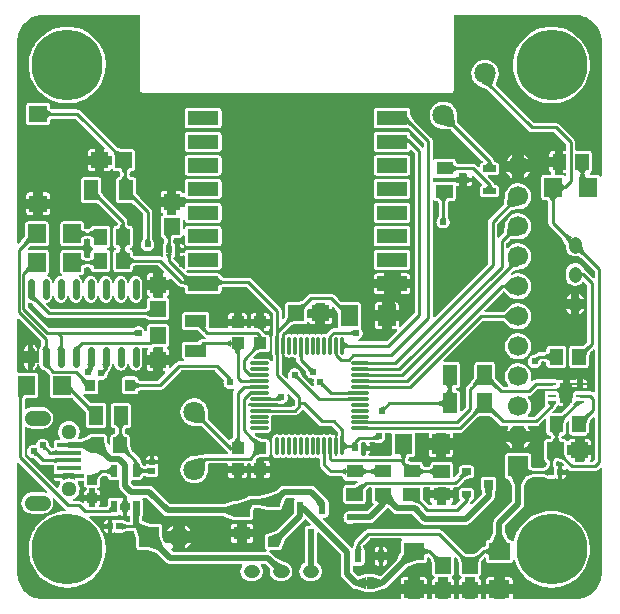
<source format=gtl>
G04 Layer: TopLayer*
G04 EasyEDA v6.4.19.5, 2021-06-01T19:55:23+08:00*
G04 f6417cd83a5c4070a8feff0417839a82,e682ae8673584cf28fd3bb4b7cd2207e,10*
G04 Gerber Generator version 0.2*
G04 Scale: 100 percent, Rotated: No, Reflected: No *
G04 Dimensions in inches *
G04 leading zeros omitted , absolute positions ,3 integer and 6 decimal *
%FSLAX36Y36*%
%MOIN*%

%ADD10C,0.0100*%
%ADD11C,0.0200*%
%ADD12C,0.0118*%
%ADD13C,0.0220*%
%ADD14C,0.0240*%
%ADD15R,0.0542X0.0446*%
%ADD20R,0.0213X0.0197*%
%ADD21R,0.0197X0.0213*%
%ADD22R,0.0433X0.0394*%
%ADD26R,0.0680X0.0585*%
%ADD28R,0.0532X0.0555*%
%ADD30R,0.0591X0.0551*%
%ADD31R,0.0787X0.0157*%
%ADD33R,0.0394X0.0669*%
%ADD34R,0.0276X0.0098*%
%ADD35R,0.0209X0.0421*%
%ADD36R,0.0390X0.0346*%
%ADD37R,0.0340X0.0318*%
%ADD40C,0.0709*%
%ADD41C,0.0512*%
%ADD42R,0.0669X0.0669*%
%ADD43C,0.0669*%
%ADD44C,0.2362*%
%ADD45C,0.0433*%

%LPD*%
G36*
X896840Y-1089040D02*
G01*
X895280Y-1088860D01*
X893900Y-1088080D01*
X892920Y-1086820D01*
X892520Y-1085300D01*
X891919Y-1075740D01*
X892180Y-1074080D01*
X893080Y-1072660D01*
X895040Y-1070720D01*
X896340Y-1069840D01*
X897660Y-1069580D01*
X897860Y-1068360D01*
X898760Y-1067000D01*
X918940Y-1046820D01*
X919680Y-1046220D01*
X920540Y-1045840D01*
X932920Y-1041860D01*
X934140Y-1041680D01*
X966979Y-1041680D01*
X969440Y-1041400D01*
X971580Y-1040660D01*
X973480Y-1039460D01*
X975060Y-1037880D01*
X976580Y-1035360D01*
X977680Y-1034160D01*
X979180Y-1033520D01*
X980819Y-1033520D01*
X982320Y-1034160D01*
X983420Y-1035360D01*
X984940Y-1037880D01*
X986520Y-1039460D01*
X988420Y-1040660D01*
X990560Y-1041400D01*
X993020Y-1041680D01*
X1004180Y-1041680D01*
X1004180Y-1020780D01*
X981300Y-1020780D01*
X979780Y-1020480D01*
X978480Y-1019620D01*
X977600Y-1018319D01*
X977300Y-1016780D01*
X977300Y-995540D01*
X977600Y-994040D01*
X978540Y-991720D01*
X979400Y-990400D01*
X980699Y-989520D01*
X982240Y-989220D01*
X1004180Y-989220D01*
X1004180Y-974100D01*
X1004479Y-972560D01*
X1005340Y-971280D01*
X1006640Y-970400D01*
X1008180Y-970100D01*
X1032920Y-970100D01*
X1034460Y-970400D01*
X1035759Y-971280D01*
X1036620Y-972560D01*
X1036919Y-974100D01*
X1036919Y-989220D01*
X1058400Y-989220D01*
X1058400Y-987140D01*
X1058760Y-985520D01*
X1059720Y-984180D01*
X1061160Y-983340D01*
X1062820Y-983160D01*
X1064400Y-983660D01*
X1065640Y-984780D01*
X1077200Y-1000520D01*
X1077780Y-1001640D01*
X1077980Y-1002900D01*
X1077980Y-1046220D01*
X1078240Y-1048700D01*
X1078560Y-1049580D01*
X1078780Y-1051080D01*
X1078420Y-1052560D01*
X1077540Y-1053800D01*
X1076280Y-1054620D01*
X1074780Y-1054900D01*
X1065200Y-1054900D01*
X1062060Y-1055200D01*
X1059220Y-1056060D01*
X1056620Y-1057460D01*
X1054180Y-1059460D01*
X1043360Y-1070280D01*
X1041820Y-1072160D01*
X1040620Y-1073140D01*
X1039120Y-1073600D01*
X1034220Y-1073060D01*
X1031100Y-1073380D01*
X1028100Y-1074280D01*
X1026260Y-1075260D01*
X1025020Y-1075680D01*
X1023720Y-1075680D01*
X1022480Y-1075260D01*
X1020639Y-1074280D01*
X1017640Y-1073380D01*
X1014520Y-1073060D01*
X1011400Y-1073380D01*
X1008420Y-1074280D01*
X1006580Y-1075260D01*
X1005340Y-1075680D01*
X1004040Y-1075680D01*
X1002800Y-1075260D01*
X1000960Y-1074280D01*
X997960Y-1073380D01*
X994840Y-1073060D01*
X991720Y-1073380D01*
X988720Y-1074280D01*
X986880Y-1075260D01*
X985660Y-1075680D01*
X984340Y-1075680D01*
X983120Y-1075260D01*
X981280Y-1074280D01*
X978280Y-1073380D01*
X975160Y-1073060D01*
X972039Y-1073380D01*
X969040Y-1074280D01*
X967200Y-1075260D01*
X965960Y-1075680D01*
X964659Y-1075680D01*
X963420Y-1075260D01*
X961580Y-1074280D01*
X958600Y-1073380D01*
X955480Y-1073060D01*
X952360Y-1073380D01*
X949360Y-1074280D01*
X947520Y-1075260D01*
X946280Y-1075680D01*
X944980Y-1075680D01*
X943740Y-1075260D01*
X941900Y-1074280D01*
X938900Y-1073380D01*
X935780Y-1073060D01*
X932660Y-1073380D01*
X929659Y-1074280D01*
X927840Y-1075260D01*
X926600Y-1075680D01*
X925300Y-1075680D01*
X924060Y-1075260D01*
X922220Y-1074280D01*
X919220Y-1073380D01*
X916100Y-1073060D01*
X912980Y-1073380D01*
X909980Y-1074280D01*
X908139Y-1075260D01*
X906919Y-1075680D01*
X905600Y-1075680D01*
X904380Y-1075260D01*
X902540Y-1074280D01*
X901860Y-1074080D01*
X901860Y-1080940D01*
X901740Y-1081900D01*
X901340Y-1082940D01*
X900340Y-1086220D01*
X899599Y-1087600D01*
X898360Y-1088600D01*
G37*

%LPC*%
G36*
X1036919Y-1041680D02*
G01*
X1048080Y-1041680D01*
X1050540Y-1041400D01*
X1052680Y-1040660D01*
X1054580Y-1039460D01*
X1056180Y-1037860D01*
X1057380Y-1035939D01*
X1058120Y-1033820D01*
X1058400Y-1031360D01*
X1058400Y-1020780D01*
X1036919Y-1020780D01*
G37*

%LPD*%
G36*
X995639Y-1247260D02*
G01*
X993920Y-1247040D01*
X992460Y-1246100D01*
X959500Y-1213140D01*
X958540Y-1211640D01*
X956979Y-1207200D01*
X955759Y-1202440D01*
X954140Y-1198960D01*
X951919Y-1195800D01*
X949200Y-1193080D01*
X946040Y-1190860D01*
X942560Y-1189240D01*
X938840Y-1188240D01*
X935000Y-1187900D01*
X931160Y-1188240D01*
X927440Y-1189240D01*
X923960Y-1190860D01*
X920800Y-1193080D01*
X918080Y-1195800D01*
X915860Y-1198960D01*
X914240Y-1202440D01*
X913240Y-1206160D01*
X912900Y-1210000D01*
X913240Y-1213840D01*
X914160Y-1217240D01*
X914240Y-1218980D01*
X913560Y-1220580D01*
X912300Y-1221740D01*
X910639Y-1222260D01*
X908920Y-1222040D01*
X907460Y-1221100D01*
X892980Y-1206620D01*
X892099Y-1205320D01*
X891800Y-1203780D01*
X891800Y-1151740D01*
X892520Y-1140060D01*
X892920Y-1138520D01*
X893900Y-1137280D01*
X895280Y-1136500D01*
X896840Y-1136320D01*
X898360Y-1136760D01*
X899599Y-1137760D01*
X900340Y-1139140D01*
X901740Y-1143460D01*
X901860Y-1144420D01*
X901860Y-1151280D01*
X902540Y-1151060D01*
X904380Y-1150080D01*
X905600Y-1149660D01*
X906919Y-1149660D01*
X908139Y-1150080D01*
X909980Y-1151060D01*
X912980Y-1151980D01*
X916100Y-1152280D01*
X919220Y-1151980D01*
X922220Y-1151060D01*
X924060Y-1150080D01*
X925300Y-1149660D01*
X926600Y-1149660D01*
X927840Y-1150080D01*
X929659Y-1151060D01*
X932660Y-1151980D01*
X937660Y-1152440D01*
X939080Y-1153280D01*
X940060Y-1154620D01*
X940400Y-1156240D01*
X940400Y-1160300D01*
X940699Y-1163440D01*
X941560Y-1166280D01*
X942960Y-1168880D01*
X944960Y-1171320D01*
X970500Y-1196860D01*
X971440Y-1198360D01*
X973020Y-1202800D01*
X974240Y-1207560D01*
X975860Y-1211040D01*
X978080Y-1214200D01*
X980800Y-1216920D01*
X983960Y-1219140D01*
X987440Y-1220760D01*
X991160Y-1221760D01*
X996660Y-1222260D01*
X998000Y-1222980D01*
X998980Y-1224140D01*
X999440Y-1225580D01*
X999340Y-1227100D01*
X998240Y-1231160D01*
X997900Y-1235000D01*
X998240Y-1238840D01*
X999160Y-1242240D01*
X999240Y-1243980D01*
X998560Y-1245580D01*
X997300Y-1246740D01*
G37*

%LPD*%
G36*
X896820Y-1314100D02*
G01*
X895220Y-1313760D01*
X893880Y-1312820D01*
X893040Y-1311420D01*
X892820Y-1309800D01*
X893280Y-1308240D01*
X894320Y-1306980D01*
X895780Y-1306240D01*
X897560Y-1305760D01*
X901040Y-1304139D01*
X904200Y-1301920D01*
X906919Y-1299199D01*
X909140Y-1296040D01*
X910759Y-1292560D01*
X911760Y-1288839D01*
X912099Y-1285000D01*
X911760Y-1281160D01*
X910840Y-1277760D01*
X910759Y-1276020D01*
X911440Y-1274420D01*
X912700Y-1273260D01*
X914360Y-1272740D01*
X916080Y-1272960D01*
X917540Y-1273900D01*
X933720Y-1290080D01*
X934599Y-1291380D01*
X934900Y-1292920D01*
X934900Y-1307080D01*
X934599Y-1308620D01*
X933720Y-1309920D01*
X930720Y-1312920D01*
X929419Y-1313800D01*
X927880Y-1314100D01*
G37*

%LPD*%
G36*
X856500Y-1314100D02*
G01*
X846720Y-1313500D01*
X845080Y-1313040D01*
X843780Y-1311940D01*
X843060Y-1310380D01*
X843060Y-1308660D01*
X843760Y-1307120D01*
X845060Y-1306000D01*
X846720Y-1305520D01*
X856760Y-1304900D01*
X875560Y-1304940D01*
X882400Y-1305780D01*
X884220Y-1306240D01*
X885680Y-1306980D01*
X886720Y-1308240D01*
X887180Y-1309800D01*
X886960Y-1311420D01*
X886120Y-1312820D01*
X884780Y-1313760D01*
X883180Y-1314100D01*
G37*

%LPD*%
G36*
X784100Y-1314980D02*
G01*
X782560Y-1314680D01*
X781280Y-1313800D01*
X780400Y-1312520D01*
X780100Y-1310980D01*
X780100Y-1308080D01*
X780400Y-1306540D01*
X781280Y-1305240D01*
X782560Y-1304379D01*
X784100Y-1304079D01*
X785939Y-1304079D01*
X786900Y-1304199D01*
X787940Y-1304620D01*
X791320Y-1305640D01*
X792780Y-1306459D01*
X793800Y-1307820D01*
X794160Y-1309600D01*
X793800Y-1311240D01*
X792780Y-1312600D01*
X791320Y-1313420D01*
X787820Y-1314500D01*
X786900Y-1314860D01*
X785939Y-1314980D01*
G37*

%LPD*%
G36*
X1073640Y-1479900D02*
G01*
X1072040Y-1479580D01*
X1070720Y-1478640D01*
X1069880Y-1477260D01*
X1069640Y-1475660D01*
X1069700Y-1474740D01*
X1070100Y-1473220D01*
X1071060Y-1471960D01*
X1072440Y-1471180D01*
X1074020Y-1471000D01*
X1075540Y-1471440D01*
X1076760Y-1472440D01*
X1077520Y-1473820D01*
X1077800Y-1474740D01*
X1077960Y-1476220D01*
X1077560Y-1477640D01*
X1076680Y-1478839D01*
X1075420Y-1479620D01*
G37*

%LPD*%
G36*
X1161580Y-1479900D02*
G01*
X1160040Y-1479600D01*
X1158740Y-1478720D01*
X1157880Y-1477440D01*
X1157580Y-1475900D01*
X1157580Y-1462580D01*
X1156200Y-1461720D01*
X1155280Y-1460400D01*
X1154940Y-1458820D01*
X1154940Y-1451180D01*
X1155280Y-1449600D01*
X1156200Y-1448280D01*
X1157580Y-1447420D01*
X1157580Y-1439100D01*
X1157880Y-1437560D01*
X1158740Y-1436279D01*
X1160040Y-1435400D01*
X1161580Y-1435100D01*
X1168420Y-1435100D01*
X1169960Y-1435400D01*
X1171240Y-1436279D01*
X1172120Y-1437560D01*
X1172420Y-1439100D01*
X1172420Y-1447180D01*
X1184940Y-1447180D01*
X1184940Y-1444600D01*
X1184660Y-1442120D01*
X1184060Y-1440420D01*
X1183840Y-1438920D01*
X1184200Y-1437440D01*
X1185080Y-1436200D01*
X1186360Y-1435380D01*
X1187840Y-1435100D01*
X1200280Y-1435100D01*
X1207780Y-1435900D01*
X1211160Y-1436759D01*
X1215000Y-1437100D01*
X1218840Y-1436759D01*
X1222560Y-1435760D01*
X1226040Y-1434139D01*
X1229200Y-1431920D01*
X1231920Y-1429199D01*
X1234140Y-1426040D01*
X1235760Y-1422560D01*
X1236760Y-1418839D01*
X1237100Y-1415000D01*
X1236760Y-1411160D01*
X1236020Y-1408440D01*
X1235920Y-1406980D01*
X1236320Y-1405580D01*
X1237220Y-1404420D01*
X1238460Y-1403660D01*
X1239880Y-1403400D01*
X1253960Y-1403400D01*
X1255500Y-1403700D01*
X1256800Y-1404580D01*
X1257660Y-1405860D01*
X1257960Y-1407400D01*
X1257960Y-1473800D01*
X1258160Y-1475460D01*
X1258000Y-1477120D01*
X1257160Y-1478560D01*
X1255820Y-1479560D01*
X1254180Y-1479900D01*
X1184380Y-1479900D01*
X1182860Y-1479600D01*
X1181560Y-1478720D01*
X1180700Y-1477440D01*
X1180380Y-1475900D01*
X1180700Y-1474360D01*
X1181560Y-1473080D01*
X1182720Y-1471920D01*
X1183920Y-1470000D01*
X1184660Y-1467880D01*
X1184940Y-1465400D01*
X1184940Y-1462820D01*
X1172420Y-1462820D01*
X1172420Y-1475900D01*
X1172120Y-1477440D01*
X1171240Y-1478720D01*
X1169960Y-1479600D01*
X1168420Y-1479900D01*
G37*

%LPD*%
G36*
X1873180Y-1499900D02*
G01*
X1871639Y-1499600D01*
X1870340Y-1498720D01*
X1869480Y-1497440D01*
X1869180Y-1495900D01*
X1869180Y-1475780D01*
X1847240Y-1475780D01*
X1845700Y-1475480D01*
X1844400Y-1474600D01*
X1843540Y-1473280D01*
X1842600Y-1470960D01*
X1842300Y-1469460D01*
X1842300Y-1448220D01*
X1842600Y-1446680D01*
X1843480Y-1445380D01*
X1844780Y-1444520D01*
X1846300Y-1444220D01*
X1869180Y-1444220D01*
X1869180Y-1423320D01*
X1858020Y-1423320D01*
X1855560Y-1423600D01*
X1853420Y-1424340D01*
X1851519Y-1425540D01*
X1849940Y-1427120D01*
X1848420Y-1429640D01*
X1847320Y-1430840D01*
X1845820Y-1431480D01*
X1844180Y-1431480D01*
X1842680Y-1430840D01*
X1841579Y-1429640D01*
X1840060Y-1427120D01*
X1838480Y-1425540D01*
X1836579Y-1424340D01*
X1834440Y-1423600D01*
X1831980Y-1423320D01*
X1828220Y-1423320D01*
X1826780Y-1423060D01*
X1825520Y-1422280D01*
X1824640Y-1421120D01*
X1823860Y-1419560D01*
X1823480Y-1418380D01*
X1823480Y-1417160D01*
X1823860Y-1415980D01*
X1824640Y-1414420D01*
X1825520Y-1413240D01*
X1826780Y-1412480D01*
X1828220Y-1412200D01*
X1829019Y-1412200D01*
X1831500Y-1411920D01*
X1833620Y-1411180D01*
X1835540Y-1409980D01*
X1837120Y-1408380D01*
X1838320Y-1406480D01*
X1839079Y-1404340D01*
X1839360Y-1401879D01*
X1839360Y-1375560D01*
X1839720Y-1373880D01*
X1843020Y-1366720D01*
X1843920Y-1365480D01*
X1845220Y-1364660D01*
X1846740Y-1364400D01*
X1848240Y-1364720D01*
X1849500Y-1365600D01*
X1850360Y-1366879D01*
X1850640Y-1368400D01*
X1850640Y-1401879D01*
X1850920Y-1404340D01*
X1851680Y-1406480D01*
X1852880Y-1408380D01*
X1854460Y-1409980D01*
X1856380Y-1411180D01*
X1858500Y-1411920D01*
X1860980Y-1412200D01*
X1905120Y-1412200D01*
X1907580Y-1411920D01*
X1909700Y-1411180D01*
X1911620Y-1409980D01*
X1913220Y-1408380D01*
X1914420Y-1406480D01*
X1915160Y-1404340D01*
X1915440Y-1401879D01*
X1915440Y-1375520D01*
X1915800Y-1373839D01*
X1924199Y-1355520D01*
X1925000Y-1354360D01*
X1928080Y-1351279D01*
X1929360Y-1350420D01*
X1930900Y-1350120D01*
X1932440Y-1350420D01*
X1933720Y-1351279D01*
X1934600Y-1352580D01*
X1934900Y-1354120D01*
X1934900Y-1492080D01*
X1934600Y-1493620D01*
X1933720Y-1494920D01*
X1929920Y-1498720D01*
X1928620Y-1499600D01*
X1927080Y-1499900D01*
X1923800Y-1499900D01*
X1922260Y-1499600D01*
X1920960Y-1498720D01*
X1920100Y-1497440D01*
X1919800Y-1495900D01*
X1920100Y-1494360D01*
X1921180Y-1492860D01*
X1922380Y-1490940D01*
X1923120Y-1488820D01*
X1923400Y-1486360D01*
X1923400Y-1475780D01*
X1901920Y-1475780D01*
X1901920Y-1495900D01*
X1901620Y-1497440D01*
X1900760Y-1498720D01*
X1899460Y-1499600D01*
X1897920Y-1499900D01*
G37*

%LPC*%
G36*
X1901920Y-1444220D02*
G01*
X1923400Y-1444220D01*
X1923400Y-1433640D01*
X1923120Y-1431180D01*
X1922380Y-1429060D01*
X1921180Y-1427140D01*
X1919580Y-1425540D01*
X1917680Y-1424340D01*
X1915540Y-1423600D01*
X1913080Y-1423320D01*
X1901920Y-1423320D01*
G37*

%LPD*%
G36*
X530780Y-1799900D02*
G01*
X529260Y-1799600D01*
X527960Y-1798720D01*
X523820Y-1794580D01*
X522920Y-1793240D01*
X522640Y-1791660D01*
X523000Y-1790080D01*
X523960Y-1788800D01*
X525340Y-1787980D01*
X526940Y-1787760D01*
X528500Y-1788220D01*
X529980Y-1788980D01*
X529980Y-1769220D01*
X504820Y-1769220D01*
X503200Y-1768880D01*
X501860Y-1767920D01*
X501040Y-1766500D01*
X494560Y-1747060D01*
X494360Y-1745800D01*
X494360Y-1716759D01*
X494080Y-1714280D01*
X493320Y-1712160D01*
X492120Y-1710260D01*
X490540Y-1708660D01*
X488620Y-1707460D01*
X486500Y-1706699D01*
X484020Y-1706440D01*
X455000Y-1706440D01*
X453720Y-1706220D01*
X430360Y-1698440D01*
X428900Y-1697580D01*
X427939Y-1696200D01*
X427620Y-1694540D01*
X428320Y-1668700D01*
X428320Y-1629580D01*
X428060Y-1627120D01*
X427460Y-1625420D01*
X427239Y-1623920D01*
X427580Y-1622440D01*
X428459Y-1621200D01*
X429739Y-1620380D01*
X431240Y-1620100D01*
X440020Y-1620100D01*
X441540Y-1620400D01*
X442840Y-1621279D01*
X497720Y-1676160D01*
X499080Y-1677400D01*
X500480Y-1678460D01*
X501960Y-1679400D01*
X503500Y-1680220D01*
X505120Y-1680880D01*
X506800Y-1681420D01*
X508519Y-1681800D01*
X510240Y-1682020D01*
X512080Y-1682100D01*
X700120Y-1682100D01*
X701640Y-1682400D01*
X728860Y-1693520D01*
X731320Y-1694220D01*
X733060Y-1694360D01*
X786880Y-1694360D01*
X789340Y-1694079D01*
X791480Y-1693320D01*
X793379Y-1692120D01*
X794980Y-1690540D01*
X796180Y-1688620D01*
X796919Y-1686500D01*
X797200Y-1684019D01*
X797200Y-1664580D01*
X797500Y-1663100D01*
X800320Y-1656020D01*
X801200Y-1654700D01*
X802500Y-1653820D01*
X804040Y-1653500D01*
X813820Y-1653500D01*
X814760Y-1653620D01*
X842900Y-1660440D01*
X845759Y-1660780D01*
X884260Y-1660780D01*
X886720Y-1660520D01*
X888860Y-1659760D01*
X890759Y-1658560D01*
X892360Y-1656980D01*
X893560Y-1655060D01*
X894320Y-1652940D01*
X894580Y-1650460D01*
X894580Y-1648400D01*
X894860Y-1646940D01*
X904180Y-1623120D01*
X905080Y-1621740D01*
X905560Y-1621279D01*
X906860Y-1620400D01*
X908379Y-1620100D01*
X931660Y-1620100D01*
X933199Y-1620400D01*
X934500Y-1621279D01*
X935360Y-1622560D01*
X935660Y-1624100D01*
X935360Y-1625640D01*
X934240Y-1627180D01*
X933040Y-1629079D01*
X932300Y-1631220D01*
X932020Y-1633680D01*
X932020Y-1669500D01*
X931720Y-1671020D01*
X930860Y-1672320D01*
X875000Y-1728180D01*
X873460Y-1729139D01*
X842380Y-1739720D01*
X840240Y-1740700D01*
X838460Y-1742100D01*
X837020Y-1743860D01*
X836020Y-1745880D01*
X835500Y-1748080D01*
X835420Y-1749440D01*
X835420Y-1783740D01*
X835680Y-1786200D01*
X836440Y-1788320D01*
X837640Y-1790240D01*
X839240Y-1791840D01*
X840320Y-1792520D01*
X841540Y-1793700D01*
X842140Y-1795300D01*
X842020Y-1797000D01*
X841220Y-1798500D01*
X839860Y-1799540D01*
X838180Y-1799900D01*
G37*

%LPC*%
G36*
X568440Y-1789019D02*
G01*
X569360Y-1788620D01*
X574140Y-1785720D01*
X578500Y-1782240D01*
X582380Y-1778240D01*
X585720Y-1773760D01*
X588260Y-1769220D01*
X568440Y-1769220D01*
G37*
G36*
X733120Y-1770440D02*
G01*
X743940Y-1770440D01*
X743940Y-1751680D01*
X722800Y-1751680D01*
X722800Y-1760120D01*
X723080Y-1762580D01*
X723820Y-1764700D01*
X725020Y-1766620D01*
X726620Y-1768220D01*
X728520Y-1769420D01*
X730660Y-1770160D01*
G37*
G36*
X776060Y-1770440D02*
G01*
X786880Y-1770440D01*
X789340Y-1770160D01*
X791480Y-1769420D01*
X793379Y-1768220D01*
X794980Y-1766620D01*
X796180Y-1764700D01*
X796919Y-1762580D01*
X797200Y-1760120D01*
X797200Y-1751680D01*
X776060Y-1751680D01*
G37*
G36*
X510240Y-1730760D02*
G01*
X529980Y-1730760D01*
X529980Y-1711000D01*
X526640Y-1712740D01*
X522060Y-1715940D01*
X517920Y-1719700D01*
X514300Y-1723940D01*
X511260Y-1728620D01*
G37*
G36*
X568440Y-1730760D02*
G01*
X588260Y-1730760D01*
X585720Y-1726240D01*
X582380Y-1721759D01*
X578500Y-1717760D01*
X574140Y-1714280D01*
X569360Y-1711380D01*
X568440Y-1710980D01*
G37*
G36*
X722800Y-1724400D02*
G01*
X743940Y-1724400D01*
X743940Y-1705640D01*
X733120Y-1705640D01*
X730660Y-1705920D01*
X728520Y-1706680D01*
X726620Y-1707880D01*
X725020Y-1709460D01*
X723820Y-1711380D01*
X723080Y-1713500D01*
X722800Y-1715980D01*
G37*
G36*
X776060Y-1724400D02*
G01*
X797200Y-1724400D01*
X797200Y-1715980D01*
X796919Y-1713500D01*
X796180Y-1711380D01*
X794980Y-1709460D01*
X793379Y-1707880D01*
X791480Y-1706680D01*
X789340Y-1705920D01*
X786880Y-1705640D01*
X776060Y-1705640D01*
G37*

%LPD*%
G36*
X1510600Y-1806600D02*
G01*
X1509100Y-1806300D01*
X1500000Y-1802660D01*
X1498660Y-1801759D01*
X1426420Y-1729460D01*
X1423980Y-1727460D01*
X1421380Y-1726080D01*
X1418540Y-1725220D01*
X1415420Y-1724900D01*
X1180200Y-1724900D01*
X1177060Y-1725200D01*
X1174220Y-1726060D01*
X1171620Y-1727460D01*
X1169180Y-1729460D01*
X1137060Y-1761579D01*
X1135060Y-1764019D01*
X1133660Y-1766620D01*
X1132800Y-1769460D01*
X1132500Y-1772600D01*
X1132500Y-1775960D01*
X1132260Y-1777320D01*
X1130000Y-1783520D01*
X1129160Y-1784880D01*
X1127860Y-1785800D01*
X1126300Y-1786160D01*
X1124740Y-1785860D01*
X1123400Y-1784980D01*
X1030939Y-1692500D01*
X1030060Y-1691200D01*
X1029760Y-1689680D01*
X1030060Y-1688140D01*
X1030939Y-1686840D01*
X1032220Y-1685980D01*
X1033760Y-1685680D01*
X1037640Y-1685680D01*
X1040120Y-1685400D01*
X1042240Y-1684660D01*
X1044160Y-1683460D01*
X1045759Y-1681860D01*
X1046960Y-1679940D01*
X1047700Y-1677820D01*
X1047980Y-1675360D01*
X1047980Y-1633560D01*
X1047900Y-1632260D01*
X1047380Y-1630080D01*
X1046400Y-1628040D01*
X1044900Y-1626200D01*
X1023480Y-1605060D01*
X1004280Y-1585840D01*
X1002920Y-1584600D01*
X1001520Y-1583540D01*
X1000040Y-1582600D01*
X998500Y-1581780D01*
X996880Y-1581120D01*
X995200Y-1580580D01*
X993480Y-1580200D01*
X991760Y-1579980D01*
X989920Y-1579900D01*
X898480Y-1579900D01*
X896640Y-1579980D01*
X894920Y-1580200D01*
X893199Y-1580580D01*
X891520Y-1581120D01*
X889900Y-1581780D01*
X888360Y-1582600D01*
X886880Y-1583540D01*
X885480Y-1584600D01*
X884120Y-1585840D01*
X875000Y-1594980D01*
X873439Y-1595940D01*
X842520Y-1606380D01*
X814760Y-1613180D01*
X813820Y-1613300D01*
X788680Y-1613300D01*
X786840Y-1613380D01*
X785120Y-1613600D01*
X783400Y-1613980D01*
X781720Y-1614520D01*
X780100Y-1615180D01*
X778560Y-1616000D01*
X777080Y-1616940D01*
X775680Y-1618000D01*
X773700Y-1619700D01*
X772860Y-1620040D01*
X741400Y-1629400D01*
X740260Y-1629560D01*
X733120Y-1629560D01*
X730600Y-1629840D01*
X728900Y-1630380D01*
X701620Y-1641600D01*
X700100Y-1641900D01*
X521980Y-1641900D01*
X520460Y-1641600D01*
X519159Y-1640720D01*
X464280Y-1585840D01*
X462920Y-1584600D01*
X461520Y-1583540D01*
X460040Y-1582600D01*
X458500Y-1581780D01*
X456880Y-1581120D01*
X455200Y-1580580D01*
X453480Y-1580200D01*
X451760Y-1579980D01*
X449920Y-1579900D01*
X399980Y-1579900D01*
X398459Y-1579600D01*
X397160Y-1578720D01*
X391280Y-1572840D01*
X390400Y-1571540D01*
X390100Y-1570020D01*
X390100Y-1564440D01*
X390439Y-1562820D01*
X391440Y-1561459D01*
X392879Y-1560640D01*
X394540Y-1560480D01*
X396800Y-1560720D01*
X418000Y-1560720D01*
X420480Y-1560440D01*
X422600Y-1559700D01*
X424520Y-1558500D01*
X426100Y-1556900D01*
X427299Y-1555000D01*
X428060Y-1552860D01*
X428220Y-1551420D01*
X428560Y-1550160D01*
X429300Y-1549100D01*
X430360Y-1548320D01*
X433280Y-1546800D01*
X434739Y-1546380D01*
X436240Y-1546519D01*
X446300Y-1549480D01*
X449420Y-1549940D01*
X470400Y-1549940D01*
X472879Y-1549660D01*
X475000Y-1548920D01*
X476920Y-1547720D01*
X478500Y-1546120D01*
X479700Y-1544220D01*
X480460Y-1542080D01*
X480740Y-1539620D01*
X480740Y-1520380D01*
X480460Y-1517920D01*
X479900Y-1516320D01*
X479680Y-1515000D01*
X479900Y-1513680D01*
X480460Y-1512080D01*
X480740Y-1509620D01*
X480740Y-1507420D01*
X467580Y-1507420D01*
X466719Y-1508800D01*
X465400Y-1509720D01*
X463820Y-1510060D01*
X456180Y-1510060D01*
X454600Y-1509720D01*
X453280Y-1508800D01*
X452420Y-1507420D01*
X439280Y-1507420D01*
X439280Y-1509720D01*
X439080Y-1511480D01*
X438140Y-1512980D01*
X436640Y-1513940D01*
X435860Y-1514199D01*
X434320Y-1514420D01*
X432800Y-1514040D01*
X430360Y-1512860D01*
X429280Y-1512080D01*
X428500Y-1510980D01*
X428060Y-1509019D01*
X427239Y-1506680D01*
X422299Y-1496660D01*
X421340Y-1493620D01*
X419940Y-1491020D01*
X417939Y-1488580D01*
X395000Y-1465640D01*
X394200Y-1464480D01*
X385800Y-1446160D01*
X385439Y-1444480D01*
X385439Y-1418120D01*
X385160Y-1415660D01*
X384420Y-1413520D01*
X383220Y-1411620D01*
X381620Y-1410020D01*
X379700Y-1408820D01*
X377580Y-1408080D01*
X375120Y-1407800D01*
X374219Y-1407800D01*
X372780Y-1407520D01*
X371520Y-1406759D01*
X370640Y-1405580D01*
X368519Y-1401360D01*
X368100Y-1399560D01*
X368100Y-1394820D01*
X368519Y-1393040D01*
X370640Y-1388800D01*
X371520Y-1387640D01*
X372780Y-1386860D01*
X374219Y-1386600D01*
X379440Y-1386600D01*
X381900Y-1386320D01*
X384040Y-1385580D01*
X385940Y-1384379D01*
X387540Y-1382780D01*
X388740Y-1380860D01*
X389480Y-1378740D01*
X389760Y-1376279D01*
X389760Y-1313720D01*
X389480Y-1311260D01*
X388740Y-1309139D01*
X387540Y-1307220D01*
X385940Y-1305620D01*
X384040Y-1304420D01*
X381900Y-1303680D01*
X379440Y-1303400D01*
X332640Y-1303400D01*
X330180Y-1303680D01*
X328040Y-1304420D01*
X326140Y-1305620D01*
X324540Y-1307220D01*
X323340Y-1309139D01*
X322600Y-1311260D01*
X322320Y-1313720D01*
X322320Y-1376279D01*
X322600Y-1378740D01*
X323340Y-1380860D01*
X324540Y-1382780D01*
X326140Y-1384379D01*
X328040Y-1385580D01*
X330180Y-1386320D01*
X332200Y-1386540D01*
X333459Y-1386900D01*
X334540Y-1387660D01*
X335319Y-1388740D01*
X337480Y-1393040D01*
X337900Y-1394820D01*
X337900Y-1399560D01*
X337480Y-1401360D01*
X335360Y-1405580D01*
X334480Y-1406759D01*
X333220Y-1407520D01*
X331780Y-1407800D01*
X330980Y-1407800D01*
X328500Y-1408080D01*
X326380Y-1408820D01*
X324460Y-1410020D01*
X322879Y-1411620D01*
X321680Y-1413520D01*
X320920Y-1415660D01*
X320640Y-1418120D01*
X320640Y-1438400D01*
X320319Y-1439980D01*
X319420Y-1441300D01*
X318060Y-1442160D01*
X316460Y-1442400D01*
X314900Y-1442020D01*
X313640Y-1441040D01*
X312840Y-1439640D01*
X309540Y-1429460D01*
X309360Y-1428220D01*
X309360Y-1418120D01*
X309080Y-1415660D01*
X308320Y-1413520D01*
X307120Y-1411620D01*
X305540Y-1410020D01*
X303620Y-1408820D01*
X301500Y-1408080D01*
X299020Y-1407800D01*
X254880Y-1407800D01*
X252420Y-1408080D01*
X250300Y-1408820D01*
X248380Y-1410020D01*
X246780Y-1411620D01*
X245740Y-1413000D01*
X244840Y-1413620D01*
X223120Y-1424480D01*
X221340Y-1424900D01*
X215940Y-1424900D01*
X214320Y-1424560D01*
X212960Y-1423580D01*
X212140Y-1422140D01*
X211960Y-1420480D01*
X212480Y-1418899D01*
X214620Y-1415160D01*
X216500Y-1410560D01*
X217700Y-1405720D01*
X218220Y-1400780D01*
X218039Y-1395800D01*
X217180Y-1390900D01*
X215640Y-1386160D01*
X213460Y-1381680D01*
X210680Y-1377560D01*
X207340Y-1373860D01*
X203540Y-1370660D01*
X199320Y-1368020D01*
X194760Y-1366000D01*
X189980Y-1364620D01*
X185040Y-1363940D01*
X180080Y-1363940D01*
X175140Y-1364620D01*
X170360Y-1366000D01*
X165799Y-1368020D01*
X161580Y-1370660D01*
X157780Y-1373860D01*
X154440Y-1377560D01*
X151660Y-1381680D01*
X149480Y-1386160D01*
X147940Y-1390900D01*
X147080Y-1395800D01*
X146900Y-1400780D01*
X147420Y-1405720D01*
X148620Y-1410560D01*
X150480Y-1415160D01*
X153200Y-1419840D01*
X153720Y-1421420D01*
X153560Y-1423080D01*
X152720Y-1424520D01*
X151380Y-1425500D01*
X149760Y-1425840D01*
X143100Y-1425840D01*
X140640Y-1426120D01*
X138520Y-1426860D01*
X136600Y-1428060D01*
X135000Y-1429660D01*
X133800Y-1431579D01*
X133060Y-1433700D01*
X132780Y-1436160D01*
X132780Y-1449880D01*
X132540Y-1451220D01*
X131860Y-1452420D01*
X130820Y-1453320D01*
X129540Y-1453800D01*
X127940Y-1454100D01*
X126640Y-1454139D01*
X125420Y-1453760D01*
X124360Y-1453000D01*
X119500Y-1448140D01*
X118539Y-1446639D01*
X116980Y-1442200D01*
X115760Y-1437440D01*
X114140Y-1433959D01*
X111920Y-1430800D01*
X109200Y-1428080D01*
X106039Y-1425860D01*
X102560Y-1424240D01*
X98840Y-1423240D01*
X95000Y-1422900D01*
X91160Y-1423240D01*
X87440Y-1424240D01*
X83960Y-1425860D01*
X80800Y-1428080D01*
X78080Y-1430800D01*
X75860Y-1433959D01*
X74240Y-1437440D01*
X73460Y-1440340D01*
X72880Y-1441600D01*
X71880Y-1442580D01*
X70620Y-1443180D01*
X69240Y-1443300D01*
X65000Y-1442900D01*
X61160Y-1443240D01*
X57440Y-1444240D01*
X53960Y-1445860D01*
X50800Y-1448080D01*
X48080Y-1450800D01*
X45860Y-1453959D01*
X44240Y-1457440D01*
X43240Y-1461160D01*
X43080Y-1462980D01*
X42560Y-1464620D01*
X42220Y-1465000D01*
X42560Y-1465380D01*
X43080Y-1467020D01*
X43240Y-1468839D01*
X44240Y-1472560D01*
X45860Y-1476040D01*
X48080Y-1479199D01*
X50800Y-1481920D01*
X53960Y-1484139D01*
X57440Y-1485760D01*
X62200Y-1486980D01*
X66640Y-1488540D01*
X68140Y-1489500D01*
X84179Y-1505540D01*
X86620Y-1507540D01*
X89220Y-1508940D01*
X92060Y-1509800D01*
X95200Y-1510100D01*
X126540Y-1510100D01*
X129540Y-1510600D01*
X130820Y-1511080D01*
X131860Y-1511980D01*
X132540Y-1513180D01*
X132780Y-1514520D01*
X132780Y-1528240D01*
X133060Y-1530700D01*
X133540Y-1532060D01*
X133760Y-1533380D01*
X133540Y-1534700D01*
X133060Y-1536060D01*
X132780Y-1538540D01*
X132780Y-1539740D01*
X161240Y-1539740D01*
X162540Y-1538880D01*
X164080Y-1538560D01*
X200440Y-1538560D01*
X201980Y-1538880D01*
X203280Y-1539740D01*
X228980Y-1539740D01*
X230600Y-1540100D01*
X231960Y-1541080D01*
X232780Y-1542520D01*
X232900Y-1544700D01*
X232900Y-1548620D01*
X232580Y-1550140D01*
X231720Y-1551440D01*
X230420Y-1552320D01*
X228900Y-1552620D01*
X204440Y-1552620D01*
X204440Y-1555100D01*
X204120Y-1556639D01*
X203240Y-1557940D01*
X201920Y-1558820D01*
X200360Y-1559100D01*
X198820Y-1558740D01*
X194760Y-1556940D01*
X189980Y-1555580D01*
X185040Y-1554880D01*
X180080Y-1554880D01*
X175140Y-1555580D01*
X170360Y-1556940D01*
X165700Y-1559019D01*
X164160Y-1559360D01*
X162600Y-1559079D01*
X161280Y-1558220D01*
X160380Y-1556920D01*
X160080Y-1555360D01*
X160080Y-1552620D01*
X132780Y-1552620D01*
X132780Y-1553839D01*
X133060Y-1556300D01*
X133800Y-1558420D01*
X135000Y-1560340D01*
X136600Y-1561940D01*
X138520Y-1563140D01*
X140640Y-1563880D01*
X143100Y-1564160D01*
X149860Y-1564160D01*
X151540Y-1564520D01*
X152900Y-1565560D01*
X153700Y-1567080D01*
X153800Y-1568800D01*
X153180Y-1570400D01*
X151660Y-1572640D01*
X149480Y-1577100D01*
X147940Y-1581840D01*
X147820Y-1582560D01*
X147160Y-1584160D01*
X145880Y-1585320D01*
X144220Y-1585840D01*
X142500Y-1585620D01*
X141040Y-1584700D01*
X36280Y-1479920D01*
X35400Y-1478620D01*
X35100Y-1477080D01*
X35100Y-1467380D01*
X35480Y-1465680D01*
X36000Y-1465000D01*
X35480Y-1464319D01*
X35100Y-1462620D01*
X35100Y-1387180D01*
X35440Y-1385580D01*
X36360Y-1384259D01*
X37760Y-1383420D01*
X39380Y-1383180D01*
X40940Y-1383620D01*
X45500Y-1386000D01*
X50100Y-1387620D01*
X54860Y-1388620D01*
X59860Y-1388959D01*
X95020Y-1388959D01*
X100020Y-1388620D01*
X104780Y-1387620D01*
X109380Y-1386000D01*
X113699Y-1383760D01*
X117680Y-1380940D01*
X121240Y-1377620D01*
X124300Y-1373839D01*
X126840Y-1369680D01*
X128780Y-1365220D01*
X130100Y-1360520D01*
X130760Y-1355700D01*
X130760Y-1350840D01*
X130100Y-1346000D01*
X128780Y-1341320D01*
X126840Y-1336860D01*
X124300Y-1332700D01*
X121240Y-1328920D01*
X117680Y-1325580D01*
X113699Y-1322780D01*
X109380Y-1320540D01*
X104780Y-1318920D01*
X100020Y-1317920D01*
X95020Y-1317580D01*
X59860Y-1317580D01*
X54860Y-1317920D01*
X50100Y-1318920D01*
X45500Y-1320540D01*
X40940Y-1322900D01*
X39380Y-1323340D01*
X37760Y-1323120D01*
X36360Y-1322280D01*
X35440Y-1320940D01*
X35100Y-1319360D01*
X35100Y-1295220D01*
X35520Y-1293420D01*
X37640Y-1289199D01*
X38520Y-1288040D01*
X39780Y-1287260D01*
X41220Y-1286980D01*
X70240Y-1286980D01*
X72720Y-1286720D01*
X74840Y-1285960D01*
X76760Y-1284760D01*
X78340Y-1283180D01*
X79540Y-1281260D01*
X80300Y-1279140D01*
X80580Y-1276660D01*
X80580Y-1213340D01*
X80300Y-1210860D01*
X79540Y-1208740D01*
X78340Y-1206820D01*
X76760Y-1205240D01*
X74840Y-1204040D01*
X72720Y-1203280D01*
X70240Y-1203000D01*
X14100Y-1203000D01*
X12560Y-1202700D01*
X11279Y-1201840D01*
X10400Y-1200540D01*
X10100Y-1199000D01*
X10100Y-1026120D01*
X10400Y-1024580D01*
X11279Y-1023280D01*
X12560Y-1022420D01*
X14100Y-1022120D01*
X15640Y-1022420D01*
X16920Y-1023280D01*
X88720Y-1095080D01*
X89600Y-1096380D01*
X89900Y-1097920D01*
X89900Y-1110040D01*
X89620Y-1111520D01*
X88300Y-1114820D01*
X87840Y-1115640D01*
X86720Y-1117220D01*
X85160Y-1120540D01*
X84220Y-1124100D01*
X83980Y-1126700D01*
X83480Y-1128300D01*
X82380Y-1129580D01*
X80840Y-1130260D01*
X79160Y-1130260D01*
X77620Y-1129580D01*
X76520Y-1128300D01*
X76020Y-1126700D01*
X75780Y-1124100D01*
X74840Y-1120540D01*
X73280Y-1117200D01*
X71160Y-1114200D01*
X68560Y-1111600D01*
X65560Y-1109480D01*
X63019Y-1108300D01*
X63019Y-1131420D01*
X79880Y-1131420D01*
X81400Y-1131720D01*
X82700Y-1132580D01*
X83580Y-1133880D01*
X83880Y-1135420D01*
X83880Y-1166760D01*
X83580Y-1168300D01*
X82700Y-1169600D01*
X81400Y-1170460D01*
X79880Y-1170760D01*
X63019Y-1170760D01*
X63019Y-1193880D01*
X65560Y-1192700D01*
X68560Y-1190580D01*
X71160Y-1187980D01*
X73280Y-1184980D01*
X74840Y-1181640D01*
X75780Y-1178080D01*
X76020Y-1175480D01*
X76520Y-1173880D01*
X77620Y-1172620D01*
X79160Y-1171920D01*
X80840Y-1171920D01*
X82380Y-1172620D01*
X83480Y-1173880D01*
X83980Y-1175480D01*
X84220Y-1178080D01*
X85180Y-1181720D01*
X85860Y-1183340D01*
X86660Y-1184900D01*
X88840Y-1187980D01*
X91440Y-1190580D01*
X94440Y-1192700D01*
X97780Y-1194260D01*
X101420Y-1195220D01*
X102520Y-1195700D01*
X107060Y-1198560D01*
X107760Y-1199120D01*
X118320Y-1209680D01*
X119040Y-1210640D01*
X119420Y-1211760D01*
X119420Y-1276660D01*
X119700Y-1279140D01*
X120440Y-1281260D01*
X121640Y-1283180D01*
X123240Y-1284760D01*
X125160Y-1285960D01*
X127280Y-1286720D01*
X129760Y-1286980D01*
X187760Y-1286980D01*
X190240Y-1286720D01*
X191420Y-1286500D01*
X192600Y-1286620D01*
X193700Y-1287120D01*
X196260Y-1288760D01*
X196940Y-1289300D01*
X227440Y-1319780D01*
X239460Y-1336080D01*
X240040Y-1337220D01*
X240240Y-1338460D01*
X240240Y-1376279D01*
X240520Y-1378740D01*
X241260Y-1380860D01*
X242460Y-1382780D01*
X244060Y-1384379D01*
X245960Y-1385580D01*
X248100Y-1386320D01*
X250560Y-1386600D01*
X297360Y-1386600D01*
X299820Y-1386320D01*
X301960Y-1385580D01*
X303860Y-1384379D01*
X305460Y-1382780D01*
X306660Y-1380860D01*
X307400Y-1378740D01*
X307680Y-1376279D01*
X307680Y-1313720D01*
X307400Y-1311260D01*
X306660Y-1309139D01*
X305460Y-1307220D01*
X303860Y-1305620D01*
X301960Y-1304420D01*
X299820Y-1303680D01*
X297360Y-1303400D01*
X255960Y-1303400D01*
X254480Y-1303120D01*
X253200Y-1302300D01*
X242360Y-1292020D01*
X231580Y-1281240D01*
X230700Y-1279860D01*
X230420Y-1278260D01*
X230820Y-1276660D01*
X231800Y-1275380D01*
X233240Y-1274580D01*
X234860Y-1274420D01*
X236260Y-1274580D01*
X270460Y-1274580D01*
X272940Y-1274320D01*
X275060Y-1273560D01*
X276980Y-1272360D01*
X278560Y-1270760D01*
X279760Y-1268860D01*
X280520Y-1266720D01*
X280780Y-1264260D01*
X280780Y-1230520D01*
X281060Y-1229100D01*
X281820Y-1227860D01*
X282980Y-1226960D01*
X284380Y-1226560D01*
X290000Y-1227100D01*
X293840Y-1226760D01*
X297560Y-1225760D01*
X301040Y-1224140D01*
X304200Y-1221920D01*
X306920Y-1219200D01*
X309140Y-1216040D01*
X310760Y-1212560D01*
X311980Y-1207800D01*
X313540Y-1203360D01*
X314500Y-1201860D01*
X315540Y-1200820D01*
X317540Y-1198380D01*
X318940Y-1195780D01*
X319800Y-1192940D01*
X320100Y-1191340D01*
X321680Y-1187440D01*
X322120Y-1186640D01*
X323280Y-1184980D01*
X324840Y-1181640D01*
X325780Y-1178080D01*
X326019Y-1175480D01*
X326520Y-1173880D01*
X327620Y-1172620D01*
X329159Y-1171920D01*
X330840Y-1171920D01*
X332380Y-1172620D01*
X333480Y-1173880D01*
X333980Y-1175480D01*
X334219Y-1178080D01*
X335160Y-1181640D01*
X336719Y-1184980D01*
X338840Y-1187980D01*
X341440Y-1190580D01*
X344440Y-1192700D01*
X347780Y-1194260D01*
X351340Y-1195200D01*
X355000Y-1195520D01*
X358660Y-1195200D01*
X362220Y-1194260D01*
X365560Y-1192700D01*
X368560Y-1190580D01*
X371160Y-1187980D01*
X373280Y-1184980D01*
X374840Y-1181640D01*
X375780Y-1178080D01*
X376019Y-1175480D01*
X376520Y-1173880D01*
X377620Y-1172620D01*
X379159Y-1171920D01*
X380840Y-1171920D01*
X382380Y-1172620D01*
X383480Y-1173880D01*
X383980Y-1175480D01*
X384219Y-1178080D01*
X385160Y-1181640D01*
X386719Y-1184980D01*
X388840Y-1187980D01*
X391440Y-1190580D01*
X394440Y-1192700D01*
X397780Y-1194260D01*
X401340Y-1195200D01*
X405000Y-1195520D01*
X408660Y-1195200D01*
X412220Y-1194260D01*
X415560Y-1192700D01*
X418560Y-1190580D01*
X421160Y-1187980D01*
X423280Y-1184980D01*
X424840Y-1181640D01*
X425780Y-1178080D01*
X426120Y-1174240D01*
X426120Y-1127940D01*
X425820Y-1124440D01*
X426019Y-1122820D01*
X426860Y-1121400D01*
X428200Y-1120440D01*
X429799Y-1120100D01*
X442340Y-1120100D01*
X444000Y-1120460D01*
X445360Y-1121460D01*
X446180Y-1122940D01*
X446300Y-1124640D01*
X445720Y-1126220D01*
X444340Y-1128420D01*
X443600Y-1130560D01*
X443320Y-1133020D01*
X443320Y-1144180D01*
X464219Y-1144180D01*
X464219Y-1121300D01*
X464520Y-1119780D01*
X465379Y-1118480D01*
X466680Y-1117600D01*
X468220Y-1117300D01*
X491780Y-1117300D01*
X493320Y-1117600D01*
X494620Y-1118480D01*
X495480Y-1119780D01*
X495780Y-1121300D01*
X495780Y-1144180D01*
X516680Y-1144180D01*
X516680Y-1133020D01*
X516400Y-1130560D01*
X515660Y-1128420D01*
X514460Y-1126520D01*
X512879Y-1124940D01*
X510360Y-1123420D01*
X509159Y-1122320D01*
X508519Y-1120820D01*
X508519Y-1119180D01*
X509159Y-1117680D01*
X510360Y-1116580D01*
X512879Y-1115060D01*
X514460Y-1113480D01*
X515660Y-1111580D01*
X516400Y-1109440D01*
X516680Y-1106980D01*
X516680Y-1051920D01*
X516400Y-1049460D01*
X515660Y-1047320D01*
X514460Y-1045420D01*
X512860Y-1043820D01*
X510940Y-1042620D01*
X508820Y-1041880D01*
X506360Y-1041600D01*
X453640Y-1041600D01*
X451180Y-1041880D01*
X449060Y-1042620D01*
X447140Y-1043820D01*
X445540Y-1045420D01*
X444340Y-1047320D01*
X443600Y-1049460D01*
X443320Y-1051920D01*
X443320Y-1060620D01*
X443040Y-1062140D01*
X442180Y-1063420D01*
X440920Y-1064280D01*
X439420Y-1064620D01*
X437920Y-1064360D01*
X436599Y-1063560D01*
X435700Y-1062320D01*
X434140Y-1058960D01*
X431920Y-1055800D01*
X429200Y-1053080D01*
X426040Y-1050860D01*
X422560Y-1049240D01*
X418840Y-1048240D01*
X415000Y-1047900D01*
X411160Y-1048240D01*
X407440Y-1049240D01*
X403960Y-1050860D01*
X401780Y-1052320D01*
X397180Y-1054520D01*
X395460Y-1054900D01*
X117920Y-1054900D01*
X116380Y-1054600D01*
X115079Y-1053720D01*
X47280Y-985920D01*
X46400Y-984620D01*
X46100Y-983080D01*
X46100Y-972840D01*
X46360Y-971400D01*
X47120Y-970160D01*
X48280Y-969260D01*
X49680Y-968860D01*
X53200Y-969180D01*
X54940Y-969760D01*
X63600Y-975100D01*
X64320Y-975680D01*
X104179Y-1015540D01*
X106620Y-1017540D01*
X109220Y-1018940D01*
X112060Y-1019800D01*
X115200Y-1020100D01*
X435100Y-1020100D01*
X436880Y-1020520D01*
X445500Y-1024820D01*
X447140Y-1026180D01*
X449060Y-1027380D01*
X451180Y-1028120D01*
X453640Y-1028400D01*
X506360Y-1028400D01*
X508820Y-1028120D01*
X510940Y-1027380D01*
X512860Y-1026180D01*
X514460Y-1024580D01*
X515660Y-1022680D01*
X516400Y-1020540D01*
X516680Y-1018080D01*
X516680Y-963020D01*
X516400Y-960560D01*
X515660Y-958420D01*
X514460Y-956520D01*
X512879Y-954940D01*
X510360Y-953420D01*
X509159Y-952320D01*
X508519Y-950819D01*
X508519Y-949180D01*
X509159Y-947680D01*
X510360Y-946580D01*
X512879Y-945060D01*
X514460Y-943480D01*
X515660Y-941580D01*
X516400Y-939440D01*
X516680Y-936979D01*
X516680Y-925819D01*
X495780Y-925819D01*
X495780Y-948700D01*
X495480Y-950220D01*
X494620Y-951520D01*
X493320Y-952400D01*
X491780Y-952700D01*
X468220Y-952700D01*
X466680Y-952400D01*
X465379Y-951520D01*
X464520Y-950220D01*
X464219Y-948700D01*
X464219Y-925819D01*
X443320Y-925819D01*
X443320Y-936979D01*
X443600Y-939440D01*
X444340Y-941580D01*
X445540Y-943480D01*
X447120Y-945060D01*
X449640Y-946580D01*
X450840Y-947680D01*
X451480Y-949180D01*
X451480Y-950819D01*
X450840Y-952320D01*
X449640Y-953420D01*
X447120Y-954940D01*
X445540Y-956520D01*
X444340Y-958420D01*
X443600Y-960560D01*
X443320Y-963020D01*
X443320Y-983780D01*
X443060Y-985220D01*
X442280Y-986480D01*
X441120Y-987360D01*
X436880Y-989479D01*
X435100Y-989900D01*
X122920Y-989900D01*
X121380Y-989599D01*
X120079Y-988720D01*
X107020Y-975680D01*
X106120Y-974280D01*
X105860Y-972640D01*
X106300Y-971020D01*
X107340Y-969740D01*
X108820Y-968980D01*
X112220Y-968080D01*
X115559Y-966520D01*
X118560Y-964400D01*
X121160Y-961800D01*
X123280Y-958800D01*
X124840Y-955460D01*
X125780Y-951900D01*
X126020Y-949300D01*
X126519Y-947700D01*
X127620Y-946420D01*
X129160Y-945740D01*
X130840Y-945740D01*
X132380Y-946420D01*
X133480Y-947700D01*
X133980Y-949300D01*
X134220Y-951900D01*
X135160Y-955460D01*
X136720Y-958800D01*
X138840Y-961800D01*
X141440Y-964400D01*
X144440Y-966520D01*
X147780Y-968080D01*
X151340Y-969020D01*
X155000Y-969340D01*
X158660Y-969020D01*
X162220Y-968080D01*
X165560Y-966520D01*
X168560Y-964400D01*
X171160Y-961800D01*
X173280Y-958800D01*
X174840Y-955460D01*
X175780Y-951900D01*
X176020Y-949300D01*
X176520Y-947700D01*
X177620Y-946420D01*
X179160Y-945740D01*
X180840Y-945740D01*
X182380Y-946420D01*
X183480Y-947700D01*
X183980Y-949300D01*
X184220Y-951900D01*
X185159Y-955460D01*
X186720Y-958800D01*
X188840Y-961800D01*
X191439Y-964400D01*
X194440Y-966520D01*
X197780Y-968080D01*
X201340Y-969020D01*
X205000Y-969340D01*
X208660Y-969020D01*
X212220Y-968080D01*
X215560Y-966520D01*
X218560Y-964400D01*
X221160Y-961800D01*
X223280Y-958800D01*
X224840Y-955460D01*
X225780Y-951900D01*
X226020Y-949300D01*
X226520Y-947700D01*
X227620Y-946420D01*
X229160Y-945740D01*
X230840Y-945740D01*
X232380Y-946420D01*
X233480Y-947700D01*
X233980Y-949300D01*
X234220Y-951900D01*
X235159Y-955460D01*
X236720Y-958800D01*
X238840Y-961800D01*
X241439Y-964400D01*
X244440Y-966520D01*
X247780Y-968080D01*
X251340Y-969020D01*
X255000Y-969340D01*
X258660Y-969020D01*
X262220Y-968080D01*
X265560Y-966520D01*
X268560Y-964400D01*
X271160Y-961800D01*
X273280Y-958800D01*
X274840Y-955460D01*
X275780Y-951900D01*
X276020Y-949300D01*
X276520Y-947700D01*
X277620Y-946420D01*
X279160Y-945740D01*
X280840Y-945740D01*
X282380Y-946420D01*
X283480Y-947700D01*
X283980Y-949300D01*
X284220Y-951900D01*
X285160Y-955460D01*
X286720Y-958800D01*
X288840Y-961800D01*
X291440Y-964400D01*
X294440Y-966520D01*
X297780Y-968080D01*
X301340Y-969020D01*
X305000Y-969340D01*
X308660Y-969020D01*
X312220Y-968080D01*
X315560Y-966520D01*
X318560Y-964400D01*
X321160Y-961800D01*
X323280Y-958800D01*
X324840Y-955460D01*
X325780Y-951900D01*
X326019Y-949300D01*
X326520Y-947700D01*
X327620Y-946420D01*
X329159Y-945740D01*
X330840Y-945740D01*
X332380Y-946420D01*
X333480Y-947700D01*
X333980Y-949300D01*
X334219Y-951900D01*
X335160Y-955460D01*
X336719Y-958800D01*
X338840Y-961800D01*
X341440Y-964400D01*
X344440Y-966520D01*
X347780Y-968080D01*
X351340Y-969020D01*
X355000Y-969340D01*
X358660Y-969020D01*
X362220Y-968080D01*
X365560Y-966520D01*
X368560Y-964400D01*
X371160Y-961800D01*
X373280Y-958800D01*
X374840Y-955460D01*
X375780Y-951900D01*
X376019Y-949300D01*
X376520Y-947700D01*
X377620Y-946420D01*
X379159Y-945740D01*
X380840Y-945740D01*
X382380Y-946420D01*
X383480Y-947700D01*
X383980Y-949300D01*
X384219Y-951900D01*
X385160Y-955460D01*
X386719Y-958800D01*
X388840Y-961800D01*
X391440Y-964400D01*
X394440Y-966520D01*
X397780Y-968080D01*
X401340Y-969020D01*
X405000Y-969340D01*
X408660Y-969020D01*
X412220Y-968080D01*
X415560Y-966520D01*
X418560Y-964400D01*
X421160Y-961800D01*
X423280Y-958800D01*
X424840Y-955460D01*
X425780Y-951900D01*
X426120Y-948060D01*
X426120Y-901760D01*
X425780Y-897920D01*
X424840Y-894360D01*
X423280Y-891020D01*
X421160Y-888020D01*
X418560Y-885420D01*
X415560Y-883300D01*
X412220Y-881740D01*
X408660Y-880800D01*
X405000Y-880480D01*
X401340Y-880800D01*
X397780Y-881740D01*
X394440Y-883300D01*
X391440Y-885420D01*
X388840Y-888020D01*
X386719Y-891020D01*
X385160Y-894360D01*
X384219Y-897920D01*
X383980Y-900520D01*
X383480Y-902120D01*
X382380Y-903379D01*
X380840Y-904080D01*
X379159Y-904080D01*
X377620Y-903379D01*
X376520Y-902120D01*
X376019Y-900520D01*
X375780Y-897920D01*
X374840Y-894360D01*
X373280Y-891020D01*
X371160Y-888020D01*
X368560Y-885420D01*
X365560Y-883300D01*
X362220Y-881740D01*
X358660Y-880800D01*
X355000Y-880480D01*
X351340Y-880800D01*
X347780Y-881740D01*
X344440Y-883300D01*
X341440Y-885420D01*
X338840Y-888020D01*
X336719Y-891020D01*
X335160Y-894360D01*
X334219Y-897920D01*
X333980Y-900520D01*
X333480Y-902120D01*
X332380Y-903379D01*
X330840Y-904080D01*
X329159Y-904080D01*
X327620Y-903379D01*
X326520Y-902120D01*
X326019Y-900520D01*
X325780Y-897920D01*
X324840Y-894360D01*
X323280Y-891020D01*
X321160Y-888020D01*
X318560Y-885420D01*
X315560Y-883300D01*
X312220Y-881740D01*
X308660Y-880800D01*
X305000Y-880480D01*
X301340Y-880800D01*
X297780Y-881740D01*
X294440Y-883300D01*
X291440Y-885420D01*
X288840Y-888020D01*
X286720Y-891020D01*
X285160Y-894360D01*
X284220Y-897920D01*
X283980Y-900520D01*
X283480Y-902120D01*
X282380Y-903379D01*
X280840Y-904080D01*
X279160Y-904080D01*
X277620Y-903379D01*
X276520Y-902120D01*
X276020Y-900520D01*
X275780Y-897920D01*
X274840Y-894360D01*
X273280Y-891020D01*
X271160Y-888020D01*
X268560Y-885420D01*
X265560Y-883300D01*
X262220Y-881740D01*
X258660Y-880800D01*
X255000Y-880480D01*
X251340Y-880800D01*
X247780Y-881740D01*
X244440Y-883300D01*
X241439Y-885420D01*
X238840Y-888020D01*
X236720Y-891020D01*
X235159Y-894360D01*
X234220Y-897920D01*
X233980Y-900520D01*
X233480Y-902120D01*
X232380Y-903379D01*
X230840Y-904080D01*
X229160Y-904080D01*
X227620Y-903379D01*
X226520Y-902120D01*
X226020Y-900520D01*
X225780Y-897920D01*
X224840Y-894360D01*
X223280Y-891020D01*
X221160Y-888020D01*
X218560Y-885420D01*
X216940Y-884260D01*
X215799Y-883040D01*
X215260Y-881460D01*
X215420Y-879780D01*
X216240Y-878319D01*
X217580Y-877340D01*
X219220Y-876979D01*
X222760Y-876979D01*
X225240Y-876720D01*
X227360Y-875960D01*
X229280Y-874760D01*
X230859Y-873180D01*
X232060Y-871260D01*
X232820Y-869140D01*
X233100Y-866660D01*
X233100Y-856220D01*
X233359Y-854780D01*
X234140Y-853520D01*
X235300Y-852640D01*
X239540Y-850520D01*
X241320Y-850100D01*
X246340Y-850100D01*
X248120Y-850520D01*
X252360Y-852640D01*
X253520Y-853520D01*
X254300Y-854780D01*
X254840Y-859340D01*
X255580Y-861480D01*
X256780Y-863379D01*
X258380Y-864980D01*
X260300Y-866180D01*
X262420Y-866919D01*
X264880Y-867200D01*
X309020Y-867200D01*
X311500Y-866919D01*
X313620Y-866180D01*
X315540Y-864980D01*
X317120Y-863379D01*
X318320Y-861480D01*
X319080Y-859340D01*
X319360Y-856880D01*
X319360Y-803120D01*
X319080Y-800660D01*
X318320Y-798520D01*
X317120Y-796620D01*
X315540Y-795020D01*
X312100Y-792940D01*
X311160Y-791600D01*
X310820Y-790000D01*
X311160Y-788400D01*
X312100Y-787060D01*
X315540Y-784980D01*
X317120Y-783379D01*
X318320Y-781480D01*
X319080Y-779340D01*
X319360Y-776880D01*
X319360Y-723120D01*
X319080Y-720660D01*
X318320Y-718520D01*
X317120Y-716620D01*
X315540Y-715020D01*
X313620Y-713820D01*
X311500Y-713080D01*
X309020Y-712800D01*
X264880Y-712800D01*
X262420Y-713080D01*
X260300Y-713820D01*
X258380Y-715020D01*
X256780Y-716620D01*
X255580Y-718520D01*
X255180Y-719680D01*
X254400Y-721000D01*
X253200Y-721940D01*
X248120Y-724479D01*
X246340Y-724900D01*
X241320Y-724900D01*
X239540Y-724479D01*
X235300Y-722360D01*
X234140Y-721480D01*
X233359Y-720220D01*
X233100Y-718780D01*
X233100Y-708340D01*
X232820Y-705860D01*
X232060Y-703740D01*
X230859Y-701820D01*
X229280Y-700240D01*
X227360Y-699040D01*
X225240Y-698280D01*
X222760Y-698000D01*
X164760Y-698000D01*
X162280Y-698280D01*
X160159Y-699040D01*
X158240Y-700240D01*
X156640Y-701820D01*
X155440Y-703740D01*
X154700Y-705860D01*
X154420Y-708340D01*
X154420Y-771660D01*
X154700Y-774140D01*
X155440Y-776260D01*
X156640Y-778180D01*
X158240Y-779760D01*
X160159Y-780960D01*
X162280Y-781720D01*
X164760Y-781979D01*
X222760Y-781979D01*
X225240Y-781720D01*
X227360Y-780960D01*
X229280Y-779760D01*
X230859Y-778180D01*
X232060Y-776260D01*
X232820Y-774140D01*
X233100Y-771660D01*
X233100Y-761220D01*
X233359Y-759780D01*
X234140Y-758520D01*
X235300Y-757640D01*
X239540Y-755520D01*
X241320Y-755100D01*
X246340Y-755100D01*
X248120Y-755520D01*
X252360Y-757640D01*
X253520Y-758520D01*
X254300Y-759780D01*
X254560Y-761220D01*
X254560Y-776880D01*
X254840Y-779340D01*
X255580Y-781480D01*
X256780Y-783379D01*
X258380Y-784980D01*
X261800Y-787060D01*
X262760Y-788400D01*
X263080Y-790000D01*
X262760Y-791600D01*
X261800Y-792940D01*
X258380Y-795020D01*
X256780Y-796620D01*
X255580Y-798520D01*
X254840Y-800660D01*
X254560Y-803120D01*
X254560Y-813780D01*
X254300Y-815220D01*
X253520Y-816480D01*
X252360Y-817360D01*
X248120Y-819479D01*
X246340Y-819900D01*
X241320Y-819900D01*
X239540Y-819479D01*
X235300Y-817360D01*
X234140Y-816480D01*
X233359Y-815220D01*
X233100Y-813780D01*
X233100Y-803340D01*
X232820Y-800860D01*
X232060Y-798740D01*
X230859Y-796820D01*
X229280Y-795240D01*
X227360Y-794040D01*
X225240Y-793280D01*
X222760Y-793000D01*
X164760Y-793000D01*
X162280Y-793280D01*
X160159Y-794040D01*
X158240Y-795240D01*
X156640Y-796820D01*
X155440Y-798740D01*
X154700Y-800860D01*
X154420Y-803340D01*
X154420Y-866660D01*
X154700Y-869140D01*
X155440Y-871260D01*
X156640Y-873180D01*
X157160Y-873680D01*
X158020Y-874940D01*
X158340Y-876400D01*
X158100Y-877880D01*
X157320Y-879180D01*
X156140Y-880100D01*
X154680Y-880500D01*
X151340Y-880800D01*
X147780Y-881740D01*
X144440Y-883300D01*
X141440Y-885420D01*
X138840Y-888020D01*
X136720Y-891020D01*
X135160Y-894360D01*
X134220Y-897920D01*
X133980Y-900520D01*
X133480Y-902120D01*
X132380Y-903379D01*
X130840Y-904080D01*
X129160Y-904080D01*
X127620Y-903379D01*
X126519Y-902120D01*
X126020Y-900520D01*
X125780Y-897920D01*
X124840Y-894360D01*
X123280Y-891020D01*
X121160Y-888020D01*
X118560Y-885420D01*
X115559Y-883300D01*
X112240Y-881760D01*
X110879Y-880720D01*
X110079Y-879240D01*
X109960Y-877560D01*
X110559Y-875960D01*
X113340Y-873180D01*
X114540Y-871260D01*
X115300Y-869140D01*
X115580Y-866660D01*
X115580Y-803340D01*
X115300Y-800860D01*
X114540Y-798740D01*
X113340Y-796820D01*
X111760Y-795240D01*
X109840Y-794040D01*
X107720Y-793280D01*
X105239Y-793000D01*
X48880Y-793000D01*
X47320Y-792680D01*
X46000Y-791780D01*
X45140Y-790420D01*
X44880Y-788840D01*
X45279Y-787280D01*
X46240Y-786000D01*
X49680Y-782980D01*
X50920Y-782240D01*
X52320Y-781979D01*
X105239Y-781979D01*
X107720Y-781720D01*
X109840Y-780960D01*
X111760Y-779760D01*
X113340Y-778180D01*
X114540Y-776260D01*
X115300Y-774140D01*
X115580Y-771660D01*
X115580Y-708340D01*
X115300Y-705860D01*
X114540Y-703740D01*
X113340Y-701820D01*
X111760Y-700240D01*
X109840Y-699040D01*
X107720Y-698280D01*
X105239Y-698000D01*
X47240Y-698000D01*
X44760Y-698280D01*
X42640Y-699040D01*
X40720Y-700240D01*
X39120Y-701820D01*
X37920Y-703740D01*
X37180Y-705860D01*
X36900Y-708340D01*
X36900Y-745879D01*
X36700Y-747120D01*
X36140Y-748240D01*
X24100Y-764539D01*
X16920Y-771720D01*
X15640Y-772580D01*
X14100Y-772880D01*
X12560Y-772580D01*
X11279Y-771720D01*
X10400Y-770420D01*
X10100Y-768880D01*
X10100Y-98720D01*
X10460Y-90559D01*
X11480Y-82920D01*
X13180Y-75400D01*
X15500Y-68060D01*
X18460Y-60940D01*
X22040Y-54120D01*
X26180Y-47640D01*
X30880Y-41520D01*
X36100Y-35860D01*
X41800Y-30660D01*
X47920Y-25980D01*
X54420Y-21860D01*
X61260Y-18320D01*
X68380Y-15380D01*
X75740Y-13080D01*
X83260Y-11419D01*
X90900Y-10440D01*
X98720Y-10100D01*
X415900Y-10100D01*
X417440Y-10400D01*
X418720Y-11279D01*
X419600Y-12560D01*
X419900Y-14100D01*
X419900Y-259760D01*
X420200Y-262300D01*
X421019Y-264440D01*
X422400Y-266440D01*
X423600Y-267640D01*
X425000Y-268660D01*
X427160Y-269640D01*
X430060Y-270100D01*
X1454760Y-270100D01*
X1457300Y-269800D01*
X1459440Y-268980D01*
X1461440Y-267600D01*
X1462640Y-266400D01*
X1463660Y-265000D01*
X1464640Y-262840D01*
X1465100Y-259940D01*
X1465100Y-14100D01*
X1465400Y-12560D01*
X1466279Y-11279D01*
X1467560Y-10400D01*
X1469100Y-10100D01*
X1869780Y-10100D01*
X1877940Y-10460D01*
X1885580Y-11480D01*
X1893100Y-13180D01*
X1900440Y-15500D01*
X1907560Y-18460D01*
X1914379Y-22040D01*
X1920880Y-26180D01*
X1926980Y-30880D01*
X1932640Y-36100D01*
X1937840Y-41800D01*
X1942520Y-47920D01*
X1946639Y-54420D01*
X1950180Y-61260D01*
X1953120Y-68380D01*
X1955420Y-75740D01*
X1957080Y-83260D01*
X1958060Y-90900D01*
X1958400Y-98720D01*
X1958400Y-544940D01*
X1958040Y-546600D01*
X1957020Y-547960D01*
X1955520Y-548780D01*
X1953800Y-548900D01*
X1952220Y-548280D01*
X1949280Y-545240D01*
X1947360Y-544040D01*
X1945240Y-543280D01*
X1942760Y-543020D01*
X1922720Y-543020D01*
X1921060Y-542640D01*
X1919700Y-541620D01*
X1918880Y-540120D01*
X1918779Y-538420D01*
X1919379Y-536820D01*
X1920600Y-535620D01*
X1921620Y-534980D01*
X1923220Y-533380D01*
X1924420Y-531480D01*
X1925160Y-529340D01*
X1925440Y-526880D01*
X1925440Y-473120D01*
X1925160Y-470660D01*
X1924420Y-468519D01*
X1923220Y-466620D01*
X1921620Y-465020D01*
X1919700Y-463820D01*
X1917580Y-463080D01*
X1915120Y-462800D01*
X1874100Y-462800D01*
X1872560Y-462480D01*
X1871279Y-461620D01*
X1870400Y-460319D01*
X1870100Y-458800D01*
X1870100Y-435200D01*
X1869800Y-432060D01*
X1868940Y-429219D01*
X1867540Y-426620D01*
X1865540Y-424180D01*
X1815820Y-374460D01*
X1813380Y-372460D01*
X1810780Y-371060D01*
X1807940Y-370200D01*
X1804800Y-369900D01*
X1732920Y-369900D01*
X1731380Y-369600D01*
X1730080Y-368720D01*
X1607320Y-245960D01*
X1606519Y-244800D01*
X1606160Y-243420D01*
X1606320Y-242020D01*
X1613080Y-218920D01*
X1613260Y-217960D01*
X1614040Y-215320D01*
X1614920Y-209680D01*
X1615100Y-203960D01*
X1614560Y-198280D01*
X1613320Y-192700D01*
X1611380Y-187320D01*
X1608800Y-182220D01*
X1605580Y-177500D01*
X1601800Y-173200D01*
X1597500Y-169420D01*
X1592780Y-166200D01*
X1587680Y-163619D01*
X1582300Y-161680D01*
X1576720Y-160440D01*
X1571040Y-159900D01*
X1565320Y-160080D01*
X1559680Y-160960D01*
X1554180Y-162560D01*
X1548940Y-164840D01*
X1544019Y-167740D01*
X1539500Y-171240D01*
X1535460Y-175280D01*
X1531960Y-179800D01*
X1529040Y-184720D01*
X1526780Y-189980D01*
X1525180Y-195460D01*
X1524280Y-201119D01*
X1524100Y-206820D01*
X1524640Y-212520D01*
X1525880Y-218100D01*
X1527820Y-223480D01*
X1530420Y-228560D01*
X1533640Y-233299D01*
X1537420Y-237580D01*
X1541699Y-241360D01*
X1546440Y-244579D01*
X1550920Y-246920D01*
X1578000Y-259680D01*
X1579120Y-260479D01*
X1714180Y-395540D01*
X1716620Y-397540D01*
X1719220Y-398940D01*
X1722060Y-399799D01*
X1725200Y-400100D01*
X1797080Y-400100D01*
X1798620Y-400400D01*
X1799920Y-401280D01*
X1838720Y-440080D01*
X1839600Y-441380D01*
X1839900Y-442920D01*
X1839900Y-458800D01*
X1839600Y-460319D01*
X1838720Y-461620D01*
X1837440Y-462480D01*
X1835900Y-462800D01*
X1830600Y-462800D01*
X1830600Y-483940D01*
X1835900Y-483940D01*
X1837440Y-484260D01*
X1838720Y-485120D01*
X1839600Y-486420D01*
X1839900Y-487939D01*
X1839900Y-512060D01*
X1839600Y-513579D01*
X1838720Y-514880D01*
X1837440Y-515740D01*
X1835900Y-516060D01*
X1830600Y-516060D01*
X1830600Y-538020D01*
X1831200Y-537580D01*
X1832860Y-537200D01*
X1835900Y-537200D01*
X1837440Y-537520D01*
X1838720Y-538380D01*
X1839600Y-539680D01*
X1839900Y-541200D01*
X1839900Y-543720D01*
X1839600Y-545260D01*
X1838720Y-546560D01*
X1837440Y-547420D01*
X1835900Y-547720D01*
X1834360Y-547420D01*
X1833080Y-546560D01*
X1831759Y-545240D01*
X1830740Y-544600D01*
X1829520Y-543400D01*
X1829079Y-542240D01*
X1827820Y-542940D01*
X1826160Y-543120D01*
X1825240Y-543020D01*
X1807320Y-543020D01*
X1805780Y-542700D01*
X1804480Y-541840D01*
X1803620Y-540540D01*
X1803320Y-539020D01*
X1803320Y-516060D01*
X1784560Y-516060D01*
X1784560Y-526880D01*
X1784840Y-529340D01*
X1785580Y-531480D01*
X1786780Y-533380D01*
X1788380Y-534980D01*
X1789400Y-535620D01*
X1790620Y-536820D01*
X1791220Y-538420D01*
X1791120Y-540120D01*
X1790300Y-541620D01*
X1788940Y-542640D01*
X1787280Y-543020D01*
X1767240Y-543020D01*
X1764760Y-543280D01*
X1762640Y-544040D01*
X1760720Y-545240D01*
X1759139Y-546820D01*
X1757940Y-548740D01*
X1757180Y-550860D01*
X1756900Y-553340D01*
X1756900Y-616660D01*
X1757180Y-619140D01*
X1757940Y-621260D01*
X1759139Y-623180D01*
X1760720Y-624760D01*
X1762640Y-625960D01*
X1764760Y-626720D01*
X1767240Y-627000D01*
X1775020Y-627000D01*
X1776459Y-627260D01*
X1777720Y-628040D01*
X1778600Y-629200D01*
X1780680Y-633360D01*
X1781100Y-635140D01*
X1781100Y-702600D01*
X1781399Y-705740D01*
X1782260Y-708580D01*
X1783660Y-711180D01*
X1785660Y-713620D01*
X1826840Y-754800D01*
X1827560Y-755780D01*
X1837800Y-775520D01*
X1838140Y-776420D01*
X1838240Y-777360D01*
X1838240Y-782340D01*
X1838620Y-787220D01*
X1839660Y-791840D01*
X1841399Y-796260D01*
X1843779Y-800360D01*
X1846740Y-804080D01*
X1850200Y-807300D01*
X1854120Y-809980D01*
X1858400Y-812039D01*
X1862940Y-813439D01*
X1867620Y-814140D01*
X1872380Y-814140D01*
X1877200Y-813379D01*
X1878959Y-813259D01*
X1880620Y-813880D01*
X1896500Y-824560D01*
X1897100Y-825040D01*
X1933720Y-861680D01*
X1934600Y-862980D01*
X1934900Y-864520D01*
X1934900Y-883880D01*
X1934600Y-885420D01*
X1933720Y-886720D01*
X1932440Y-887580D01*
X1930900Y-887880D01*
X1929360Y-887580D01*
X1928080Y-886720D01*
X1905820Y-864460D01*
X1903380Y-862460D01*
X1902180Y-861820D01*
X1901060Y-860939D01*
X1900340Y-859760D01*
X1898600Y-855320D01*
X1896220Y-851220D01*
X1893260Y-847500D01*
X1889800Y-844280D01*
X1885880Y-841600D01*
X1881600Y-839560D01*
X1877060Y-838160D01*
X1872380Y-837440D01*
X1867620Y-837440D01*
X1862940Y-838160D01*
X1858400Y-839560D01*
X1854120Y-841600D01*
X1850200Y-844280D01*
X1846740Y-847500D01*
X1843779Y-851220D01*
X1841399Y-855320D01*
X1839660Y-859740D01*
X1838620Y-864360D01*
X1838240Y-869240D01*
X1838240Y-880759D01*
X1838620Y-885639D01*
X1839660Y-890260D01*
X1841399Y-894680D01*
X1843779Y-898800D01*
X1846740Y-902500D01*
X1850200Y-905720D01*
X1854120Y-908400D01*
X1858400Y-910460D01*
X1862940Y-911860D01*
X1867620Y-912560D01*
X1872380Y-912560D01*
X1877060Y-911860D01*
X1881600Y-910460D01*
X1885880Y-908400D01*
X1889800Y-905720D01*
X1893260Y-902500D01*
X1893980Y-901620D01*
X1895260Y-900560D01*
X1896879Y-900120D01*
X1898520Y-900380D01*
X1899920Y-901280D01*
X1908720Y-910080D01*
X1909600Y-911380D01*
X1909900Y-912920D01*
X1909900Y-1100080D01*
X1909600Y-1101620D01*
X1908720Y-1102920D01*
X1906819Y-1104780D01*
X1898080Y-1111900D01*
X1896900Y-1112560D01*
X1895560Y-1112800D01*
X1860980Y-1112800D01*
X1858500Y-1113080D01*
X1856380Y-1113820D01*
X1854460Y-1115020D01*
X1852880Y-1116620D01*
X1851680Y-1118520D01*
X1850920Y-1120660D01*
X1850640Y-1123120D01*
X1850640Y-1176880D01*
X1850920Y-1179340D01*
X1851680Y-1181480D01*
X1852880Y-1183380D01*
X1854460Y-1184980D01*
X1856380Y-1186180D01*
X1858500Y-1186920D01*
X1860980Y-1187200D01*
X1905120Y-1187200D01*
X1907580Y-1186920D01*
X1909700Y-1186180D01*
X1911620Y-1184980D01*
X1913220Y-1183380D01*
X1914420Y-1181480D01*
X1915160Y-1179340D01*
X1915440Y-1176880D01*
X1915440Y-1150520D01*
X1915800Y-1148840D01*
X1924199Y-1130520D01*
X1925000Y-1129360D01*
X1928080Y-1126280D01*
X1929360Y-1125420D01*
X1930900Y-1125120D01*
X1932440Y-1125420D01*
X1933720Y-1126280D01*
X1934600Y-1127580D01*
X1934900Y-1129120D01*
X1934900Y-1264320D01*
X1934620Y-1265800D01*
X1933820Y-1267060D01*
X1932620Y-1267940D01*
X1931160Y-1268320D01*
X1929680Y-1268120D01*
X1925580Y-1265860D01*
X1922740Y-1265000D01*
X1919600Y-1264700D01*
X1887400Y-1264700D01*
X1886000Y-1264820D01*
X1873700Y-1264820D01*
X1871220Y-1265100D01*
X1869100Y-1265840D01*
X1867180Y-1267040D01*
X1865580Y-1268640D01*
X1864379Y-1270540D01*
X1863640Y-1272680D01*
X1863360Y-1275140D01*
X1863360Y-1284640D01*
X1863060Y-1286160D01*
X1862200Y-1287460D01*
X1860900Y-1288320D01*
X1859360Y-1288640D01*
X1852840Y-1288640D01*
X1852840Y-1306060D01*
X1852540Y-1307600D01*
X1851680Y-1308899D01*
X1830880Y-1329700D01*
X1822100Y-1336879D01*
X1820920Y-1337560D01*
X1819580Y-1337800D01*
X1798220Y-1337800D01*
X1796680Y-1337480D01*
X1795380Y-1336620D01*
X1794520Y-1335320D01*
X1794220Y-1333800D01*
X1794520Y-1332260D01*
X1795380Y-1330960D01*
X1803340Y-1323020D01*
X1805320Y-1320600D01*
X1806940Y-1317500D01*
X1807640Y-1316560D01*
X1809800Y-1314360D01*
X1810520Y-1313760D01*
X1812880Y-1312280D01*
X1813980Y-1311819D01*
X1815160Y-1311680D01*
X1816320Y-1311900D01*
X1818580Y-1312680D01*
X1821040Y-1312960D01*
X1828160Y-1312960D01*
X1828160Y-1288640D01*
X1820640Y-1288640D01*
X1819100Y-1288320D01*
X1817800Y-1287460D01*
X1816940Y-1286160D01*
X1816639Y-1284640D01*
X1816639Y-1275140D01*
X1816360Y-1272680D01*
X1815620Y-1270540D01*
X1814420Y-1268640D01*
X1812820Y-1267040D01*
X1810900Y-1265840D01*
X1808779Y-1265100D01*
X1806300Y-1264820D01*
X1779199Y-1264820D01*
X1776300Y-1265120D01*
X1768899Y-1265120D01*
X1769160Y-1267320D01*
X1769620Y-1268680D01*
X1769860Y-1270000D01*
X1769620Y-1271320D01*
X1769160Y-1272680D01*
X1768880Y-1275140D01*
X1768880Y-1284540D01*
X1769160Y-1287000D01*
X1769620Y-1288360D01*
X1769860Y-1289680D01*
X1769620Y-1291000D01*
X1769160Y-1292360D01*
X1768880Y-1294840D01*
X1768880Y-1304220D01*
X1769160Y-1306699D01*
X1770620Y-1310380D01*
X1770680Y-1311720D01*
X1770320Y-1313000D01*
X1769540Y-1314100D01*
X1734920Y-1348720D01*
X1733620Y-1349600D01*
X1732080Y-1349900D01*
X1716160Y-1349900D01*
X1714440Y-1349520D01*
X1713060Y-1348440D01*
X1712260Y-1346860D01*
X1712240Y-1345100D01*
X1712960Y-1343500D01*
X1716500Y-1338760D01*
X1719240Y-1333899D01*
X1721339Y-1328720D01*
X1722760Y-1323320D01*
X1723460Y-1317800D01*
X1723460Y-1312200D01*
X1722760Y-1306680D01*
X1721339Y-1301279D01*
X1719240Y-1296100D01*
X1716500Y-1291240D01*
X1712860Y-1286399D01*
X1712160Y-1284880D01*
X1712140Y-1283200D01*
X1712800Y-1281660D01*
X1714060Y-1280520D01*
X1715660Y-1280020D01*
X1717940Y-1279800D01*
X1720780Y-1278940D01*
X1723380Y-1277540D01*
X1725820Y-1275540D01*
X1744580Y-1256780D01*
X1745880Y-1255900D01*
X1747420Y-1255600D01*
X1792600Y-1255600D01*
X1793899Y-1255500D01*
X1806320Y-1255500D01*
X1808779Y-1255220D01*
X1810920Y-1254460D01*
X1812820Y-1253260D01*
X1814740Y-1251340D01*
X1816040Y-1250480D01*
X1817580Y-1250160D01*
X1828160Y-1250160D01*
X1828160Y-1225840D01*
X1821040Y-1225840D01*
X1818580Y-1226120D01*
X1814740Y-1227600D01*
X1813240Y-1227600D01*
X1811860Y-1227060D01*
X1810920Y-1226480D01*
X1808779Y-1225720D01*
X1806320Y-1225440D01*
X1739700Y-1225400D01*
X1736560Y-1225700D01*
X1733720Y-1226560D01*
X1731120Y-1227960D01*
X1728460Y-1230160D01*
X1726980Y-1230940D01*
X1725300Y-1231040D01*
X1723740Y-1230460D01*
X1722560Y-1229280D01*
X1721960Y-1227740D01*
X1722040Y-1226080D01*
X1722760Y-1223320D01*
X1723460Y-1217800D01*
X1723460Y-1212200D01*
X1722760Y-1206680D01*
X1721339Y-1201280D01*
X1719240Y-1196100D01*
X1716500Y-1191240D01*
X1713160Y-1186760D01*
X1709280Y-1182760D01*
X1704920Y-1179280D01*
X1700140Y-1176380D01*
X1695040Y-1174120D01*
X1689700Y-1172540D01*
X1684180Y-1171640D01*
X1678600Y-1171460D01*
X1673040Y-1172000D01*
X1667600Y-1173240D01*
X1662360Y-1175180D01*
X1657420Y-1177760D01*
X1652840Y-1180940D01*
X1648720Y-1184700D01*
X1645100Y-1188940D01*
X1642040Y-1193620D01*
X1639620Y-1198660D01*
X1637860Y-1203960D01*
X1636800Y-1209440D01*
X1636440Y-1215000D01*
X1636800Y-1220560D01*
X1637860Y-1226040D01*
X1639620Y-1231340D01*
X1642040Y-1236380D01*
X1645100Y-1241060D01*
X1647020Y-1243300D01*
X1647760Y-1244620D01*
X1647960Y-1246120D01*
X1647600Y-1247580D01*
X1646720Y-1248800D01*
X1645440Y-1249620D01*
X1643959Y-1249900D01*
X1631120Y-1249900D01*
X1629580Y-1249600D01*
X1628280Y-1248720D01*
X1614480Y-1234860D01*
X1602860Y-1219040D01*
X1602280Y-1217920D01*
X1602080Y-1216680D01*
X1602080Y-1176740D01*
X1601819Y-1174280D01*
X1601060Y-1172140D01*
X1599860Y-1170240D01*
X1598280Y-1168640D01*
X1596360Y-1167440D01*
X1594240Y-1166700D01*
X1591759Y-1166420D01*
X1544680Y-1166420D01*
X1542200Y-1166700D01*
X1540080Y-1167440D01*
X1538160Y-1168640D01*
X1536579Y-1170240D01*
X1535380Y-1172140D01*
X1534620Y-1174280D01*
X1534340Y-1176740D01*
X1534340Y-1216620D01*
X1534160Y-1217880D01*
X1533580Y-1219000D01*
X1521540Y-1235300D01*
X1509460Y-1247380D01*
X1507460Y-1249820D01*
X1506060Y-1252420D01*
X1505200Y-1255260D01*
X1504900Y-1258400D01*
X1504900Y-1317080D01*
X1504600Y-1318620D01*
X1503720Y-1319920D01*
X1492480Y-1331160D01*
X1491180Y-1332040D01*
X1489660Y-1332340D01*
X1488120Y-1332040D01*
X1486819Y-1331160D01*
X1485960Y-1329860D01*
X1485660Y-1328340D01*
X1485660Y-1271740D01*
X1485380Y-1269280D01*
X1484620Y-1267140D01*
X1483420Y-1265240D01*
X1481840Y-1263640D01*
X1479920Y-1262440D01*
X1477800Y-1261700D01*
X1475860Y-1261480D01*
X1474280Y-1260960D01*
X1473060Y-1259840D01*
X1472380Y-1258320D01*
X1472380Y-1256680D01*
X1473060Y-1255160D01*
X1474280Y-1254040D01*
X1475860Y-1253520D01*
X1477800Y-1253300D01*
X1479920Y-1252560D01*
X1481840Y-1251360D01*
X1483420Y-1249760D01*
X1484620Y-1247860D01*
X1485380Y-1245720D01*
X1485660Y-1243260D01*
X1485660Y-1176740D01*
X1485380Y-1174280D01*
X1484620Y-1172140D01*
X1483420Y-1170240D01*
X1481840Y-1168640D01*
X1479920Y-1167440D01*
X1477800Y-1166700D01*
X1475320Y-1166420D01*
X1434600Y-1166420D01*
X1433060Y-1166120D01*
X1431759Y-1165240D01*
X1430900Y-1163940D01*
X1430600Y-1162420D01*
X1430900Y-1160880D01*
X1431759Y-1159580D01*
X1560080Y-1031280D01*
X1561380Y-1030400D01*
X1562920Y-1030100D01*
X1629220Y-1030100D01*
X1630600Y-1030340D01*
X1631819Y-1031060D01*
X1652780Y-1049000D01*
X1657420Y-1052240D01*
X1662360Y-1054820D01*
X1667600Y-1056760D01*
X1673040Y-1058000D01*
X1678600Y-1058540D01*
X1684180Y-1058360D01*
X1689700Y-1057460D01*
X1695040Y-1055880D01*
X1700140Y-1053620D01*
X1704920Y-1050720D01*
X1709280Y-1047240D01*
X1713160Y-1043240D01*
X1716500Y-1038760D01*
X1719240Y-1033900D01*
X1721339Y-1028720D01*
X1722760Y-1023319D01*
X1723460Y-1017800D01*
X1723460Y-1012200D01*
X1722760Y-1006680D01*
X1721339Y-1001280D01*
X1719240Y-996100D01*
X1716500Y-991240D01*
X1713160Y-986760D01*
X1709280Y-982760D01*
X1704920Y-979280D01*
X1700140Y-976380D01*
X1695040Y-974120D01*
X1689700Y-972540D01*
X1684180Y-971640D01*
X1678600Y-971460D01*
X1673040Y-972000D01*
X1667600Y-973240D01*
X1662360Y-975180D01*
X1657420Y-977760D01*
X1652780Y-981000D01*
X1631819Y-998940D01*
X1630600Y-999659D01*
X1629220Y-999900D01*
X1571120Y-999900D01*
X1569580Y-999599D01*
X1568280Y-998720D01*
X1567420Y-997440D01*
X1567120Y-995900D01*
X1567420Y-994360D01*
X1568280Y-993080D01*
X1628380Y-932980D01*
X1629600Y-932140D01*
X1631060Y-931800D01*
X1632520Y-932020D01*
X1633820Y-932760D01*
X1652780Y-949000D01*
X1657420Y-952240D01*
X1662360Y-954820D01*
X1667600Y-956760D01*
X1673040Y-958000D01*
X1678600Y-958540D01*
X1684180Y-958360D01*
X1689700Y-957460D01*
X1695040Y-955879D01*
X1700140Y-953620D01*
X1704920Y-950720D01*
X1709280Y-947240D01*
X1713160Y-943240D01*
X1716500Y-938760D01*
X1719240Y-933900D01*
X1721339Y-928720D01*
X1722760Y-923319D01*
X1723460Y-917800D01*
X1723460Y-912200D01*
X1722760Y-906680D01*
X1721339Y-901280D01*
X1719240Y-896100D01*
X1716500Y-891240D01*
X1713160Y-886760D01*
X1709280Y-882760D01*
X1704920Y-879280D01*
X1700140Y-876380D01*
X1695040Y-874120D01*
X1689700Y-872540D01*
X1684180Y-871640D01*
X1678600Y-871460D01*
X1673040Y-872000D01*
X1667600Y-873240D01*
X1662360Y-875180D01*
X1660540Y-875759D01*
X1658940Y-875560D01*
X1657560Y-874740D01*
X1656600Y-873439D01*
X1656240Y-871880D01*
X1656519Y-870280D01*
X1657420Y-868940D01*
X1661579Y-864760D01*
X1662460Y-864100D01*
X1663480Y-863700D01*
X1689560Y-857500D01*
X1695040Y-855879D01*
X1700140Y-853620D01*
X1704920Y-850720D01*
X1709280Y-847240D01*
X1713160Y-843240D01*
X1716500Y-838760D01*
X1719240Y-833900D01*
X1721339Y-828720D01*
X1722760Y-823319D01*
X1723460Y-817800D01*
X1723460Y-812200D01*
X1722760Y-806680D01*
X1721339Y-801280D01*
X1719240Y-796100D01*
X1716500Y-791240D01*
X1713160Y-786760D01*
X1709280Y-782760D01*
X1704920Y-779280D01*
X1700140Y-776380D01*
X1695040Y-774120D01*
X1689700Y-772540D01*
X1684180Y-771640D01*
X1678600Y-771460D01*
X1673040Y-772000D01*
X1667600Y-773240D01*
X1662360Y-775180D01*
X1657420Y-777760D01*
X1652840Y-780939D01*
X1648720Y-784700D01*
X1647140Y-786540D01*
X1645880Y-787520D01*
X1644319Y-787940D01*
X1642720Y-787700D01*
X1641339Y-786840D01*
X1640420Y-785520D01*
X1640100Y-783940D01*
X1640100Y-772920D01*
X1640400Y-771380D01*
X1641279Y-770080D01*
X1651639Y-759700D01*
X1652940Y-758840D01*
X1654480Y-758540D01*
X1679259Y-758560D01*
X1684180Y-758360D01*
X1689700Y-757460D01*
X1695040Y-755879D01*
X1700140Y-753620D01*
X1704920Y-750720D01*
X1709280Y-747240D01*
X1713160Y-743240D01*
X1716500Y-738760D01*
X1719240Y-733900D01*
X1721339Y-728720D01*
X1722760Y-723319D01*
X1723460Y-717800D01*
X1723460Y-712200D01*
X1722760Y-706680D01*
X1721339Y-701280D01*
X1719240Y-696100D01*
X1716500Y-691240D01*
X1713160Y-686760D01*
X1709280Y-682760D01*
X1704920Y-679280D01*
X1700140Y-676380D01*
X1695040Y-674120D01*
X1689700Y-672540D01*
X1684180Y-671640D01*
X1678600Y-671460D01*
X1673040Y-672000D01*
X1667600Y-673240D01*
X1662360Y-675180D01*
X1657420Y-677760D01*
X1652840Y-680939D01*
X1648720Y-684700D01*
X1645100Y-688940D01*
X1642040Y-693620D01*
X1639620Y-698660D01*
X1637860Y-703960D01*
X1636840Y-709020D01*
X1632840Y-734700D01*
X1632460Y-735900D01*
X1631720Y-736919D01*
X1616920Y-751720D01*
X1615640Y-752580D01*
X1614100Y-752880D01*
X1612560Y-752580D01*
X1611279Y-751720D01*
X1610400Y-750420D01*
X1610100Y-748880D01*
X1610100Y-707920D01*
X1610400Y-706380D01*
X1611279Y-705080D01*
X1654780Y-661580D01*
X1655920Y-660780D01*
X1657300Y-660420D01*
X1684079Y-658379D01*
X1689700Y-657460D01*
X1695040Y-655879D01*
X1700140Y-653620D01*
X1704920Y-650720D01*
X1709280Y-647240D01*
X1713160Y-643240D01*
X1716500Y-638760D01*
X1719240Y-633900D01*
X1721339Y-628720D01*
X1722760Y-623320D01*
X1723460Y-617800D01*
X1723460Y-612200D01*
X1722760Y-606680D01*
X1721339Y-601280D01*
X1719240Y-596100D01*
X1716500Y-591240D01*
X1713160Y-586760D01*
X1709280Y-582760D01*
X1704920Y-579280D01*
X1700140Y-576380D01*
X1695040Y-574120D01*
X1689700Y-572540D01*
X1684180Y-571640D01*
X1678600Y-571460D01*
X1673040Y-572000D01*
X1667600Y-573240D01*
X1662360Y-575180D01*
X1657420Y-577760D01*
X1652840Y-580940D01*
X1648720Y-584700D01*
X1645100Y-588940D01*
X1642040Y-593620D01*
X1639620Y-598660D01*
X1637860Y-603960D01*
X1636800Y-609440D01*
X1634580Y-637700D01*
X1634220Y-639080D01*
X1633420Y-640220D01*
X1584460Y-689180D01*
X1582460Y-691620D01*
X1581060Y-694220D01*
X1580200Y-697060D01*
X1579900Y-700200D01*
X1579900Y-837080D01*
X1579600Y-838620D01*
X1578720Y-839920D01*
X1401920Y-1016720D01*
X1400640Y-1017580D01*
X1399100Y-1017880D01*
X1397560Y-1017580D01*
X1396279Y-1016720D01*
X1395400Y-1015420D01*
X1395100Y-1013880D01*
X1395100Y-631360D01*
X1395460Y-629700D01*
X1396459Y-628340D01*
X1397960Y-627520D01*
X1399640Y-627400D01*
X1401220Y-627980D01*
X1403520Y-629420D01*
X1405660Y-630160D01*
X1408779Y-630440D01*
X1410220Y-630700D01*
X1411480Y-631480D01*
X1412360Y-632640D01*
X1414480Y-636880D01*
X1414900Y-638660D01*
X1414900Y-680460D01*
X1414520Y-682180D01*
X1412320Y-686780D01*
X1410860Y-688960D01*
X1409240Y-692440D01*
X1408240Y-696160D01*
X1407900Y-700000D01*
X1408240Y-703840D01*
X1409240Y-707560D01*
X1410860Y-711040D01*
X1413080Y-714200D01*
X1415800Y-716919D01*
X1418959Y-719140D01*
X1422440Y-720759D01*
X1426160Y-721760D01*
X1430000Y-722099D01*
X1433839Y-721760D01*
X1437560Y-720759D01*
X1441040Y-719140D01*
X1444199Y-716919D01*
X1446920Y-714200D01*
X1449139Y-711040D01*
X1450760Y-707560D01*
X1451759Y-703840D01*
X1452100Y-700000D01*
X1451759Y-696160D01*
X1450760Y-692440D01*
X1449139Y-688960D01*
X1447680Y-686780D01*
X1445480Y-682180D01*
X1445100Y-680460D01*
X1445100Y-638660D01*
X1445520Y-636880D01*
X1447640Y-632640D01*
X1448520Y-631480D01*
X1449780Y-630700D01*
X1451220Y-630440D01*
X1461879Y-630440D01*
X1464340Y-630160D01*
X1466480Y-629420D01*
X1468380Y-628220D01*
X1469980Y-626620D01*
X1471180Y-624700D01*
X1471920Y-622580D01*
X1472200Y-620120D01*
X1472200Y-584580D01*
X1472520Y-583040D01*
X1473380Y-581740D01*
X1474680Y-580880D01*
X1476200Y-580580D01*
X1482280Y-580580D01*
X1482280Y-567740D01*
X1469319Y-567740D01*
X1468220Y-567580D01*
X1466480Y-566680D01*
X1464340Y-565920D01*
X1461879Y-565640D01*
X1408120Y-565640D01*
X1405660Y-565920D01*
X1403520Y-566680D01*
X1401220Y-568120D01*
X1399640Y-568700D01*
X1397940Y-568560D01*
X1396459Y-567740D01*
X1395460Y-566380D01*
X1395100Y-564720D01*
X1395100Y-555280D01*
X1395460Y-553620D01*
X1396480Y-552260D01*
X1397960Y-551440D01*
X1399640Y-551320D01*
X1401240Y-551880D01*
X1403520Y-553320D01*
X1405660Y-554080D01*
X1408120Y-554360D01*
X1461879Y-554360D01*
X1464340Y-554080D01*
X1466480Y-553320D01*
X1468220Y-552420D01*
X1469319Y-552260D01*
X1482280Y-552260D01*
X1482280Y-541100D01*
X1482580Y-539560D01*
X1483460Y-538280D01*
X1484740Y-537400D01*
X1486279Y-537100D01*
X1504340Y-537100D01*
X1505880Y-537400D01*
X1507160Y-538280D01*
X1508040Y-539560D01*
X1508340Y-541100D01*
X1508340Y-552260D01*
X1526459Y-552260D01*
X1526459Y-549460D01*
X1526759Y-547920D01*
X1527640Y-546620D01*
X1528920Y-545760D01*
X1530460Y-545460D01*
X1532000Y-545760D01*
X1533300Y-546620D01*
X1558959Y-572240D01*
X1559780Y-573420D01*
X1560140Y-574800D01*
X1559980Y-576220D01*
X1559319Y-577500D01*
X1558260Y-578460D01*
X1557340Y-579060D01*
X1555740Y-580640D01*
X1554540Y-582560D01*
X1553800Y-584680D01*
X1553520Y-587160D01*
X1553520Y-607640D01*
X1553800Y-610120D01*
X1554540Y-612240D01*
X1555740Y-614160D01*
X1557340Y-615760D01*
X1559240Y-616960D01*
X1561380Y-617700D01*
X1563839Y-617980D01*
X1605520Y-617980D01*
X1607980Y-617700D01*
X1610120Y-616960D01*
X1612020Y-615760D01*
X1613620Y-614160D01*
X1614820Y-612240D01*
X1615560Y-610120D01*
X1615840Y-607640D01*
X1615840Y-587160D01*
X1615560Y-584680D01*
X1614820Y-582560D01*
X1613620Y-580640D01*
X1612020Y-579060D01*
X1610120Y-577860D01*
X1607980Y-577100D01*
X1605520Y-576820D01*
X1604340Y-576820D01*
X1603100Y-576640D01*
X1602000Y-576080D01*
X1601120Y-575180D01*
X1599540Y-573040D01*
X1598940Y-571840D01*
X1598640Y-570820D01*
X1597240Y-568220D01*
X1595240Y-565780D01*
X1579420Y-550000D01*
X1578560Y-548700D01*
X1578260Y-547180D01*
X1578560Y-545640D01*
X1579420Y-544340D01*
X1580720Y-543480D01*
X1582260Y-543180D01*
X1605520Y-543180D01*
X1607980Y-542900D01*
X1610120Y-542140D01*
X1612020Y-540940D01*
X1613620Y-539360D01*
X1614820Y-537440D01*
X1615560Y-535320D01*
X1615840Y-532840D01*
X1615840Y-512360D01*
X1615560Y-509880D01*
X1614820Y-507760D01*
X1613620Y-505840D01*
X1612020Y-504240D01*
X1610120Y-503040D01*
X1608000Y-502320D01*
X1605000Y-502000D01*
X1603779Y-501680D01*
X1602720Y-500980D01*
X1601920Y-500000D01*
X1599540Y-495800D01*
X1598640Y-493120D01*
X1597240Y-490520D01*
X1595240Y-488080D01*
X1478920Y-371760D01*
X1478120Y-370600D01*
X1477760Y-369219D01*
X1475860Y-341840D01*
X1475380Y-337460D01*
X1474120Y-331880D01*
X1472180Y-326520D01*
X1469600Y-321420D01*
X1466380Y-316680D01*
X1462600Y-312400D01*
X1458320Y-308620D01*
X1453580Y-305400D01*
X1448480Y-302820D01*
X1443120Y-300880D01*
X1437540Y-299620D01*
X1431840Y-299080D01*
X1426120Y-299260D01*
X1420480Y-300160D01*
X1414980Y-301760D01*
X1409740Y-304020D01*
X1404820Y-306940D01*
X1400300Y-310440D01*
X1396260Y-314480D01*
X1392760Y-319000D01*
X1389840Y-323920D01*
X1387580Y-329159D01*
X1385980Y-334660D01*
X1385080Y-340300D01*
X1384900Y-346019D01*
X1385440Y-351719D01*
X1386699Y-357299D01*
X1388620Y-362680D01*
X1391220Y-367760D01*
X1394440Y-372500D01*
X1398220Y-376780D01*
X1402500Y-380560D01*
X1407240Y-383780D01*
X1412320Y-386380D01*
X1417700Y-388300D01*
X1423280Y-389560D01*
X1427000Y-389920D01*
X1427700Y-390060D01*
X1455000Y-391960D01*
X1456380Y-392299D01*
X1457560Y-393120D01*
X1560860Y-496400D01*
X1561740Y-497740D01*
X1562020Y-499320D01*
X1561660Y-500900D01*
X1560720Y-502200D01*
X1557340Y-504240D01*
X1555740Y-505840D01*
X1554540Y-507760D01*
X1553800Y-509880D01*
X1553520Y-512360D01*
X1553520Y-514500D01*
X1553220Y-516019D01*
X1552340Y-517320D01*
X1551040Y-518180D01*
X1549520Y-518500D01*
X1547980Y-518200D01*
X1546699Y-517320D01*
X1540800Y-511460D01*
X1538380Y-509460D01*
X1535780Y-508060D01*
X1532940Y-507200D01*
X1529800Y-506900D01*
X1480520Y-506900D01*
X1478720Y-506480D01*
X1474420Y-504320D01*
X1473240Y-503440D01*
X1472480Y-502200D01*
X1472200Y-500740D01*
X1472200Y-499880D01*
X1471920Y-497420D01*
X1471180Y-495300D01*
X1469980Y-493380D01*
X1468380Y-491780D01*
X1466480Y-490580D01*
X1464340Y-489840D01*
X1461879Y-489560D01*
X1408120Y-489560D01*
X1405660Y-489840D01*
X1403520Y-490580D01*
X1401220Y-492020D01*
X1399640Y-492600D01*
X1397960Y-492480D01*
X1396459Y-491659D01*
X1395460Y-490300D01*
X1395100Y-488640D01*
X1395100Y-430200D01*
X1394800Y-427060D01*
X1393940Y-424219D01*
X1392540Y-421620D01*
X1390540Y-419180D01*
X1333640Y-362220D01*
X1322020Y-346380D01*
X1321440Y-345260D01*
X1321240Y-344020D01*
X1321240Y-331019D01*
X1320960Y-328540D01*
X1320220Y-326420D01*
X1319019Y-324500D01*
X1317420Y-322920D01*
X1315520Y-321719D01*
X1313380Y-320959D01*
X1310920Y-320680D01*
X1209000Y-320680D01*
X1206540Y-320959D01*
X1204400Y-321719D01*
X1202500Y-322920D01*
X1200900Y-324500D01*
X1199700Y-326420D01*
X1198960Y-328540D01*
X1198680Y-331019D01*
X1198680Y-377800D01*
X1198960Y-380280D01*
X1199700Y-382400D01*
X1200900Y-384320D01*
X1202500Y-385900D01*
X1204400Y-387100D01*
X1206540Y-387860D01*
X1209000Y-388140D01*
X1310920Y-388140D01*
X1313040Y-387900D01*
X1314400Y-387960D01*
X1315640Y-388500D01*
X1319400Y-390900D01*
X1320080Y-391440D01*
X1363720Y-435080D01*
X1364600Y-436380D01*
X1364900Y-437920D01*
X1364900Y-448880D01*
X1364600Y-450420D01*
X1363720Y-451719D01*
X1362440Y-452580D01*
X1360900Y-452879D01*
X1359360Y-452580D01*
X1358080Y-451719D01*
X1323920Y-417560D01*
X1322700Y-416560D01*
X1321620Y-415180D01*
X1321240Y-413480D01*
X1321240Y-409760D01*
X1320960Y-407280D01*
X1320220Y-405160D01*
X1319019Y-403240D01*
X1317420Y-401659D01*
X1315520Y-400460D01*
X1313380Y-399700D01*
X1310920Y-399420D01*
X1209000Y-399420D01*
X1206540Y-399700D01*
X1204400Y-400460D01*
X1202500Y-401659D01*
X1200900Y-403240D01*
X1199700Y-405160D01*
X1198960Y-407280D01*
X1198680Y-409760D01*
X1198680Y-456540D01*
X1198960Y-459020D01*
X1199700Y-461140D01*
X1200900Y-463060D01*
X1202500Y-464640D01*
X1204400Y-465840D01*
X1206540Y-466599D01*
X1209000Y-466880D01*
X1310920Y-466880D01*
X1313380Y-466599D01*
X1315520Y-465840D01*
X1317420Y-464640D01*
X1319019Y-463060D01*
X1320280Y-461520D01*
X1321540Y-460880D01*
X1322960Y-460720D01*
X1324360Y-461060D01*
X1325520Y-461880D01*
X1333720Y-470080D01*
X1334600Y-471380D01*
X1334900Y-472920D01*
X1334900Y-1002080D01*
X1334600Y-1003620D01*
X1333720Y-1004920D01*
X1288800Y-1049860D01*
X1287420Y-1050740D01*
X1285820Y-1051020D01*
X1284220Y-1050620D01*
X1282940Y-1049640D01*
X1282140Y-1048199D01*
X1282020Y-1046220D01*
X1282020Y-1031940D01*
X1259820Y-1031940D01*
X1259820Y-1056560D01*
X1271700Y-1056560D01*
X1273680Y-1056660D01*
X1275100Y-1057460D01*
X1276100Y-1058760D01*
X1276500Y-1060340D01*
X1276220Y-1061960D01*
X1275320Y-1063320D01*
X1242220Y-1096420D01*
X1240920Y-1097300D01*
X1239380Y-1097600D01*
X1150940Y-1097600D01*
X1149420Y-1097300D01*
X1148140Y-1096460D01*
X1147260Y-1095200D01*
X1146940Y-1093700D01*
X1147180Y-1092180D01*
X1148000Y-1090880D01*
X1149240Y-1089980D01*
X1151040Y-1089140D01*
X1154200Y-1086920D01*
X1156920Y-1084200D01*
X1159140Y-1081040D01*
X1160760Y-1077560D01*
X1161760Y-1073840D01*
X1162100Y-1070000D01*
X1161760Y-1066160D01*
X1160760Y-1062440D01*
X1159140Y-1058960D01*
X1156920Y-1055800D01*
X1155600Y-1054080D01*
X1155280Y-1052640D01*
X1155500Y-1051160D01*
X1156360Y-1048700D01*
X1156640Y-1046220D01*
X1156640Y-978640D01*
X1156360Y-976180D01*
X1155620Y-974060D01*
X1154420Y-972140D01*
X1152820Y-970540D01*
X1150900Y-969340D01*
X1148780Y-968600D01*
X1146320Y-968319D01*
X1093840Y-968319D01*
X1092320Y-968020D01*
X1091040Y-967180D01*
X1080180Y-956520D01*
X1068120Y-944460D01*
X1065680Y-942460D01*
X1063080Y-941060D01*
X1060240Y-940200D01*
X1057100Y-939900D01*
X989599Y-939900D01*
X986460Y-940200D01*
X983620Y-941060D01*
X981020Y-942460D01*
X978580Y-944460D01*
X959920Y-963120D01*
X959180Y-963700D01*
X958319Y-964100D01*
X945780Y-968139D01*
X944539Y-968319D01*
X911919Y-968319D01*
X909460Y-968600D01*
X907320Y-969340D01*
X905420Y-970540D01*
X903820Y-972140D01*
X902620Y-974060D01*
X901880Y-976180D01*
X901600Y-978640D01*
X901600Y-1014240D01*
X901320Y-1015699D01*
X899520Y-1020240D01*
X898660Y-1021560D01*
X897380Y-1022460D01*
X895840Y-1022780D01*
X894300Y-1022480D01*
X892980Y-1021620D01*
X892099Y-1020320D01*
X891800Y-1018780D01*
X891800Y-996900D01*
X891500Y-993760D01*
X890639Y-990920D01*
X889240Y-988319D01*
X887240Y-985879D01*
X791420Y-890060D01*
X788980Y-888060D01*
X786380Y-886660D01*
X783540Y-885800D01*
X780400Y-885500D01*
X699560Y-885500D01*
X697780Y-885080D01*
X693220Y-882800D01*
X692159Y-882039D01*
X691420Y-880980D01*
X690300Y-877600D01*
X689100Y-875680D01*
X687500Y-874100D01*
X685600Y-872900D01*
X683460Y-872140D01*
X681000Y-871860D01*
X583200Y-871860D01*
X582020Y-871700D01*
X580940Y-871180D01*
X575980Y-867820D01*
X574780Y-866520D01*
X574240Y-864860D01*
X574480Y-863120D01*
X575440Y-861640D01*
X576940Y-860720D01*
X579080Y-860580D01*
X681000Y-860580D01*
X683460Y-860300D01*
X685600Y-859539D01*
X687500Y-858340D01*
X689100Y-856760D01*
X690300Y-854840D01*
X691040Y-852720D01*
X691320Y-850240D01*
X691320Y-803460D01*
X691040Y-800980D01*
X690300Y-798860D01*
X689100Y-796940D01*
X687500Y-795360D01*
X685600Y-794160D01*
X683460Y-793400D01*
X681000Y-793120D01*
X579080Y-793120D01*
X576620Y-793400D01*
X574480Y-794160D01*
X572580Y-795360D01*
X570980Y-796940D01*
X569780Y-798860D01*
X569340Y-800140D01*
X568480Y-801540D01*
X567160Y-802480D01*
X565560Y-802820D01*
X552420Y-802820D01*
X552420Y-815740D01*
X554620Y-815740D01*
X557080Y-815460D01*
X559220Y-814700D01*
X561120Y-813500D01*
X561920Y-812700D01*
X563220Y-811840D01*
X564760Y-811520D01*
X566280Y-811840D01*
X567580Y-812700D01*
X568460Y-814000D01*
X568760Y-815520D01*
X568760Y-850240D01*
X569020Y-852580D01*
X568860Y-854220D01*
X568080Y-855639D01*
X566780Y-856640D01*
X565200Y-857039D01*
X563580Y-856760D01*
X562220Y-855860D01*
X531460Y-825100D01*
X530620Y-823880D01*
X530280Y-822440D01*
X530500Y-820980D01*
X531380Y-818439D01*
X532220Y-817020D01*
X533540Y-816060D01*
X535160Y-815740D01*
X537580Y-815740D01*
X537580Y-802580D01*
X536200Y-801720D01*
X535280Y-800400D01*
X534940Y-798820D01*
X534940Y-791180D01*
X535280Y-789599D01*
X536200Y-788280D01*
X537580Y-787420D01*
X537580Y-774280D01*
X535120Y-774280D01*
X533480Y-773920D01*
X532140Y-772940D01*
X531300Y-771500D01*
X530300Y-768379D01*
X530100Y-767159D01*
X530100Y-761640D01*
X530520Y-759840D01*
X532640Y-755620D01*
X533520Y-754440D01*
X534780Y-753680D01*
X536220Y-753400D01*
X551360Y-753400D01*
X553820Y-753120D01*
X555940Y-752380D01*
X557860Y-751180D01*
X559460Y-749580D01*
X560660Y-747680D01*
X560980Y-746740D01*
X561800Y-745360D01*
X563080Y-744419D01*
X564620Y-744060D01*
X566200Y-744320D01*
X567540Y-745180D01*
X568440Y-746500D01*
X568760Y-748060D01*
X568760Y-771500D01*
X569080Y-774380D01*
X568920Y-776000D01*
X568180Y-777360D01*
X570060Y-777560D01*
X571420Y-778460D01*
X572580Y-779599D01*
X574480Y-780800D01*
X576620Y-781560D01*
X579080Y-781840D01*
X681000Y-781840D01*
X683460Y-781560D01*
X685600Y-780800D01*
X687500Y-779599D01*
X689100Y-778020D01*
X690300Y-776100D01*
X691040Y-773980D01*
X691320Y-771500D01*
X691320Y-724720D01*
X691040Y-722240D01*
X690300Y-720120D01*
X689100Y-718199D01*
X687500Y-716620D01*
X685600Y-715420D01*
X683460Y-714659D01*
X681000Y-714380D01*
X579080Y-714380D01*
X576620Y-714659D01*
X574480Y-715420D01*
X572580Y-716620D01*
X570980Y-718199D01*
X569780Y-720120D01*
X569460Y-721060D01*
X568640Y-722420D01*
X567360Y-723360D01*
X565800Y-723740D01*
X564240Y-723460D01*
X562900Y-722620D01*
X562000Y-721300D01*
X561680Y-719740D01*
X561680Y-697740D01*
X562000Y-696180D01*
X562900Y-694860D01*
X564240Y-694020D01*
X565800Y-693740D01*
X567360Y-694120D01*
X568640Y-695060D01*
X569460Y-696420D01*
X569780Y-697360D01*
X570980Y-699280D01*
X572580Y-700860D01*
X574480Y-702060D01*
X576620Y-702820D01*
X579080Y-703100D01*
X681000Y-703100D01*
X683460Y-702820D01*
X685600Y-702060D01*
X687500Y-700860D01*
X689100Y-699280D01*
X690300Y-697360D01*
X691040Y-695240D01*
X691320Y-692760D01*
X691320Y-645980D01*
X691040Y-643500D01*
X690300Y-641380D01*
X689100Y-639460D01*
X687500Y-637880D01*
X685600Y-636680D01*
X683460Y-635920D01*
X681000Y-635640D01*
X579080Y-635640D01*
X576620Y-635920D01*
X574480Y-636680D01*
X572580Y-637880D01*
X570980Y-639460D01*
X569780Y-641380D01*
X569040Y-643500D01*
X568760Y-645980D01*
X568760Y-646820D01*
X568460Y-648360D01*
X567580Y-649659D01*
X566280Y-650520D01*
X564760Y-650819D01*
X540780Y-650819D01*
X540780Y-673700D01*
X540480Y-675220D01*
X539620Y-676520D01*
X538320Y-677400D01*
X536780Y-677700D01*
X513220Y-677700D01*
X511680Y-677400D01*
X510379Y-676520D01*
X509520Y-675220D01*
X509219Y-673700D01*
X509219Y-650819D01*
X488320Y-650819D01*
X488320Y-661979D01*
X488600Y-664440D01*
X489340Y-666580D01*
X490540Y-668480D01*
X492120Y-670060D01*
X494640Y-671580D01*
X495840Y-672680D01*
X496480Y-674180D01*
X496480Y-675819D01*
X495840Y-677320D01*
X494640Y-678420D01*
X492120Y-679940D01*
X490540Y-681520D01*
X489340Y-683420D01*
X488600Y-685560D01*
X488320Y-688020D01*
X488320Y-743080D01*
X488600Y-745540D01*
X489340Y-747680D01*
X490540Y-749580D01*
X492140Y-751180D01*
X494060Y-752380D01*
X495900Y-753340D01*
X496840Y-754560D01*
X499480Y-759840D01*
X499900Y-761640D01*
X499900Y-767159D01*
X499700Y-768379D01*
X495360Y-781979D01*
X495060Y-784620D01*
X495060Y-805400D01*
X495340Y-807940D01*
X496380Y-811320D01*
X496540Y-812840D01*
X496100Y-814320D01*
X495140Y-815540D01*
X493800Y-816280D01*
X492260Y-816480D01*
X487939Y-815200D01*
X484799Y-814900D01*
X403660Y-814900D01*
X401880Y-814479D01*
X397640Y-812360D01*
X396480Y-811480D01*
X395700Y-810220D01*
X395439Y-808780D01*
X395439Y-803120D01*
X395160Y-800660D01*
X394420Y-798520D01*
X393220Y-796620D01*
X391620Y-795020D01*
X388200Y-792940D01*
X387239Y-791600D01*
X386920Y-790000D01*
X387239Y-788400D01*
X388200Y-787060D01*
X391620Y-784980D01*
X393220Y-783379D01*
X394420Y-781480D01*
X395160Y-779340D01*
X395439Y-776880D01*
X395439Y-723120D01*
X395160Y-720660D01*
X394420Y-718520D01*
X393220Y-716620D01*
X391620Y-715020D01*
X389700Y-713820D01*
X387580Y-713080D01*
X385120Y-712800D01*
X383620Y-712800D01*
X382180Y-712520D01*
X380920Y-711760D01*
X380040Y-710580D01*
X377920Y-706360D01*
X377500Y-704560D01*
X377500Y-699800D01*
X377200Y-696660D01*
X376340Y-693820D01*
X374940Y-691220D01*
X372939Y-688780D01*
X303060Y-618840D01*
X291420Y-603000D01*
X290840Y-601880D01*
X290660Y-600620D01*
X290660Y-561740D01*
X290380Y-559280D01*
X289620Y-557140D01*
X288420Y-555240D01*
X286840Y-553640D01*
X284920Y-552440D01*
X282800Y-551700D01*
X280320Y-551420D01*
X233240Y-551420D01*
X230760Y-551700D01*
X228640Y-552440D01*
X226720Y-553640D01*
X225140Y-555240D01*
X223939Y-557140D01*
X223180Y-559280D01*
X222920Y-561740D01*
X222920Y-628260D01*
X223180Y-630720D01*
X223939Y-632860D01*
X225140Y-634760D01*
X226720Y-636360D01*
X228640Y-637560D01*
X230760Y-638300D01*
X233240Y-638580D01*
X275820Y-638580D01*
X277100Y-638800D01*
X278240Y-639400D01*
X289100Y-647660D01*
X345140Y-703700D01*
X346040Y-705080D01*
X346320Y-706720D01*
X345900Y-708319D01*
X344760Y-710580D01*
X343980Y-711660D01*
X342879Y-712420D01*
X341580Y-712780D01*
X338480Y-713080D01*
X336380Y-713820D01*
X334460Y-715020D01*
X332879Y-716620D01*
X331680Y-718520D01*
X330920Y-720660D01*
X330640Y-723120D01*
X330640Y-776880D01*
X330920Y-779340D01*
X331680Y-781480D01*
X332879Y-783379D01*
X334460Y-784980D01*
X337900Y-787060D01*
X338840Y-788400D01*
X339180Y-790000D01*
X338840Y-791600D01*
X337900Y-792940D01*
X334460Y-795020D01*
X332879Y-796620D01*
X331680Y-798520D01*
X330920Y-800660D01*
X330640Y-803120D01*
X330640Y-856880D01*
X330920Y-859340D01*
X331680Y-861480D01*
X332879Y-863379D01*
X334460Y-864980D01*
X336380Y-866180D01*
X338500Y-866919D01*
X340980Y-867200D01*
X385120Y-867200D01*
X387580Y-866919D01*
X389700Y-866180D01*
X391620Y-864980D01*
X393220Y-863379D01*
X394420Y-861480D01*
X395160Y-859340D01*
X395439Y-856880D01*
X395439Y-851220D01*
X395700Y-849780D01*
X396480Y-848520D01*
X397640Y-847640D01*
X401880Y-845520D01*
X403660Y-845100D01*
X477080Y-845100D01*
X478620Y-845400D01*
X479920Y-846280D01*
X498400Y-864760D01*
X499260Y-866040D01*
X499580Y-867520D01*
X499320Y-869020D01*
X498500Y-870320D01*
X497260Y-871220D01*
X495780Y-871580D01*
X495780Y-893080D01*
X516680Y-893080D01*
X516980Y-891160D01*
X517840Y-889860D01*
X519140Y-889000D01*
X520680Y-888680D01*
X522200Y-889000D01*
X523500Y-889860D01*
X544780Y-911140D01*
X547220Y-913139D01*
X549820Y-914539D01*
X552660Y-915400D01*
X555800Y-915699D01*
X560540Y-915699D01*
X562340Y-916120D01*
X566540Y-918220D01*
X567720Y-919120D01*
X568480Y-920360D01*
X568760Y-921800D01*
X568760Y-928980D01*
X569040Y-931460D01*
X569780Y-933580D01*
X570980Y-935500D01*
X572580Y-937080D01*
X574480Y-938280D01*
X576620Y-939040D01*
X579080Y-939320D01*
X681000Y-939320D01*
X683460Y-939040D01*
X685600Y-938280D01*
X687500Y-937080D01*
X689100Y-935500D01*
X690300Y-933580D01*
X691040Y-931460D01*
X691320Y-928980D01*
X691320Y-921800D01*
X691580Y-920360D01*
X692360Y-919120D01*
X693540Y-918220D01*
X697740Y-916120D01*
X699520Y-915699D01*
X772680Y-915699D01*
X774220Y-916000D01*
X775520Y-916880D01*
X860420Y-1001780D01*
X861300Y-1003080D01*
X861600Y-1004620D01*
X861600Y-1073640D01*
X860720Y-1089180D01*
X860740Y-1136940D01*
X861600Y-1151720D01*
X861600Y-1160220D01*
X861280Y-1161800D01*
X860340Y-1163140D01*
X858940Y-1163980D01*
X857340Y-1164200D01*
X855780Y-1163760D01*
X854500Y-1162740D01*
X852600Y-1160420D01*
X850180Y-1158440D01*
X847420Y-1156960D01*
X844419Y-1156060D01*
X841100Y-1155720D01*
X800680Y-1155720D01*
X799160Y-1155420D01*
X797860Y-1154560D01*
X796979Y-1153260D01*
X796680Y-1151720D01*
X796979Y-1150200D01*
X797860Y-1148900D01*
X805759Y-1140980D01*
X807320Y-1140020D01*
X821100Y-1135420D01*
X822360Y-1135220D01*
X841440Y-1135220D01*
X843900Y-1134940D01*
X846020Y-1134200D01*
X847940Y-1133000D01*
X849539Y-1131400D01*
X850740Y-1129500D01*
X851480Y-1127360D01*
X851760Y-1124900D01*
X851760Y-1085980D01*
X851480Y-1083500D01*
X850740Y-1081380D01*
X849539Y-1079460D01*
X847940Y-1077880D01*
X846020Y-1076680D01*
X843900Y-1075920D01*
X841440Y-1075640D01*
X837280Y-1075640D01*
X836000Y-1075440D01*
X834520Y-1074580D01*
X833439Y-1073280D01*
X832540Y-1071620D01*
X831940Y-1070900D01*
X831220Y-1069580D01*
X831040Y-1068100D01*
X831420Y-1066640D01*
X832300Y-1065440D01*
X833560Y-1064640D01*
X835040Y-1064360D01*
X841440Y-1064360D01*
X843900Y-1064080D01*
X846020Y-1063340D01*
X847940Y-1062120D01*
X849539Y-1060540D01*
X850740Y-1058620D01*
X851480Y-1056500D01*
X851760Y-1054020D01*
X851760Y-1046919D01*
X833319Y-1046919D01*
X833319Y-1062320D01*
X833020Y-1063840D01*
X832159Y-1065140D01*
X830860Y-1066020D01*
X829320Y-1066320D01*
X827800Y-1066020D01*
X826500Y-1065140D01*
X820819Y-1059460D01*
X818379Y-1057460D01*
X815780Y-1056060D01*
X812940Y-1055200D01*
X810280Y-1054940D01*
X808880Y-1054540D01*
X807720Y-1053660D01*
X806940Y-1052400D01*
X806680Y-1050960D01*
X806680Y-1046919D01*
X788240Y-1046919D01*
X788240Y-1050900D01*
X787940Y-1052440D01*
X787080Y-1053720D01*
X785780Y-1054600D01*
X784240Y-1054900D01*
X780759Y-1054900D01*
X779220Y-1054600D01*
X777920Y-1053720D01*
X777060Y-1052440D01*
X776760Y-1050900D01*
X776760Y-1046919D01*
X758319Y-1046919D01*
X758319Y-1050900D01*
X758020Y-1052440D01*
X757159Y-1053720D01*
X755860Y-1054600D01*
X754320Y-1054900D01*
X735680Y-1054900D01*
X734140Y-1054600D01*
X732840Y-1053720D01*
X731979Y-1052440D01*
X731680Y-1050900D01*
X731680Y-1046919D01*
X713240Y-1046919D01*
X713240Y-1050900D01*
X712940Y-1052440D01*
X712080Y-1053720D01*
X710780Y-1054600D01*
X709240Y-1054900D01*
X654479Y-1054900D01*
X652860Y-1054560D01*
X651500Y-1053560D01*
X650680Y-1052120D01*
X650540Y-1050240D01*
X650540Y-1011320D01*
X650260Y-1008860D01*
X649520Y-1006740D01*
X648300Y-1004820D01*
X646720Y-1003220D01*
X644800Y-1002020D01*
X642680Y-1001280D01*
X640200Y-1001000D01*
X569800Y-1001000D01*
X567320Y-1001280D01*
X565200Y-1002020D01*
X563280Y-1003220D01*
X561700Y-1004820D01*
X560500Y-1006740D01*
X559740Y-1008860D01*
X559460Y-1011320D01*
X559460Y-1050240D01*
X559740Y-1052720D01*
X560500Y-1054840D01*
X561700Y-1056760D01*
X563280Y-1058340D01*
X565200Y-1059540D01*
X567320Y-1060300D01*
X569800Y-1060580D01*
X607560Y-1060580D01*
X608800Y-1060780D01*
X609920Y-1061340D01*
X626220Y-1073380D01*
X633380Y-1080540D01*
X637580Y-1083920D01*
X638300Y-1085520D01*
X638260Y-1087280D01*
X637460Y-1088840D01*
X636080Y-1089920D01*
X634380Y-1090300D01*
X629000Y-1090300D01*
X625860Y-1090600D01*
X623020Y-1091460D01*
X620420Y-1092860D01*
X617980Y-1094860D01*
X614580Y-1098260D01*
X613300Y-1099120D01*
X611760Y-1099420D01*
X569800Y-1099420D01*
X567320Y-1099700D01*
X565200Y-1100460D01*
X563280Y-1101660D01*
X561700Y-1103240D01*
X560500Y-1105160D01*
X559740Y-1107280D01*
X559460Y-1109760D01*
X559460Y-1148680D01*
X559740Y-1151140D01*
X560500Y-1153260D01*
X561700Y-1155180D01*
X563280Y-1156780D01*
X564460Y-1157520D01*
X565680Y-1158700D01*
X566280Y-1160300D01*
X566180Y-1162000D01*
X565360Y-1163500D01*
X564000Y-1164540D01*
X562340Y-1164900D01*
X550200Y-1164900D01*
X547060Y-1165200D01*
X544220Y-1166060D01*
X541620Y-1167460D01*
X539180Y-1169460D01*
X523500Y-1185140D01*
X522200Y-1186000D01*
X520680Y-1186320D01*
X519140Y-1186000D01*
X517840Y-1185140D01*
X516980Y-1183840D01*
X516680Y-1182320D01*
X516680Y-1176920D01*
X495780Y-1176920D01*
X495780Y-1198400D01*
X500580Y-1198400D01*
X502120Y-1198720D01*
X503400Y-1199580D01*
X504280Y-1200880D01*
X504580Y-1202400D01*
X504280Y-1203940D01*
X503400Y-1205240D01*
X479920Y-1228720D01*
X478620Y-1229600D01*
X477080Y-1229900D01*
X422280Y-1229900D01*
X420500Y-1229480D01*
X416040Y-1227260D01*
X414960Y-1226460D01*
X414200Y-1225360D01*
X413780Y-1223240D01*
X413040Y-1221140D01*
X411840Y-1219240D01*
X410240Y-1217640D01*
X408320Y-1216440D01*
X406200Y-1215680D01*
X403740Y-1215420D01*
X369540Y-1215420D01*
X367060Y-1215680D01*
X364940Y-1216440D01*
X363020Y-1217640D01*
X361440Y-1219240D01*
X360240Y-1221140D01*
X359480Y-1223280D01*
X359219Y-1225740D01*
X359219Y-1264260D01*
X359480Y-1266720D01*
X360240Y-1268860D01*
X361440Y-1270760D01*
X363020Y-1272360D01*
X364940Y-1273560D01*
X367060Y-1274320D01*
X369540Y-1274580D01*
X403740Y-1274580D01*
X406200Y-1274320D01*
X408320Y-1273560D01*
X410240Y-1272360D01*
X411840Y-1270760D01*
X413040Y-1268860D01*
X413780Y-1266760D01*
X414200Y-1264640D01*
X414960Y-1263540D01*
X416040Y-1262740D01*
X420500Y-1260520D01*
X422280Y-1260100D01*
X484799Y-1260100D01*
X487939Y-1259800D01*
X490780Y-1258940D01*
X493380Y-1257540D01*
X495820Y-1255540D01*
X555080Y-1196280D01*
X556380Y-1195400D01*
X557920Y-1195100D01*
X667080Y-1195100D01*
X668620Y-1195400D01*
X669920Y-1196280D01*
X697760Y-1224120D01*
X698680Y-1225520D01*
X698940Y-1227160D01*
X698720Y-1229360D01*
X698240Y-1231160D01*
X697900Y-1235000D01*
X698240Y-1238840D01*
X699240Y-1242560D01*
X700860Y-1246040D01*
X703080Y-1249200D01*
X705800Y-1251920D01*
X708960Y-1254140D01*
X712440Y-1255760D01*
X716160Y-1256760D01*
X720000Y-1257100D01*
X723820Y-1256760D01*
X728080Y-1255580D01*
X729620Y-1255460D01*
X731120Y-1255960D01*
X732300Y-1256980D01*
X733000Y-1258360D01*
X733100Y-1259920D01*
X732620Y-1261400D01*
X731220Y-1263880D01*
X730300Y-1266660D01*
X729900Y-1270220D01*
X729900Y-1416540D01*
X729479Y-1418340D01*
X727360Y-1422560D01*
X726580Y-1423660D01*
X725460Y-1424400D01*
X724180Y-1424760D01*
X721080Y-1425060D01*
X718980Y-1425800D01*
X718120Y-1426339D01*
X716880Y-1426860D01*
X715540Y-1426940D01*
X714240Y-1426560D01*
X713160Y-1425780D01*
X648520Y-1361100D01*
X647720Y-1359920D01*
X647360Y-1358540D01*
X645440Y-1331120D01*
X644720Y-1325400D01*
X643300Y-1319860D01*
X641200Y-1314560D01*
X638440Y-1309540D01*
X635080Y-1304920D01*
X631160Y-1300760D01*
X626760Y-1297100D01*
X621940Y-1294040D01*
X616760Y-1291600D01*
X611320Y-1289840D01*
X605700Y-1288779D01*
X600000Y-1288420D01*
X594300Y-1288779D01*
X588680Y-1289840D01*
X583240Y-1291600D01*
X578060Y-1294040D01*
X573240Y-1297100D01*
X568840Y-1300760D01*
X564920Y-1304920D01*
X561560Y-1309540D01*
X558800Y-1314560D01*
X556700Y-1319860D01*
X555280Y-1325400D01*
X554560Y-1331080D01*
X554560Y-1336800D01*
X555280Y-1342460D01*
X556700Y-1348000D01*
X558800Y-1353320D01*
X561560Y-1358340D01*
X564920Y-1362960D01*
X568840Y-1367120D01*
X573240Y-1370760D01*
X578060Y-1373839D01*
X583240Y-1376260D01*
X588680Y-1378040D01*
X594300Y-1379100D01*
X597320Y-1379400D01*
X624620Y-1381300D01*
X626000Y-1381639D01*
X627160Y-1382460D01*
X709780Y-1465140D01*
X711780Y-1466780D01*
X712860Y-1468160D01*
X713240Y-1469880D01*
X713240Y-1470900D01*
X712940Y-1472440D01*
X712080Y-1473720D01*
X710780Y-1474600D01*
X709240Y-1474900D01*
X636300Y-1474900D01*
X633160Y-1475200D01*
X630320Y-1476060D01*
X627720Y-1477460D01*
X626260Y-1478420D01*
X625060Y-1478700D01*
X597160Y-1480620D01*
X594360Y-1480880D01*
X588680Y-1481960D01*
X583240Y-1483740D01*
X578060Y-1486160D01*
X573240Y-1489240D01*
X568840Y-1492880D01*
X564920Y-1497040D01*
X561560Y-1501660D01*
X558800Y-1506680D01*
X556700Y-1512000D01*
X555280Y-1517540D01*
X554560Y-1523200D01*
X554560Y-1528920D01*
X555280Y-1534600D01*
X556700Y-1540140D01*
X558800Y-1545440D01*
X561560Y-1550460D01*
X564920Y-1555080D01*
X568840Y-1559240D01*
X573240Y-1562900D01*
X578060Y-1565960D01*
X583240Y-1568400D01*
X588680Y-1570160D01*
X594300Y-1571220D01*
X600000Y-1571579D01*
X605700Y-1571220D01*
X611320Y-1570160D01*
X616760Y-1568400D01*
X621940Y-1565960D01*
X626760Y-1562900D01*
X631160Y-1559240D01*
X635080Y-1555080D01*
X638440Y-1550460D01*
X641200Y-1545440D01*
X643300Y-1540140D01*
X644720Y-1534600D01*
X645440Y-1528899D01*
X646860Y-1508820D01*
X647240Y-1507380D01*
X648120Y-1506180D01*
X649380Y-1505380D01*
X650840Y-1505100D01*
X709240Y-1505100D01*
X710780Y-1505400D01*
X712080Y-1506279D01*
X712940Y-1507560D01*
X713240Y-1509100D01*
X713240Y-1513080D01*
X731680Y-1513080D01*
X731680Y-1509100D01*
X731979Y-1507560D01*
X732840Y-1506279D01*
X734140Y-1505400D01*
X735680Y-1505100D01*
X754320Y-1505100D01*
X755860Y-1505400D01*
X757159Y-1506279D01*
X758020Y-1507560D01*
X758319Y-1509100D01*
X758319Y-1513080D01*
X776760Y-1513080D01*
X776760Y-1509100D01*
X777060Y-1507560D01*
X777920Y-1506279D01*
X779220Y-1505400D01*
X780759Y-1505100D01*
X784240Y-1505100D01*
X785780Y-1505400D01*
X787080Y-1506279D01*
X787940Y-1507560D01*
X788240Y-1509100D01*
X788240Y-1513080D01*
X806680Y-1513080D01*
X806680Y-1492320D01*
X807020Y-1490700D01*
X807980Y-1489360D01*
X809400Y-1488520D01*
X821200Y-1484560D01*
X822480Y-1484360D01*
X841420Y-1484360D01*
X843900Y-1484079D01*
X846020Y-1483320D01*
X847940Y-1482120D01*
X849539Y-1480540D01*
X850740Y-1478620D01*
X851480Y-1476500D01*
X851760Y-1474019D01*
X851760Y-1435100D01*
X851480Y-1432640D01*
X850740Y-1430500D01*
X849539Y-1428600D01*
X847940Y-1427000D01*
X846020Y-1425800D01*
X843900Y-1425060D01*
X841420Y-1424780D01*
X826960Y-1424780D01*
X825960Y-1424660D01*
X825040Y-1424280D01*
X804560Y-1413000D01*
X803680Y-1412320D01*
X802460Y-1411100D01*
X801580Y-1409800D01*
X801280Y-1408280D01*
X801580Y-1406740D01*
X802460Y-1405440D01*
X803760Y-1404580D01*
X805280Y-1404280D01*
X841100Y-1404280D01*
X844419Y-1403940D01*
X847420Y-1403040D01*
X850180Y-1401560D01*
X852600Y-1399580D01*
X854599Y-1397140D01*
X856060Y-1394379D01*
X856979Y-1391380D01*
X857280Y-1388260D01*
X856979Y-1385140D01*
X856060Y-1382160D01*
X855080Y-1380320D01*
X854659Y-1379079D01*
X854659Y-1377780D01*
X855080Y-1376540D01*
X856060Y-1374700D01*
X856979Y-1371699D01*
X857280Y-1368580D01*
X856979Y-1365460D01*
X856060Y-1362460D01*
X855080Y-1360620D01*
X854659Y-1359400D01*
X854659Y-1358080D01*
X855080Y-1356860D01*
X856060Y-1355020D01*
X856979Y-1352020D01*
X857440Y-1347040D01*
X858280Y-1345620D01*
X859620Y-1344640D01*
X861240Y-1344300D01*
X935600Y-1344300D01*
X938740Y-1344000D01*
X941580Y-1343140D01*
X944180Y-1341740D01*
X946620Y-1339740D01*
X959680Y-1326680D01*
X960960Y-1325820D01*
X962500Y-1325520D01*
X964040Y-1325820D01*
X965320Y-1326680D01*
X1014180Y-1375540D01*
X1016620Y-1377540D01*
X1019220Y-1378940D01*
X1022060Y-1379800D01*
X1025200Y-1380100D01*
X1057080Y-1380100D01*
X1058620Y-1380400D01*
X1059920Y-1381279D01*
X1077020Y-1398380D01*
X1077900Y-1399680D01*
X1078200Y-1401220D01*
X1078200Y-1408520D01*
X1077480Y-1419940D01*
X1077080Y-1421480D01*
X1076100Y-1422720D01*
X1074720Y-1423500D01*
X1073160Y-1423680D01*
X1071640Y-1423240D01*
X1070400Y-1422240D01*
X1069660Y-1420860D01*
X1068260Y-1416540D01*
X1068140Y-1415580D01*
X1068140Y-1408740D01*
X1067460Y-1408940D01*
X1065620Y-1409920D01*
X1064400Y-1410340D01*
X1063080Y-1410340D01*
X1061860Y-1409920D01*
X1060020Y-1408940D01*
X1057020Y-1408020D01*
X1053900Y-1407720D01*
X1050780Y-1408020D01*
X1047780Y-1408940D01*
X1045939Y-1409920D01*
X1044700Y-1410340D01*
X1043400Y-1410340D01*
X1042159Y-1409920D01*
X1040340Y-1408940D01*
X1037340Y-1408020D01*
X1034220Y-1407720D01*
X1031100Y-1408020D01*
X1028100Y-1408940D01*
X1026260Y-1409920D01*
X1025020Y-1410340D01*
X1023720Y-1410340D01*
X1022480Y-1409920D01*
X1020639Y-1408940D01*
X1017640Y-1408020D01*
X1014520Y-1407720D01*
X1011400Y-1408020D01*
X1008420Y-1408940D01*
X1006580Y-1409920D01*
X1005340Y-1410340D01*
X1004040Y-1410340D01*
X1002800Y-1409920D01*
X1000960Y-1408940D01*
X997960Y-1408020D01*
X994840Y-1407720D01*
X991720Y-1408020D01*
X988720Y-1408940D01*
X986880Y-1409920D01*
X985660Y-1410340D01*
X984340Y-1410340D01*
X983120Y-1409920D01*
X981280Y-1408940D01*
X978280Y-1408020D01*
X975160Y-1407720D01*
X972039Y-1408020D01*
X969040Y-1408940D01*
X967200Y-1409920D01*
X965960Y-1410340D01*
X964659Y-1410340D01*
X963420Y-1409920D01*
X961580Y-1408940D01*
X958600Y-1408020D01*
X955480Y-1407720D01*
X952360Y-1408020D01*
X949360Y-1408940D01*
X947520Y-1409920D01*
X946280Y-1410340D01*
X944980Y-1410340D01*
X943740Y-1409920D01*
X941900Y-1408940D01*
X938900Y-1408020D01*
X935780Y-1407720D01*
X932660Y-1408020D01*
X929659Y-1408940D01*
X927840Y-1409920D01*
X926600Y-1410340D01*
X925300Y-1410340D01*
X924060Y-1409920D01*
X922220Y-1408940D01*
X919220Y-1408020D01*
X916100Y-1407720D01*
X912980Y-1408020D01*
X909980Y-1408940D01*
X908139Y-1409920D01*
X906919Y-1410340D01*
X905600Y-1410340D01*
X904380Y-1409920D01*
X902540Y-1408940D01*
X899539Y-1408020D01*
X896420Y-1407720D01*
X893300Y-1408020D01*
X890300Y-1408940D01*
X888460Y-1409920D01*
X887220Y-1410340D01*
X885920Y-1410340D01*
X884680Y-1409920D01*
X882840Y-1408940D01*
X879860Y-1408020D01*
X876740Y-1407720D01*
X873620Y-1408020D01*
X870620Y-1408940D01*
X867860Y-1410400D01*
X865420Y-1412400D01*
X863439Y-1414820D01*
X861960Y-1417580D01*
X861060Y-1420580D01*
X860720Y-1423899D01*
X860720Y-1470740D01*
X861060Y-1474060D01*
X861960Y-1477060D01*
X863439Y-1479820D01*
X865420Y-1482240D01*
X867860Y-1484240D01*
X870620Y-1485720D01*
X873620Y-1486620D01*
X876740Y-1486940D01*
X879860Y-1486620D01*
X882840Y-1485720D01*
X884680Y-1484740D01*
X885920Y-1484319D01*
X887220Y-1484319D01*
X888460Y-1484740D01*
X890300Y-1485720D01*
X893300Y-1486620D01*
X896420Y-1486940D01*
X899539Y-1486620D01*
X902540Y-1485720D01*
X904380Y-1484740D01*
X905600Y-1484319D01*
X906919Y-1484319D01*
X908139Y-1484740D01*
X909980Y-1485720D01*
X912980Y-1486620D01*
X916100Y-1486940D01*
X919220Y-1486620D01*
X922220Y-1485720D01*
X924060Y-1484740D01*
X925300Y-1484319D01*
X926600Y-1484319D01*
X927840Y-1484740D01*
X929659Y-1485720D01*
X932660Y-1486620D01*
X935780Y-1486940D01*
X938900Y-1486620D01*
X941900Y-1485720D01*
X943740Y-1484740D01*
X944980Y-1484319D01*
X946280Y-1484319D01*
X947520Y-1484740D01*
X949360Y-1485720D01*
X952360Y-1486620D01*
X955480Y-1486940D01*
X958600Y-1486620D01*
X961580Y-1485720D01*
X963420Y-1484740D01*
X964659Y-1484319D01*
X965960Y-1484319D01*
X967200Y-1484740D01*
X969040Y-1485720D01*
X972039Y-1486620D01*
X975160Y-1486940D01*
X978280Y-1486620D01*
X981280Y-1485720D01*
X983120Y-1484740D01*
X984340Y-1484319D01*
X985660Y-1484319D01*
X986880Y-1484740D01*
X988720Y-1485720D01*
X991720Y-1486620D01*
X994840Y-1486940D01*
X997960Y-1486620D01*
X1000960Y-1485720D01*
X1002800Y-1484740D01*
X1004040Y-1484319D01*
X1005340Y-1484319D01*
X1006580Y-1484740D01*
X1008420Y-1485720D01*
X1011400Y-1486620D01*
X1016360Y-1487100D01*
X1017780Y-1487940D01*
X1018760Y-1489280D01*
X1019100Y-1490900D01*
X1019100Y-1509000D01*
X1019400Y-1512140D01*
X1020260Y-1514980D01*
X1021660Y-1517580D01*
X1023660Y-1520020D01*
X1046180Y-1542540D01*
X1048620Y-1544540D01*
X1051220Y-1545940D01*
X1054060Y-1546800D01*
X1057200Y-1547100D01*
X1089560Y-1547100D01*
X1091360Y-1547520D01*
X1095580Y-1549640D01*
X1096760Y-1550520D01*
X1097520Y-1551759D01*
X1097800Y-1553220D01*
X1097800Y-1554019D01*
X1098080Y-1556500D01*
X1098820Y-1558620D01*
X1100020Y-1560540D01*
X1101620Y-1562120D01*
X1103520Y-1563320D01*
X1105660Y-1564079D01*
X1108120Y-1564360D01*
X1141560Y-1564360D01*
X1143060Y-1564640D01*
X1144340Y-1565500D01*
X1145220Y-1566759D01*
X1145560Y-1568260D01*
X1145300Y-1569780D01*
X1144480Y-1571080D01*
X1143240Y-1571980D01*
X1136100Y-1575280D01*
X1134420Y-1575640D01*
X1108120Y-1575640D01*
X1105660Y-1575920D01*
X1103520Y-1576680D01*
X1101620Y-1577880D01*
X1100020Y-1579460D01*
X1098820Y-1581380D01*
X1098080Y-1583500D01*
X1097800Y-1585980D01*
X1097800Y-1630120D01*
X1098080Y-1632580D01*
X1098820Y-1634700D01*
X1100020Y-1636620D01*
X1101620Y-1638220D01*
X1103520Y-1639420D01*
X1105660Y-1640160D01*
X1108120Y-1640440D01*
X1161880Y-1640440D01*
X1164340Y-1640160D01*
X1166480Y-1639420D01*
X1168380Y-1638220D01*
X1169980Y-1636620D01*
X1171180Y-1634700D01*
X1171920Y-1632580D01*
X1172200Y-1630120D01*
X1172200Y-1595360D01*
X1172440Y-1594019D01*
X1173120Y-1592820D01*
X1178260Y-1586560D01*
X1179660Y-1585480D01*
X1181360Y-1585100D01*
X1188800Y-1585100D01*
X1190320Y-1585400D01*
X1191620Y-1586279D01*
X1192480Y-1587560D01*
X1192800Y-1589100D01*
X1192800Y-1630120D01*
X1193080Y-1632580D01*
X1193820Y-1634700D01*
X1195020Y-1636620D01*
X1197820Y-1639500D01*
X1198360Y-1641160D01*
X1198140Y-1642880D01*
X1197220Y-1644360D01*
X1177840Y-1663720D01*
X1176540Y-1664600D01*
X1175020Y-1664900D01*
X1129860Y-1664900D01*
X1128160Y-1664520D01*
X1127560Y-1664240D01*
X1123840Y-1663240D01*
X1120000Y-1662900D01*
X1116160Y-1663240D01*
X1112440Y-1664240D01*
X1108960Y-1665860D01*
X1105800Y-1668080D01*
X1103080Y-1670800D01*
X1100860Y-1673959D01*
X1099240Y-1677440D01*
X1098240Y-1681160D01*
X1097900Y-1685000D01*
X1098240Y-1688839D01*
X1099240Y-1692560D01*
X1100860Y-1696040D01*
X1103080Y-1699199D01*
X1105800Y-1701920D01*
X1108960Y-1704139D01*
X1112440Y-1705760D01*
X1116160Y-1706759D01*
X1120000Y-1707100D01*
X1123840Y-1706759D01*
X1127560Y-1705760D01*
X1128160Y-1705480D01*
X1129860Y-1705100D01*
X1184920Y-1705100D01*
X1186760Y-1705020D01*
X1188480Y-1704800D01*
X1190200Y-1704420D01*
X1191880Y-1703880D01*
X1193500Y-1703220D01*
X1195040Y-1702400D01*
X1196520Y-1701459D01*
X1197920Y-1700400D01*
X1199280Y-1699160D01*
X1243180Y-1655260D01*
X1244460Y-1654379D01*
X1246000Y-1654079D01*
X1247540Y-1654379D01*
X1248820Y-1655260D01*
X1262720Y-1669160D01*
X1264080Y-1670400D01*
X1265480Y-1671459D01*
X1266960Y-1672400D01*
X1268500Y-1673220D01*
X1270120Y-1673880D01*
X1271800Y-1674420D01*
X1273520Y-1674800D01*
X1275240Y-1675020D01*
X1277080Y-1675100D01*
X1325020Y-1675100D01*
X1326540Y-1675400D01*
X1327840Y-1676279D01*
X1355720Y-1704160D01*
X1357080Y-1705400D01*
X1358480Y-1706459D01*
X1359960Y-1707400D01*
X1361500Y-1708220D01*
X1363120Y-1708880D01*
X1364800Y-1709420D01*
X1366519Y-1709800D01*
X1368240Y-1710020D01*
X1370080Y-1710100D01*
X1504920Y-1710100D01*
X1506759Y-1710020D01*
X1508480Y-1709800D01*
X1510200Y-1709420D01*
X1511879Y-1708880D01*
X1513500Y-1708220D01*
X1515040Y-1707400D01*
X1516519Y-1706459D01*
X1517920Y-1705400D01*
X1519280Y-1704160D01*
X1596160Y-1627280D01*
X1597400Y-1625920D01*
X1598460Y-1624520D01*
X1599400Y-1623040D01*
X1600220Y-1621500D01*
X1600880Y-1619880D01*
X1601420Y-1618200D01*
X1601800Y-1616480D01*
X1602020Y-1614780D01*
X1602160Y-1611020D01*
X1607280Y-1582420D01*
X1607460Y-1580280D01*
X1607460Y-1559760D01*
X1607180Y-1557280D01*
X1606440Y-1555160D01*
X1605240Y-1553240D01*
X1603640Y-1551660D01*
X1601740Y-1550460D01*
X1599600Y-1549700D01*
X1597140Y-1549420D01*
X1566879Y-1549420D01*
X1564420Y-1549700D01*
X1562280Y-1550460D01*
X1560380Y-1551660D01*
X1558779Y-1553240D01*
X1557580Y-1555160D01*
X1556840Y-1557280D01*
X1556560Y-1559760D01*
X1556560Y-1580300D01*
X1556740Y-1582420D01*
X1560520Y-1603640D01*
X1560540Y-1604900D01*
X1560160Y-1606120D01*
X1559420Y-1607160D01*
X1537400Y-1629180D01*
X1536020Y-1630080D01*
X1535540Y-1630540D01*
X1534640Y-1631920D01*
X1527360Y-1639199D01*
X1526020Y-1640100D01*
X1524420Y-1640380D01*
X1522860Y-1640000D01*
X1521560Y-1639040D01*
X1520740Y-1637640D01*
X1520560Y-1636040D01*
X1521020Y-1634500D01*
X1522800Y-1630980D01*
X1524760Y-1628600D01*
X1525560Y-1627860D01*
X1527720Y-1626940D01*
X1529700Y-1625720D01*
X1530780Y-1625320D01*
X1531180Y-1624220D01*
X1532420Y-1622240D01*
X1533160Y-1620120D01*
X1533440Y-1617640D01*
X1533440Y-1597160D01*
X1533160Y-1594680D01*
X1532420Y-1592560D01*
X1531220Y-1590640D01*
X1529620Y-1589060D01*
X1527720Y-1587860D01*
X1525580Y-1587100D01*
X1523120Y-1586819D01*
X1492860Y-1586819D01*
X1490400Y-1587100D01*
X1488260Y-1587860D01*
X1486360Y-1589060D01*
X1484760Y-1590640D01*
X1483560Y-1592560D01*
X1482820Y-1594680D01*
X1482540Y-1597160D01*
X1482540Y-1617640D01*
X1482820Y-1620120D01*
X1483560Y-1622240D01*
X1484880Y-1624360D01*
X1485400Y-1625600D01*
X1485480Y-1626940D01*
X1485100Y-1628220D01*
X1484319Y-1629319D01*
X1469920Y-1643720D01*
X1468620Y-1644600D01*
X1467080Y-1644900D01*
X1461360Y-1644900D01*
X1459820Y-1644600D01*
X1458520Y-1643720D01*
X1457660Y-1642440D01*
X1457360Y-1640900D01*
X1457660Y-1639360D01*
X1458520Y-1638080D01*
X1459980Y-1636620D01*
X1461180Y-1634700D01*
X1461920Y-1632580D01*
X1462200Y-1630120D01*
X1462200Y-1621680D01*
X1441060Y-1621680D01*
X1441060Y-1640900D01*
X1440740Y-1642440D01*
X1439880Y-1643720D01*
X1438580Y-1644600D01*
X1437060Y-1644900D01*
X1412940Y-1644900D01*
X1411420Y-1644600D01*
X1410120Y-1643720D01*
X1409259Y-1642440D01*
X1408940Y-1640900D01*
X1408940Y-1621680D01*
X1387800Y-1621680D01*
X1387800Y-1630120D01*
X1388080Y-1632580D01*
X1388820Y-1634700D01*
X1390020Y-1636620D01*
X1391480Y-1638080D01*
X1392340Y-1639360D01*
X1392640Y-1640900D01*
X1392340Y-1642440D01*
X1391480Y-1643720D01*
X1390180Y-1644600D01*
X1388640Y-1644900D01*
X1384920Y-1644900D01*
X1383380Y-1644600D01*
X1382080Y-1643720D01*
X1370220Y-1631819D01*
X1363100Y-1623080D01*
X1362440Y-1621900D01*
X1362200Y-1620560D01*
X1362200Y-1589100D01*
X1362520Y-1587560D01*
X1363380Y-1586279D01*
X1364680Y-1585400D01*
X1366200Y-1585100D01*
X1383800Y-1585100D01*
X1385320Y-1585400D01*
X1386620Y-1586279D01*
X1387480Y-1587560D01*
X1387800Y-1589100D01*
X1387800Y-1594400D01*
X1408940Y-1594400D01*
X1408940Y-1589100D01*
X1409259Y-1587560D01*
X1410120Y-1586279D01*
X1411420Y-1585400D01*
X1412940Y-1585100D01*
X1437060Y-1585100D01*
X1438580Y-1585400D01*
X1439880Y-1586279D01*
X1440740Y-1587560D01*
X1441060Y-1589100D01*
X1441060Y-1594400D01*
X1462200Y-1594400D01*
X1462200Y-1589100D01*
X1462520Y-1587560D01*
X1463380Y-1586279D01*
X1464680Y-1585400D01*
X1466200Y-1585100D01*
X1470400Y-1585100D01*
X1473540Y-1584800D01*
X1476380Y-1583940D01*
X1478980Y-1582540D01*
X1481420Y-1580540D01*
X1499019Y-1562920D01*
X1500180Y-1562120D01*
X1518660Y-1553540D01*
X1520340Y-1553180D01*
X1523120Y-1553180D01*
X1525580Y-1552900D01*
X1527720Y-1552140D01*
X1529620Y-1550940D01*
X1531220Y-1549360D01*
X1532420Y-1547440D01*
X1533160Y-1545320D01*
X1533440Y-1542840D01*
X1533440Y-1522360D01*
X1533160Y-1519880D01*
X1532420Y-1517760D01*
X1531220Y-1515840D01*
X1529620Y-1514240D01*
X1527720Y-1513040D01*
X1525580Y-1512300D01*
X1523120Y-1512020D01*
X1492860Y-1512020D01*
X1490400Y-1512300D01*
X1488260Y-1513040D01*
X1486360Y-1514240D01*
X1484760Y-1515840D01*
X1483560Y-1517760D01*
X1482820Y-1519880D01*
X1482540Y-1522360D01*
X1482540Y-1533520D01*
X1482300Y-1534880D01*
X1481620Y-1536060D01*
X1474319Y-1544900D01*
X1469040Y-1550220D01*
X1467740Y-1551080D01*
X1466200Y-1551380D01*
X1464680Y-1551080D01*
X1463380Y-1550220D01*
X1462520Y-1548920D01*
X1462200Y-1547380D01*
X1462200Y-1509880D01*
X1461920Y-1507420D01*
X1461180Y-1505300D01*
X1459980Y-1503380D01*
X1458380Y-1501780D01*
X1456480Y-1500580D01*
X1454340Y-1499840D01*
X1451879Y-1499560D01*
X1398120Y-1499560D01*
X1395660Y-1499840D01*
X1393520Y-1500580D01*
X1391620Y-1501780D01*
X1390020Y-1503380D01*
X1388820Y-1505300D01*
X1388080Y-1507420D01*
X1387800Y-1509880D01*
X1387800Y-1510780D01*
X1387520Y-1512240D01*
X1386759Y-1513480D01*
X1385580Y-1514360D01*
X1381360Y-1516480D01*
X1379560Y-1516900D01*
X1370440Y-1516900D01*
X1368640Y-1516480D01*
X1364420Y-1514360D01*
X1363240Y-1513480D01*
X1362480Y-1512220D01*
X1362200Y-1510780D01*
X1362200Y-1509880D01*
X1361920Y-1507420D01*
X1361180Y-1505300D01*
X1359980Y-1503380D01*
X1358380Y-1501780D01*
X1356480Y-1500580D01*
X1354340Y-1499840D01*
X1351879Y-1499560D01*
X1324760Y-1499560D01*
X1323480Y-1499360D01*
X1315120Y-1496519D01*
X1313700Y-1495680D01*
X1312740Y-1494340D01*
X1312400Y-1492340D01*
X1312820Y-1490560D01*
X1314940Y-1486320D01*
X1315820Y-1485160D01*
X1317080Y-1484379D01*
X1318520Y-1484120D01*
X1326300Y-1484120D01*
X1328779Y-1483839D01*
X1330900Y-1483100D01*
X1332820Y-1481900D01*
X1334420Y-1480300D01*
X1335620Y-1478380D01*
X1336360Y-1476260D01*
X1336639Y-1473800D01*
X1336639Y-1407400D01*
X1336940Y-1405860D01*
X1337800Y-1404580D01*
X1339100Y-1403700D01*
X1340640Y-1403400D01*
X1379360Y-1403400D01*
X1380900Y-1403700D01*
X1382200Y-1404580D01*
X1383060Y-1405860D01*
X1383360Y-1407400D01*
X1383360Y-1420500D01*
X1405580Y-1420500D01*
X1405580Y-1407400D01*
X1405880Y-1405860D01*
X1406759Y-1404580D01*
X1408040Y-1403700D01*
X1409580Y-1403400D01*
X1435820Y-1403400D01*
X1437340Y-1403700D01*
X1438640Y-1404580D01*
X1439500Y-1405860D01*
X1439820Y-1407400D01*
X1439820Y-1420500D01*
X1462020Y-1420500D01*
X1462020Y-1407400D01*
X1462340Y-1405860D01*
X1463200Y-1404580D01*
X1464500Y-1403700D01*
X1466020Y-1403400D01*
X1484800Y-1403400D01*
X1487940Y-1403100D01*
X1490780Y-1402240D01*
X1493380Y-1400840D01*
X1495820Y-1398839D01*
X1536399Y-1358220D01*
X1546980Y-1349500D01*
X1548160Y-1348820D01*
X1549520Y-1348580D01*
X1586920Y-1348580D01*
X1588280Y-1348820D01*
X1589460Y-1349500D01*
X1600340Y-1358480D01*
X1617380Y-1375540D01*
X1619820Y-1377540D01*
X1622420Y-1378940D01*
X1625260Y-1379800D01*
X1628400Y-1380100D01*
X1643959Y-1380100D01*
X1645440Y-1380380D01*
X1646720Y-1381200D01*
X1647600Y-1382420D01*
X1647960Y-1383880D01*
X1647760Y-1385380D01*
X1647020Y-1386699D01*
X1645100Y-1388940D01*
X1642040Y-1393620D01*
X1641020Y-1395760D01*
X1660760Y-1395760D01*
X1660760Y-1384100D01*
X1661080Y-1382560D01*
X1661940Y-1381279D01*
X1663240Y-1380400D01*
X1664760Y-1380100D01*
X1695240Y-1380100D01*
X1696759Y-1380400D01*
X1698060Y-1381279D01*
X1698920Y-1382560D01*
X1699240Y-1384100D01*
X1699240Y-1395760D01*
X1719060Y-1395760D01*
X1716500Y-1391240D01*
X1712960Y-1386500D01*
X1712240Y-1384900D01*
X1712260Y-1383140D01*
X1713060Y-1381560D01*
X1714440Y-1380480D01*
X1716160Y-1380100D01*
X1739800Y-1380100D01*
X1742940Y-1379800D01*
X1745780Y-1378940D01*
X1748380Y-1377540D01*
X1750820Y-1375540D01*
X1767740Y-1358620D01*
X1769040Y-1357760D01*
X1770560Y-1357440D01*
X1772100Y-1357760D01*
X1773400Y-1358620D01*
X1774259Y-1359920D01*
X1774560Y-1361440D01*
X1774560Y-1401879D01*
X1774840Y-1404340D01*
X1775580Y-1406480D01*
X1776780Y-1408380D01*
X1778380Y-1409980D01*
X1780300Y-1411180D01*
X1782420Y-1411920D01*
X1784880Y-1412200D01*
X1785780Y-1412200D01*
X1787240Y-1412480D01*
X1788480Y-1413240D01*
X1789360Y-1414420D01*
X1790140Y-1415980D01*
X1790520Y-1417160D01*
X1790520Y-1418380D01*
X1790140Y-1419560D01*
X1789360Y-1421120D01*
X1788480Y-1422280D01*
X1787240Y-1423060D01*
X1785780Y-1423320D01*
X1776920Y-1423320D01*
X1774460Y-1423600D01*
X1772320Y-1424340D01*
X1770420Y-1425540D01*
X1768820Y-1427140D01*
X1767620Y-1429060D01*
X1766879Y-1431180D01*
X1766600Y-1433640D01*
X1766600Y-1486360D01*
X1766879Y-1488820D01*
X1767620Y-1490940D01*
X1768820Y-1492860D01*
X1770180Y-1494500D01*
X1774480Y-1503120D01*
X1774900Y-1504900D01*
X1774900Y-1507160D01*
X1774700Y-1508380D01*
X1772640Y-1514780D01*
X1772100Y-1515860D01*
X1771279Y-1516720D01*
X1770240Y-1517300D01*
X1764000Y-1519640D01*
X1762600Y-1519900D01*
X1731800Y-1519900D01*
X1730000Y-1519480D01*
X1725780Y-1517360D01*
X1724600Y-1516480D01*
X1723839Y-1515220D01*
X1723560Y-1513779D01*
X1723560Y-1481759D01*
X1723280Y-1479300D01*
X1722540Y-1477160D01*
X1721339Y-1475260D01*
X1719740Y-1473660D01*
X1717840Y-1472460D01*
X1715700Y-1471720D01*
X1713240Y-1471440D01*
X1646759Y-1471440D01*
X1644300Y-1471720D01*
X1642160Y-1472460D01*
X1640260Y-1473660D01*
X1638660Y-1475260D01*
X1637460Y-1477160D01*
X1636720Y-1479300D01*
X1636440Y-1481759D01*
X1636440Y-1548240D01*
X1636720Y-1550700D01*
X1637460Y-1552840D01*
X1638660Y-1554740D01*
X1640260Y-1556339D01*
X1642160Y-1557540D01*
X1644300Y-1558280D01*
X1646720Y-1558560D01*
X1647980Y-1558920D01*
X1649079Y-1559680D01*
X1649840Y-1560740D01*
X1659480Y-1580000D01*
X1659900Y-1581800D01*
X1659900Y-1630020D01*
X1659600Y-1631540D01*
X1658720Y-1632840D01*
X1603340Y-1688220D01*
X1602100Y-1689580D01*
X1601040Y-1690980D01*
X1600100Y-1692460D01*
X1599280Y-1694000D01*
X1598620Y-1695620D01*
X1598080Y-1697300D01*
X1597700Y-1699019D01*
X1597480Y-1700740D01*
X1597400Y-1702580D01*
X1597400Y-1736120D01*
X1596980Y-1737900D01*
X1587360Y-1757140D01*
X1586579Y-1758220D01*
X1585480Y-1758980D01*
X1584199Y-1759319D01*
X1581200Y-1759640D01*
X1579100Y-1760380D01*
X1577180Y-1761579D01*
X1575580Y-1763160D01*
X1574379Y-1765080D01*
X1573640Y-1767200D01*
X1573360Y-1769680D01*
X1573360Y-1777480D01*
X1573100Y-1778920D01*
X1572320Y-1780180D01*
X1571160Y-1781060D01*
X1566759Y-1783260D01*
X1565360Y-1783660D01*
X1562860Y-1783899D01*
X1560020Y-1784760D01*
X1557420Y-1786160D01*
X1554980Y-1788160D01*
X1541380Y-1801759D01*
X1540040Y-1802640D01*
X1530960Y-1806300D01*
X1529460Y-1806600D01*
G37*

%LPC*%
G36*
X723580Y-1555220D02*
G01*
X731680Y-1555220D01*
X731680Y-1537780D01*
X713240Y-1537780D01*
X713240Y-1544900D01*
X713520Y-1547360D01*
X714260Y-1549480D01*
X715460Y-1551399D01*
X717060Y-1553000D01*
X718980Y-1554199D01*
X721100Y-1554940D01*
G37*
G36*
X758319Y-1555220D02*
G01*
X766420Y-1555220D01*
X768900Y-1554940D01*
X771020Y-1554199D01*
X772940Y-1553000D01*
X774539Y-1551399D01*
X775740Y-1549480D01*
X776480Y-1547360D01*
X776760Y-1544900D01*
X776760Y-1537780D01*
X758319Y-1537780D01*
G37*
G36*
X798580Y-1555220D02*
G01*
X806680Y-1555220D01*
X806680Y-1537780D01*
X788240Y-1537780D01*
X788240Y-1544900D01*
X788520Y-1547360D01*
X789260Y-1549480D01*
X790460Y-1551399D01*
X792060Y-1553000D01*
X793980Y-1554199D01*
X796100Y-1554940D01*
G37*
G36*
X833319Y-1555220D02*
G01*
X841420Y-1555220D01*
X843900Y-1554940D01*
X846020Y-1554199D01*
X847940Y-1553000D01*
X849539Y-1551399D01*
X850740Y-1549480D01*
X851480Y-1547360D01*
X851760Y-1544900D01*
X851760Y-1537780D01*
X833319Y-1537780D01*
G37*
G36*
X833319Y-1513080D02*
G01*
X851760Y-1513080D01*
X851760Y-1505980D01*
X851480Y-1503500D01*
X850740Y-1501380D01*
X849539Y-1499460D01*
X847940Y-1497880D01*
X846020Y-1496680D01*
X843900Y-1495920D01*
X841420Y-1495640D01*
X833319Y-1495640D01*
G37*
G36*
X439280Y-1492580D02*
G01*
X452180Y-1492580D01*
X452180Y-1480060D01*
X449600Y-1480060D01*
X447120Y-1480340D01*
X445000Y-1481080D01*
X443080Y-1482280D01*
X441500Y-1483880D01*
X440300Y-1485780D01*
X439540Y-1487920D01*
X439280Y-1490380D01*
G37*
G36*
X467819Y-1492580D02*
G01*
X480740Y-1492580D01*
X480740Y-1490380D01*
X480460Y-1487920D01*
X479700Y-1485780D01*
X478500Y-1483880D01*
X476920Y-1482280D01*
X475000Y-1481080D01*
X472879Y-1480340D01*
X470400Y-1480060D01*
X467819Y-1480060D01*
G37*
G36*
X1439820Y-1484120D02*
G01*
X1451699Y-1484120D01*
X1454180Y-1483839D01*
X1456300Y-1483100D01*
X1458220Y-1481900D01*
X1459800Y-1480300D01*
X1461000Y-1478380D01*
X1461759Y-1476260D01*
X1462020Y-1473800D01*
X1462020Y-1459500D01*
X1439820Y-1459500D01*
G37*
G36*
X1393680Y-1484120D02*
G01*
X1405580Y-1484120D01*
X1405580Y-1459500D01*
X1383360Y-1459500D01*
X1383360Y-1473800D01*
X1383640Y-1476260D01*
X1384379Y-1478380D01*
X1385580Y-1480300D01*
X1387180Y-1481900D01*
X1389100Y-1483100D01*
X1391220Y-1483839D01*
G37*
G36*
X1699240Y-1454019D02*
G01*
X1700140Y-1453620D01*
X1704920Y-1450720D01*
X1709280Y-1447240D01*
X1713160Y-1443240D01*
X1716500Y-1438760D01*
X1719060Y-1434240D01*
X1699240Y-1434240D01*
G37*
G36*
X1660760Y-1454000D02*
G01*
X1660760Y-1434240D01*
X1641020Y-1434240D01*
X1642040Y-1436380D01*
X1645100Y-1441060D01*
X1648720Y-1445300D01*
X1652840Y-1449060D01*
X1657420Y-1452240D01*
G37*
G36*
X1896639Y-1255200D02*
G01*
X1911100Y-1255200D01*
X1910840Y-1253000D01*
X1910380Y-1251640D01*
X1910140Y-1250320D01*
X1910380Y-1249000D01*
X1910840Y-1247640D01*
X1911100Y-1245440D01*
X1896639Y-1245440D01*
G37*
G36*
X1877860Y-1252440D02*
G01*
X1877860Y-1245440D01*
X1859360Y-1245440D01*
X1857840Y-1245120D01*
X1856540Y-1244260D01*
X1855680Y-1242960D01*
X1855360Y-1241440D01*
X1855360Y-1239500D01*
X1855680Y-1237980D01*
X1856540Y-1236680D01*
X1857840Y-1235820D01*
X1859360Y-1235500D01*
X1877860Y-1235500D01*
X1877860Y-1225440D01*
X1873700Y-1225440D01*
X1871220Y-1225720D01*
X1869100Y-1226480D01*
X1867540Y-1227240D01*
X1866320Y-1227360D01*
X1865140Y-1227120D01*
X1862400Y-1226100D01*
X1859960Y-1225840D01*
X1852840Y-1225840D01*
X1852840Y-1250160D01*
X1874300Y-1250160D01*
X1875820Y-1250480D01*
X1877120Y-1251340D01*
G37*
G36*
X1896639Y-1235500D02*
G01*
X1911100Y-1235500D01*
X1910840Y-1233300D01*
X1910100Y-1231180D01*
X1908899Y-1229260D01*
X1907300Y-1227680D01*
X1905400Y-1226480D01*
X1903260Y-1225720D01*
X1900800Y-1225440D01*
X1896639Y-1225440D01*
G37*
G36*
X453640Y-1198400D02*
G01*
X464219Y-1198400D01*
X464219Y-1176920D01*
X443320Y-1176920D01*
X443320Y-1188080D01*
X443600Y-1190540D01*
X444340Y-1192680D01*
X445540Y-1194580D01*
X447140Y-1196180D01*
X449060Y-1197380D01*
X451180Y-1198120D01*
G37*
G36*
X46980Y-1193880D02*
G01*
X46980Y-1170760D01*
X33880Y-1170760D01*
X33880Y-1174240D01*
X34220Y-1178080D01*
X35160Y-1181640D01*
X36720Y-1184980D01*
X38840Y-1187980D01*
X41440Y-1190580D01*
X44440Y-1192700D01*
G37*
G36*
X1784880Y-1187200D02*
G01*
X1829019Y-1187200D01*
X1831500Y-1186920D01*
X1833620Y-1186180D01*
X1835540Y-1184980D01*
X1837120Y-1183380D01*
X1838320Y-1181480D01*
X1839079Y-1179340D01*
X1839360Y-1176880D01*
X1839360Y-1123120D01*
X1839079Y-1120660D01*
X1838320Y-1118520D01*
X1837120Y-1116620D01*
X1835540Y-1115020D01*
X1833620Y-1113820D01*
X1831500Y-1113080D01*
X1829019Y-1112800D01*
X1784880Y-1112800D01*
X1782420Y-1113080D01*
X1780300Y-1113820D01*
X1778380Y-1115020D01*
X1776780Y-1116620D01*
X1775580Y-1118520D01*
X1774840Y-1120660D01*
X1774560Y-1123120D01*
X1774560Y-1128780D01*
X1774300Y-1130220D01*
X1773520Y-1131480D01*
X1772360Y-1132360D01*
X1768120Y-1134480D01*
X1766339Y-1134900D01*
X1750200Y-1134900D01*
X1747060Y-1135200D01*
X1744220Y-1136060D01*
X1741620Y-1137460D01*
X1739180Y-1139460D01*
X1738140Y-1140500D01*
X1736639Y-1141460D01*
X1732200Y-1143020D01*
X1727440Y-1144240D01*
X1723959Y-1145860D01*
X1720800Y-1148080D01*
X1718080Y-1150800D01*
X1715860Y-1153960D01*
X1714240Y-1157440D01*
X1713240Y-1161160D01*
X1712900Y-1165000D01*
X1713240Y-1168840D01*
X1714240Y-1172560D01*
X1715860Y-1176040D01*
X1718080Y-1179200D01*
X1720800Y-1181920D01*
X1723959Y-1184140D01*
X1727440Y-1185760D01*
X1731160Y-1186760D01*
X1735000Y-1187100D01*
X1738839Y-1186760D01*
X1742560Y-1185760D01*
X1746040Y-1184140D01*
X1749199Y-1181920D01*
X1751920Y-1179200D01*
X1754139Y-1176040D01*
X1755760Y-1172560D01*
X1757200Y-1167280D01*
X1758080Y-1166120D01*
X1759319Y-1165360D01*
X1760760Y-1165100D01*
X1766339Y-1165100D01*
X1768120Y-1165520D01*
X1772360Y-1167640D01*
X1773520Y-1168520D01*
X1774300Y-1169780D01*
X1774560Y-1171220D01*
X1774560Y-1176880D01*
X1774840Y-1179340D01*
X1775580Y-1181480D01*
X1776780Y-1183380D01*
X1778380Y-1184980D01*
X1780300Y-1186180D01*
X1782420Y-1186920D01*
G37*
G36*
X1678600Y-1158540D02*
G01*
X1684180Y-1158360D01*
X1689700Y-1157460D01*
X1695040Y-1155880D01*
X1700140Y-1153620D01*
X1704920Y-1150720D01*
X1709280Y-1147240D01*
X1713160Y-1143240D01*
X1716500Y-1138760D01*
X1719240Y-1133900D01*
X1721339Y-1128720D01*
X1722760Y-1123320D01*
X1723460Y-1117800D01*
X1723460Y-1112200D01*
X1722760Y-1106680D01*
X1721339Y-1101280D01*
X1719240Y-1096100D01*
X1716500Y-1091240D01*
X1713160Y-1086760D01*
X1709280Y-1082760D01*
X1704920Y-1079280D01*
X1700140Y-1076380D01*
X1695040Y-1074120D01*
X1689700Y-1072540D01*
X1684180Y-1071640D01*
X1678600Y-1071460D01*
X1673040Y-1072000D01*
X1667600Y-1073240D01*
X1662360Y-1075180D01*
X1657420Y-1077760D01*
X1652840Y-1080940D01*
X1648720Y-1084700D01*
X1645100Y-1088940D01*
X1642040Y-1093620D01*
X1639620Y-1098660D01*
X1637860Y-1103960D01*
X1636800Y-1109440D01*
X1636440Y-1115000D01*
X1636800Y-1120560D01*
X1637860Y-1126040D01*
X1639620Y-1131340D01*
X1642040Y-1136380D01*
X1645100Y-1141060D01*
X1648720Y-1145300D01*
X1652840Y-1149060D01*
X1657420Y-1152240D01*
X1662360Y-1154820D01*
X1667600Y-1156760D01*
X1673040Y-1158000D01*
G37*
G36*
X33880Y-1131420D02*
G01*
X46980Y-1131420D01*
X46980Y-1108300D01*
X44440Y-1109480D01*
X41440Y-1111600D01*
X38840Y-1114200D01*
X36720Y-1117200D01*
X35160Y-1120540D01*
X34220Y-1124100D01*
X33880Y-1127940D01*
G37*
G36*
X1213680Y-1056560D02*
G01*
X1225580Y-1056560D01*
X1225580Y-1031940D01*
X1203360Y-1031940D01*
X1203360Y-1046220D01*
X1203640Y-1048700D01*
X1204380Y-1050820D01*
X1205580Y-1052740D01*
X1207180Y-1054340D01*
X1209100Y-1055540D01*
X1211220Y-1056280D01*
G37*
G36*
X713240Y-1022220D02*
G01*
X731680Y-1022220D01*
X731680Y-1004780D01*
X723580Y-1004780D01*
X721100Y-1005060D01*
X718980Y-1005800D01*
X717060Y-1007000D01*
X715460Y-1008600D01*
X714260Y-1010520D01*
X713520Y-1012640D01*
X713240Y-1015100D01*
G37*
G36*
X758319Y-1022220D02*
G01*
X776760Y-1022220D01*
X776760Y-1015100D01*
X776480Y-1012640D01*
X775740Y-1010520D01*
X774539Y-1008600D01*
X772940Y-1007000D01*
X771020Y-1005800D01*
X768900Y-1005060D01*
X766420Y-1004780D01*
X758319Y-1004780D01*
G37*
G36*
X788240Y-1022220D02*
G01*
X806680Y-1022220D01*
X806680Y-1004780D01*
X798580Y-1004780D01*
X796100Y-1005060D01*
X793980Y-1005800D01*
X792060Y-1007000D01*
X790480Y-1008600D01*
X789280Y-1010520D01*
X788520Y-1012640D01*
X788240Y-1015100D01*
G37*
G36*
X833319Y-1022220D02*
G01*
X851760Y-1022220D01*
X851760Y-1015100D01*
X851480Y-1012640D01*
X850740Y-1010520D01*
X849539Y-1008600D01*
X847940Y-1007000D01*
X846020Y-1005800D01*
X843900Y-1005060D01*
X841440Y-1004780D01*
X833319Y-1004780D01*
G37*
G36*
X1856680Y-1008060D02*
G01*
X1856680Y-989720D01*
X1840060Y-989720D01*
X1841399Y-993100D01*
X1843779Y-997220D01*
X1846740Y-1000920D01*
X1850200Y-1004160D01*
X1854120Y-1006820D01*
G37*
G36*
X1883320Y-1008060D02*
G01*
X1885880Y-1006820D01*
X1889800Y-1004160D01*
X1893260Y-1000920D01*
X1896220Y-997220D01*
X1898600Y-993100D01*
X1899940Y-989720D01*
X1883320Y-989720D01*
G37*
G36*
X1203360Y-992940D02*
G01*
X1225580Y-992940D01*
X1225580Y-968319D01*
X1213680Y-968319D01*
X1211220Y-968600D01*
X1209100Y-969340D01*
X1207180Y-970540D01*
X1205580Y-972140D01*
X1204380Y-974060D01*
X1203640Y-976180D01*
X1203360Y-978640D01*
G37*
G36*
X1259820Y-992940D02*
G01*
X1282020Y-992940D01*
X1282020Y-978640D01*
X1281759Y-976180D01*
X1281000Y-974060D01*
X1279800Y-972140D01*
X1278220Y-970540D01*
X1276300Y-969340D01*
X1274180Y-968600D01*
X1271700Y-968319D01*
X1259820Y-968319D01*
G37*
G36*
X1883320Y-957159D02*
G01*
X1899940Y-957159D01*
X1898600Y-953760D01*
X1896220Y-949640D01*
X1893260Y-945939D01*
X1889800Y-942700D01*
X1885880Y-940040D01*
X1883320Y-938820D01*
G37*
G36*
X1840060Y-957159D02*
G01*
X1856680Y-957159D01*
X1856680Y-938820D01*
X1854120Y-940040D01*
X1850200Y-942700D01*
X1846740Y-945939D01*
X1843779Y-949640D01*
X1841399Y-953760D01*
G37*
G36*
X1209000Y-939320D02*
G01*
X1231880Y-939320D01*
X1231880Y-919900D01*
X1198680Y-919900D01*
X1198680Y-928980D01*
X1198960Y-931460D01*
X1199700Y-933580D01*
X1200900Y-935500D01*
X1202500Y-937080D01*
X1204400Y-938280D01*
X1206540Y-939040D01*
G37*
G36*
X1288060Y-939320D02*
G01*
X1310920Y-939320D01*
X1313380Y-939040D01*
X1315520Y-938280D01*
X1317420Y-937080D01*
X1319019Y-935500D01*
X1320220Y-933580D01*
X1320960Y-931460D01*
X1321240Y-928980D01*
X1321240Y-919900D01*
X1288060Y-919900D01*
G37*
G36*
X443320Y-893080D02*
G01*
X464219Y-893080D01*
X464219Y-871600D01*
X453640Y-871600D01*
X451180Y-871880D01*
X449060Y-872620D01*
X447140Y-873820D01*
X445540Y-875420D01*
X444340Y-877320D01*
X443600Y-879460D01*
X443320Y-881919D01*
G37*
G36*
X1198680Y-891280D02*
G01*
X1231880Y-891280D01*
X1231880Y-871860D01*
X1209000Y-871860D01*
X1206540Y-872140D01*
X1204400Y-872900D01*
X1202500Y-874100D01*
X1200900Y-875680D01*
X1199700Y-877600D01*
X1198960Y-879720D01*
X1198680Y-882200D01*
G37*
G36*
X1288060Y-891280D02*
G01*
X1321240Y-891280D01*
X1321240Y-882200D01*
X1320960Y-879720D01*
X1320220Y-877600D01*
X1319019Y-875680D01*
X1317420Y-874100D01*
X1315520Y-872900D01*
X1313380Y-872140D01*
X1310920Y-871860D01*
X1288060Y-871860D01*
G37*
G36*
X1209000Y-860580D02*
G01*
X1310920Y-860580D01*
X1313380Y-860300D01*
X1315520Y-859539D01*
X1317420Y-858340D01*
X1319019Y-856760D01*
X1320220Y-854840D01*
X1320960Y-852720D01*
X1321240Y-850240D01*
X1321240Y-803460D01*
X1320960Y-800980D01*
X1320220Y-798860D01*
X1319019Y-796940D01*
X1317420Y-795360D01*
X1315520Y-794160D01*
X1313380Y-793400D01*
X1310920Y-793120D01*
X1209000Y-793120D01*
X1206540Y-793400D01*
X1204400Y-794160D01*
X1202500Y-795360D01*
X1200900Y-796940D01*
X1199700Y-798860D01*
X1198960Y-800980D01*
X1198680Y-803460D01*
X1198680Y-850240D01*
X1198960Y-852720D01*
X1199700Y-854840D01*
X1200900Y-856760D01*
X1202500Y-858340D01*
X1204400Y-859539D01*
X1206540Y-860300D01*
G37*
G36*
X445000Y-797099D02*
G01*
X448840Y-796760D01*
X452560Y-795759D01*
X456040Y-794140D01*
X459200Y-791919D01*
X461920Y-789200D01*
X464140Y-786040D01*
X465760Y-782560D01*
X466760Y-778840D01*
X467100Y-775000D01*
X466760Y-771160D01*
X465760Y-767440D01*
X464140Y-763960D01*
X462680Y-761780D01*
X460480Y-757180D01*
X460100Y-755460D01*
X460100Y-667000D01*
X459799Y-663860D01*
X458940Y-661020D01*
X457540Y-658420D01*
X455540Y-655980D01*
X419500Y-619880D01*
X407860Y-604040D01*
X407280Y-602920D01*
X407080Y-601660D01*
X407080Y-561740D01*
X406820Y-559280D01*
X406060Y-557140D01*
X404860Y-555240D01*
X403280Y-553640D01*
X401360Y-552440D01*
X399240Y-551700D01*
X396760Y-551420D01*
X390420Y-551420D01*
X388960Y-551140D01*
X387720Y-550380D01*
X386840Y-549200D01*
X384720Y-544980D01*
X384300Y-543180D01*
X384300Y-539900D01*
X384720Y-538120D01*
X386840Y-533880D01*
X387720Y-532720D01*
X388980Y-531940D01*
X390420Y-531680D01*
X393080Y-531680D01*
X395540Y-531400D01*
X397680Y-530660D01*
X399580Y-529460D01*
X401180Y-527860D01*
X402380Y-525940D01*
X403120Y-523820D01*
X403400Y-521360D01*
X403400Y-468640D01*
X403120Y-466180D01*
X402380Y-464060D01*
X401180Y-462140D01*
X399580Y-460540D01*
X397680Y-459340D01*
X395540Y-458600D01*
X393080Y-458320D01*
X360240Y-458320D01*
X359020Y-458140D01*
X346640Y-454159D01*
X345780Y-453780D01*
X345040Y-453180D01*
X221720Y-329860D01*
X219280Y-327860D01*
X216680Y-326460D01*
X213840Y-325600D01*
X210700Y-325300D01*
X127860Y-325300D01*
X126060Y-324880D01*
X121840Y-322760D01*
X120660Y-321880D01*
X119900Y-320620D01*
X119620Y-319180D01*
X119620Y-313060D01*
X119360Y-310600D01*
X118600Y-308460D01*
X117400Y-306560D01*
X115820Y-304960D01*
X113900Y-303760D01*
X111780Y-303020D01*
X109300Y-302740D01*
X50700Y-302740D01*
X48240Y-303020D01*
X46100Y-303760D01*
X44200Y-304960D01*
X42600Y-306560D01*
X41400Y-308460D01*
X40660Y-310600D01*
X40380Y-313060D01*
X40380Y-367720D01*
X40660Y-370200D01*
X41400Y-372320D01*
X42600Y-374240D01*
X44200Y-375820D01*
X46100Y-377040D01*
X48240Y-377780D01*
X50700Y-378060D01*
X109300Y-378060D01*
X111780Y-377780D01*
X113900Y-377040D01*
X115820Y-375820D01*
X117400Y-374240D01*
X118600Y-372320D01*
X119360Y-370200D01*
X119620Y-367720D01*
X119620Y-361620D01*
X119900Y-360180D01*
X120660Y-358920D01*
X121840Y-358040D01*
X126060Y-355920D01*
X127860Y-355500D01*
X202979Y-355500D01*
X204520Y-355800D01*
X205820Y-356680D01*
X300640Y-451500D01*
X301480Y-452740D01*
X301820Y-454180D01*
X301580Y-455660D01*
X300820Y-456960D01*
X300820Y-479219D01*
X322680Y-479219D01*
X324240Y-479520D01*
X325540Y-480420D01*
X326400Y-481740D01*
X327420Y-484300D01*
X327700Y-485760D01*
X327700Y-506780D01*
X327400Y-508320D01*
X326520Y-509620D01*
X325220Y-510480D01*
X323700Y-510780D01*
X300820Y-510780D01*
X300820Y-531680D01*
X311980Y-531680D01*
X314440Y-531400D01*
X316580Y-530660D01*
X318480Y-529460D01*
X320060Y-527880D01*
X321580Y-525360D01*
X322680Y-524159D01*
X324180Y-523519D01*
X325820Y-523519D01*
X327320Y-524159D01*
X328420Y-525360D01*
X329940Y-527880D01*
X331520Y-529460D01*
X333420Y-530660D01*
X335560Y-531400D01*
X338020Y-531680D01*
X347980Y-531680D01*
X349420Y-531940D01*
X350680Y-532720D01*
X351560Y-533880D01*
X353680Y-538120D01*
X354099Y-539900D01*
X354099Y-543180D01*
X353680Y-544980D01*
X351480Y-549380D01*
X350700Y-550440D01*
X349620Y-551200D01*
X348340Y-551560D01*
X347200Y-551700D01*
X345080Y-552440D01*
X343160Y-553640D01*
X341580Y-555240D01*
X340379Y-557140D01*
X339620Y-559280D01*
X339340Y-561740D01*
X339340Y-628260D01*
X339620Y-630720D01*
X340379Y-632860D01*
X341580Y-634760D01*
X343160Y-636360D01*
X345080Y-637560D01*
X347200Y-638300D01*
X349680Y-638580D01*
X391920Y-638580D01*
X393280Y-638820D01*
X394480Y-639500D01*
X405319Y-648480D01*
X428720Y-671880D01*
X429600Y-673180D01*
X429900Y-674720D01*
X429900Y-755460D01*
X429520Y-757180D01*
X427320Y-761780D01*
X425860Y-763960D01*
X424240Y-767440D01*
X423240Y-771160D01*
X422900Y-775000D01*
X423240Y-778840D01*
X424240Y-782560D01*
X425860Y-786040D01*
X428080Y-789200D01*
X430800Y-791919D01*
X433960Y-794140D01*
X437440Y-795759D01*
X441160Y-796760D01*
G37*
G36*
X552420Y-787180D02*
G01*
X564940Y-787180D01*
X564940Y-784599D01*
X564620Y-781740D01*
X564780Y-780100D01*
X565520Y-778740D01*
X563640Y-778540D01*
X562280Y-777640D01*
X561120Y-776500D01*
X559220Y-775300D01*
X557080Y-774539D01*
X554620Y-774280D01*
X552420Y-774280D01*
G37*
G36*
X1209000Y-781840D02*
G01*
X1310920Y-781840D01*
X1313380Y-781560D01*
X1315520Y-780800D01*
X1317420Y-779599D01*
X1319019Y-778020D01*
X1320220Y-776100D01*
X1320960Y-773980D01*
X1321240Y-771500D01*
X1321240Y-724720D01*
X1320960Y-722240D01*
X1320220Y-720120D01*
X1319019Y-718199D01*
X1317420Y-716620D01*
X1315520Y-715420D01*
X1313380Y-714659D01*
X1310920Y-714380D01*
X1209000Y-714380D01*
X1206540Y-714659D01*
X1204400Y-715420D01*
X1202500Y-716620D01*
X1200900Y-718199D01*
X1199700Y-720120D01*
X1198960Y-722240D01*
X1198680Y-724720D01*
X1198680Y-771500D01*
X1198960Y-773980D01*
X1199700Y-776100D01*
X1200900Y-778020D01*
X1202500Y-779599D01*
X1204400Y-780800D01*
X1206540Y-781560D01*
G37*
G36*
X1209000Y-703100D02*
G01*
X1310920Y-703100D01*
X1313380Y-702820D01*
X1315520Y-702060D01*
X1317420Y-700860D01*
X1319019Y-699280D01*
X1320220Y-697360D01*
X1320960Y-695240D01*
X1321240Y-692760D01*
X1321240Y-645980D01*
X1320960Y-643500D01*
X1320220Y-641380D01*
X1319019Y-639460D01*
X1317420Y-637880D01*
X1315520Y-636680D01*
X1313380Y-635920D01*
X1310920Y-635640D01*
X1209000Y-635640D01*
X1206540Y-635920D01*
X1204400Y-636680D01*
X1202500Y-637880D01*
X1200900Y-639460D01*
X1199700Y-641380D01*
X1198960Y-643500D01*
X1198680Y-645980D01*
X1198680Y-692760D01*
X1198960Y-695240D01*
X1199700Y-697360D01*
X1200900Y-699280D01*
X1202500Y-700860D01*
X1204400Y-702060D01*
X1206540Y-702820D01*
G37*
G36*
X50700Y-677260D02*
G01*
X62740Y-677260D01*
X62740Y-655879D01*
X40380Y-655879D01*
X40380Y-666940D01*
X40660Y-669400D01*
X41400Y-671540D01*
X42600Y-673439D01*
X44200Y-675040D01*
X46100Y-676240D01*
X48240Y-676979D01*
G37*
G36*
X97260Y-677260D02*
G01*
X109300Y-677260D01*
X111780Y-676979D01*
X113900Y-676240D01*
X115820Y-675040D01*
X117400Y-673439D01*
X118600Y-671540D01*
X119360Y-669400D01*
X119620Y-666940D01*
X119620Y-655879D01*
X97260Y-655879D01*
G37*
G36*
X1209000Y-624360D02*
G01*
X1310920Y-624360D01*
X1313380Y-624080D01*
X1315520Y-623320D01*
X1317420Y-622120D01*
X1319019Y-620540D01*
X1320220Y-618620D01*
X1320960Y-616500D01*
X1321240Y-614020D01*
X1321240Y-567240D01*
X1320960Y-564760D01*
X1320220Y-562640D01*
X1319019Y-560720D01*
X1317420Y-559140D01*
X1315520Y-557940D01*
X1313380Y-557180D01*
X1310920Y-556900D01*
X1209000Y-556900D01*
X1206540Y-557180D01*
X1204400Y-557940D01*
X1202500Y-559140D01*
X1200900Y-560720D01*
X1199700Y-562640D01*
X1198960Y-564760D01*
X1198680Y-567240D01*
X1198680Y-614020D01*
X1198960Y-616500D01*
X1199700Y-618620D01*
X1200900Y-620540D01*
X1202500Y-622120D01*
X1204400Y-623320D01*
X1206540Y-624080D01*
G37*
G36*
X579080Y-624360D02*
G01*
X681000Y-624360D01*
X683460Y-624080D01*
X685600Y-623320D01*
X687500Y-622120D01*
X689100Y-620540D01*
X690300Y-618620D01*
X691040Y-616500D01*
X691320Y-614020D01*
X691320Y-567240D01*
X691040Y-564760D01*
X690300Y-562640D01*
X689100Y-560720D01*
X687500Y-559140D01*
X685600Y-557940D01*
X683460Y-557180D01*
X681000Y-556900D01*
X579080Y-556900D01*
X576620Y-557180D01*
X574480Y-557940D01*
X572580Y-559140D01*
X570980Y-560720D01*
X569780Y-562640D01*
X569040Y-564760D01*
X568760Y-567240D01*
X568760Y-601940D01*
X568440Y-603500D01*
X567540Y-604820D01*
X566200Y-605680D01*
X564620Y-605940D01*
X563080Y-605580D01*
X561800Y-604640D01*
X560980Y-603260D01*
X560660Y-602320D01*
X559460Y-600420D01*
X557860Y-598820D01*
X555940Y-597620D01*
X553820Y-596880D01*
X551360Y-596600D01*
X540780Y-596600D01*
X540780Y-618080D01*
X561780Y-618080D01*
X562520Y-616540D01*
X563840Y-615460D01*
X565480Y-615000D01*
X567140Y-615280D01*
X568560Y-616240D01*
X569460Y-617680D01*
X569780Y-618620D01*
X570980Y-620540D01*
X572580Y-622120D01*
X574480Y-623320D01*
X576620Y-624080D01*
G37*
G36*
X40380Y-623320D02*
G01*
X62740Y-623320D01*
X62740Y-601940D01*
X50700Y-601940D01*
X48240Y-602220D01*
X46100Y-602980D01*
X44200Y-604180D01*
X42600Y-605760D01*
X41400Y-607680D01*
X40660Y-609800D01*
X40380Y-612280D01*
G37*
G36*
X97260Y-623320D02*
G01*
X119620Y-623320D01*
X119620Y-612280D01*
X119360Y-609800D01*
X118600Y-607680D01*
X117400Y-605760D01*
X115820Y-604180D01*
X113900Y-602980D01*
X111780Y-602220D01*
X109300Y-601940D01*
X97260Y-601940D01*
G37*
G36*
X488320Y-618080D02*
G01*
X509219Y-618080D01*
X509219Y-596600D01*
X498640Y-596600D01*
X496180Y-596880D01*
X494060Y-597620D01*
X492140Y-598820D01*
X490540Y-600420D01*
X489340Y-602320D01*
X488600Y-604460D01*
X488320Y-606920D01*
G37*
G36*
X1508340Y-580580D02*
G01*
X1516140Y-580580D01*
X1518620Y-580300D01*
X1520740Y-579540D01*
X1522660Y-578340D01*
X1524240Y-576760D01*
X1525460Y-574840D01*
X1526200Y-572720D01*
X1526480Y-570240D01*
X1526480Y-567740D01*
X1508340Y-567740D01*
G37*
G36*
X1699240Y-554020D02*
G01*
X1700140Y-553620D01*
X1704920Y-550720D01*
X1709280Y-547240D01*
X1713160Y-543240D01*
X1716500Y-538760D01*
X1719060Y-534240D01*
X1699240Y-534240D01*
G37*
G36*
X1660760Y-554000D02*
G01*
X1660760Y-534240D01*
X1641020Y-534240D01*
X1642040Y-536380D01*
X1645100Y-541060D01*
X1648720Y-545300D01*
X1652840Y-549060D01*
X1657420Y-552240D01*
G37*
G36*
X579080Y-545620D02*
G01*
X681000Y-545620D01*
X683460Y-545340D01*
X685600Y-544580D01*
X687500Y-543380D01*
X689100Y-541800D01*
X690300Y-539880D01*
X691040Y-537760D01*
X691320Y-535280D01*
X691320Y-488500D01*
X691040Y-486019D01*
X690300Y-483900D01*
X689100Y-481980D01*
X687500Y-480400D01*
X685600Y-479200D01*
X683460Y-478440D01*
X681000Y-478160D01*
X579080Y-478160D01*
X576620Y-478440D01*
X574480Y-479200D01*
X572580Y-480400D01*
X570980Y-481980D01*
X569780Y-483900D01*
X569040Y-486019D01*
X568760Y-488500D01*
X568760Y-535280D01*
X569040Y-537760D01*
X569780Y-539880D01*
X570980Y-541800D01*
X572580Y-543380D01*
X574480Y-544580D01*
X576620Y-545340D01*
G37*
G36*
X1209000Y-545620D02*
G01*
X1310920Y-545620D01*
X1313380Y-545340D01*
X1315520Y-544580D01*
X1317420Y-543380D01*
X1319019Y-541800D01*
X1320220Y-539880D01*
X1320960Y-537760D01*
X1321240Y-535280D01*
X1321240Y-488500D01*
X1320960Y-486019D01*
X1320220Y-483900D01*
X1319019Y-481980D01*
X1317420Y-480400D01*
X1315520Y-479200D01*
X1313380Y-478440D01*
X1310920Y-478160D01*
X1209000Y-478160D01*
X1206540Y-478440D01*
X1204400Y-479200D01*
X1202500Y-480400D01*
X1200900Y-481980D01*
X1199700Y-483900D01*
X1198960Y-486019D01*
X1198680Y-488500D01*
X1198680Y-535280D01*
X1198960Y-537760D01*
X1199700Y-539880D01*
X1200900Y-541800D01*
X1202500Y-543380D01*
X1204400Y-544580D01*
X1206540Y-545340D01*
G37*
G36*
X256920Y-531680D02*
G01*
X268080Y-531680D01*
X268080Y-510780D01*
X246600Y-510780D01*
X246600Y-521360D01*
X246880Y-523820D01*
X247620Y-525940D01*
X248820Y-527860D01*
X250420Y-529460D01*
X252320Y-530660D01*
X254460Y-531400D01*
G37*
G36*
X1641020Y-495760D02*
G01*
X1660760Y-495760D01*
X1660760Y-476000D01*
X1657420Y-477760D01*
X1652840Y-480940D01*
X1648720Y-484700D01*
X1645100Y-488940D01*
X1642040Y-493620D01*
G37*
G36*
X1699240Y-495760D02*
G01*
X1719060Y-495760D01*
X1716500Y-491240D01*
X1713160Y-486760D01*
X1709280Y-482760D01*
X1704920Y-479280D01*
X1700140Y-476380D01*
X1699240Y-475980D01*
G37*
G36*
X1784560Y-483940D02*
G01*
X1803320Y-483940D01*
X1803320Y-462800D01*
X1794880Y-462800D01*
X1792420Y-463080D01*
X1790300Y-463820D01*
X1788380Y-465020D01*
X1786780Y-466620D01*
X1785580Y-468519D01*
X1784840Y-470660D01*
X1784560Y-473120D01*
G37*
G36*
X246600Y-479219D02*
G01*
X268080Y-479219D01*
X268080Y-458320D01*
X256920Y-458320D01*
X254460Y-458600D01*
X252320Y-459340D01*
X250420Y-460540D01*
X248820Y-462140D01*
X247620Y-464060D01*
X246880Y-466180D01*
X246600Y-468640D01*
G37*
G36*
X579080Y-466880D02*
G01*
X681000Y-466880D01*
X683460Y-466599D01*
X685600Y-465840D01*
X687500Y-464640D01*
X689100Y-463060D01*
X690300Y-461140D01*
X691040Y-459020D01*
X691320Y-456540D01*
X691320Y-409760D01*
X691040Y-407280D01*
X690300Y-405160D01*
X689100Y-403240D01*
X687500Y-401659D01*
X685600Y-400460D01*
X683460Y-399700D01*
X681000Y-399420D01*
X579080Y-399420D01*
X576620Y-399700D01*
X574480Y-400460D01*
X572580Y-401659D01*
X570980Y-403240D01*
X569780Y-405160D01*
X569040Y-407280D01*
X568760Y-409760D01*
X568760Y-456540D01*
X569040Y-459020D01*
X569780Y-461140D01*
X570980Y-463060D01*
X572580Y-464640D01*
X574480Y-465840D01*
X576620Y-466599D01*
G37*
G36*
X579080Y-388140D02*
G01*
X681000Y-388140D01*
X683460Y-387860D01*
X685600Y-387100D01*
X687500Y-385900D01*
X689100Y-384320D01*
X690300Y-382400D01*
X691040Y-380280D01*
X691320Y-377800D01*
X691320Y-331019D01*
X691040Y-328540D01*
X690300Y-326420D01*
X689100Y-324500D01*
X687500Y-322920D01*
X685600Y-321719D01*
X683460Y-320959D01*
X681000Y-320680D01*
X579080Y-320680D01*
X576620Y-320959D01*
X574480Y-321719D01*
X572580Y-322920D01*
X570980Y-324500D01*
X569780Y-326420D01*
X569040Y-328540D01*
X568760Y-331019D01*
X568760Y-377800D01*
X569040Y-380280D01*
X569780Y-382400D01*
X570980Y-384320D01*
X572580Y-385900D01*
X574480Y-387100D01*
X576620Y-387860D01*
G37*
G36*
X172200Y-305280D02*
G01*
X182140Y-305280D01*
X192060Y-304500D01*
X201880Y-302960D01*
X211560Y-300680D01*
X221020Y-297640D01*
X230219Y-293880D01*
X239100Y-289420D01*
X247620Y-284280D01*
X255700Y-278500D01*
X263320Y-272100D01*
X270420Y-265140D01*
X276960Y-257659D01*
X282900Y-249680D01*
X288200Y-241260D01*
X292840Y-232480D01*
X296780Y-223340D01*
X300000Y-213939D01*
X302480Y-204300D01*
X304200Y-194520D01*
X305160Y-184620D01*
X305360Y-174680D01*
X304780Y-164760D01*
X303420Y-154900D01*
X301320Y-145180D01*
X298480Y-135660D01*
X294900Y-126380D01*
X290600Y-117420D01*
X285640Y-108800D01*
X280000Y-100600D01*
X273760Y-92860D01*
X266940Y-85640D01*
X259579Y-78960D01*
X251720Y-72860D01*
X243420Y-67400D01*
X234700Y-62600D01*
X225660Y-58480D01*
X216320Y-55080D01*
X206740Y-52420D01*
X196980Y-50500D01*
X187100Y-49340D01*
X177180Y-48960D01*
X167240Y-49340D01*
X157360Y-50500D01*
X147600Y-52420D01*
X138020Y-55080D01*
X128680Y-58480D01*
X119640Y-62600D01*
X110920Y-67400D01*
X102620Y-72860D01*
X94760Y-78960D01*
X87400Y-85640D01*
X80580Y-92860D01*
X74340Y-100600D01*
X68700Y-108800D01*
X63740Y-117420D01*
X59440Y-126380D01*
X55860Y-135660D01*
X53019Y-145180D01*
X50920Y-154900D01*
X49560Y-164760D01*
X48980Y-174680D01*
X49180Y-184620D01*
X50140Y-194520D01*
X51860Y-204300D01*
X54340Y-213939D01*
X57560Y-223340D01*
X61500Y-232480D01*
X66140Y-241260D01*
X71440Y-249680D01*
X77380Y-257659D01*
X83920Y-265140D01*
X91020Y-272100D01*
X98640Y-278500D01*
X106720Y-284280D01*
X115239Y-289420D01*
X124120Y-293880D01*
X133320Y-297640D01*
X142780Y-300680D01*
X152460Y-302960D01*
X162280Y-304500D01*
G37*
G36*
X1786360Y-305280D02*
G01*
X1796300Y-305280D01*
X1806220Y-304500D01*
X1816040Y-302980D01*
X1825720Y-300680D01*
X1835180Y-297640D01*
X1844400Y-293880D01*
X1853280Y-289420D01*
X1861780Y-284280D01*
X1869880Y-278500D01*
X1877500Y-272100D01*
X1884600Y-265140D01*
X1891120Y-257659D01*
X1897060Y-249680D01*
X1902360Y-241280D01*
X1907000Y-232480D01*
X1910940Y-223340D01*
X1914160Y-213939D01*
X1916639Y-204300D01*
X1918360Y-194520D01*
X1919319Y-184620D01*
X1919520Y-174680D01*
X1918940Y-164760D01*
X1917600Y-154900D01*
X1915500Y-145180D01*
X1912640Y-135660D01*
X1909060Y-126380D01*
X1904760Y-117420D01*
X1899800Y-108800D01*
X1894180Y-100600D01*
X1887940Y-92860D01*
X1881100Y-85640D01*
X1873740Y-78960D01*
X1865880Y-72860D01*
X1857580Y-67400D01*
X1848880Y-62600D01*
X1839820Y-58480D01*
X1830480Y-55080D01*
X1820900Y-52420D01*
X1811140Y-50500D01*
X1801279Y-49340D01*
X1791339Y-48960D01*
X1781399Y-49340D01*
X1771519Y-50500D01*
X1761780Y-52420D01*
X1752200Y-55080D01*
X1742840Y-58480D01*
X1733800Y-62600D01*
X1725100Y-67400D01*
X1716780Y-72860D01*
X1708920Y-78960D01*
X1701560Y-85640D01*
X1694740Y-92860D01*
X1688500Y-100600D01*
X1682880Y-108800D01*
X1677900Y-117420D01*
X1673620Y-126380D01*
X1670040Y-135660D01*
X1667180Y-145180D01*
X1665080Y-154900D01*
X1663740Y-164760D01*
X1663160Y-174680D01*
X1663340Y-184620D01*
X1664300Y-194520D01*
X1666040Y-204300D01*
X1668520Y-213939D01*
X1671740Y-223340D01*
X1675680Y-232480D01*
X1680300Y-241280D01*
X1685600Y-249680D01*
X1691540Y-257659D01*
X1698080Y-265140D01*
X1705180Y-272100D01*
X1712800Y-278500D01*
X1720880Y-284280D01*
X1729400Y-289420D01*
X1738280Y-293880D01*
X1747480Y-297640D01*
X1756960Y-300680D01*
X1766620Y-302980D01*
X1776459Y-304500D01*
G37*

%LPD*%
G36*
X1146920Y-1881940D02*
G01*
X1145440Y-1881620D01*
X1144200Y-1880780D01*
X1131280Y-1867840D01*
X1130400Y-1866540D01*
X1130100Y-1865020D01*
X1130100Y-1849340D01*
X1130440Y-1847700D01*
X1131440Y-1846360D01*
X1132880Y-1845520D01*
X1134540Y-1845360D01*
X1137360Y-1845680D01*
X1157840Y-1845680D01*
X1160320Y-1845400D01*
X1162440Y-1844660D01*
X1164360Y-1843460D01*
X1165940Y-1841860D01*
X1167140Y-1839940D01*
X1167900Y-1837820D01*
X1168180Y-1835360D01*
X1168180Y-1793680D01*
X1167880Y-1791120D01*
X1167520Y-1789880D01*
X1164100Y-1780520D01*
X1163860Y-1779040D01*
X1164180Y-1777560D01*
X1165040Y-1776320D01*
X1185080Y-1756279D01*
X1186380Y-1755400D01*
X1187920Y-1755100D01*
X1289000Y-1755100D01*
X1290520Y-1755400D01*
X1291819Y-1756279D01*
X1292700Y-1757560D01*
X1293000Y-1759100D01*
X1292700Y-1760640D01*
X1291819Y-1761920D01*
X1290580Y-1763160D01*
X1289379Y-1765080D01*
X1288640Y-1767200D01*
X1288360Y-1769680D01*
X1288360Y-1802400D01*
X1288240Y-1803360D01*
X1287920Y-1804259D01*
X1276620Y-1825880D01*
X1275920Y-1826860D01*
X1223020Y-1879740D01*
X1221780Y-1880600D01*
X1220300Y-1880920D01*
X1218820Y-1880680D01*
X1199100Y-1873400D01*
X1197800Y-1873020D01*
X1195240Y-1872720D01*
X1174760Y-1872720D01*
X1172180Y-1873020D01*
X1170900Y-1873400D01*
X1148420Y-1881699D01*
G37*

%LPC*%
G36*
X1230140Y-1845680D02*
G01*
X1232640Y-1845680D01*
X1235120Y-1845400D01*
X1237240Y-1844660D01*
X1239160Y-1843460D01*
X1240760Y-1841860D01*
X1241960Y-1839940D01*
X1242700Y-1837820D01*
X1242980Y-1835360D01*
X1242980Y-1827540D01*
X1230140Y-1827540D01*
G37*
G36*
X1212160Y-1845680D02*
G01*
X1214660Y-1845680D01*
X1214660Y-1827540D01*
X1201820Y-1827540D01*
X1201820Y-1835360D01*
X1202100Y-1837820D01*
X1202860Y-1839940D01*
X1204060Y-1841860D01*
X1205640Y-1843460D01*
X1207560Y-1844660D01*
X1209680Y-1845400D01*
G37*
G36*
X1201820Y-1801480D02*
G01*
X1214660Y-1801480D01*
X1214660Y-1783360D01*
X1212160Y-1783360D01*
X1209680Y-1783620D01*
X1207560Y-1784379D01*
X1205640Y-1785580D01*
X1204060Y-1787180D01*
X1202860Y-1789079D01*
X1202100Y-1791220D01*
X1201820Y-1793680D01*
G37*
G36*
X1230140Y-1801480D02*
G01*
X1242980Y-1801480D01*
X1242980Y-1793680D01*
X1242700Y-1791220D01*
X1241960Y-1789079D01*
X1240760Y-1787180D01*
X1239160Y-1785580D01*
X1237240Y-1784379D01*
X1235120Y-1783620D01*
X1232640Y-1783360D01*
X1230140Y-1783360D01*
G37*

%LPD*%
G36*
X98720Y-1958400D02*
G01*
X90559Y-1958040D01*
X82920Y-1957020D01*
X75400Y-1955340D01*
X68060Y-1953000D01*
X60940Y-1950040D01*
X54120Y-1946459D01*
X47640Y-1942320D01*
X41520Y-1937620D01*
X35860Y-1932400D01*
X30660Y-1926699D01*
X25980Y-1920580D01*
X21860Y-1914079D01*
X18320Y-1907240D01*
X15380Y-1900120D01*
X13080Y-1892760D01*
X11419Y-1885240D01*
X10440Y-1877600D01*
X10100Y-1869780D01*
X10100Y-1506120D01*
X10400Y-1504580D01*
X11279Y-1503280D01*
X12560Y-1502420D01*
X14100Y-1502120D01*
X15640Y-1502420D01*
X16920Y-1503280D01*
X109680Y-1596040D01*
X110540Y-1597300D01*
X110860Y-1598800D01*
X110580Y-1600320D01*
X109760Y-1601600D01*
X108520Y-1602500D01*
X107020Y-1602860D01*
X105520Y-1602640D01*
X104780Y-1602380D01*
X100020Y-1601380D01*
X95020Y-1601040D01*
X59860Y-1601040D01*
X54860Y-1601380D01*
X50100Y-1602380D01*
X45500Y-1604000D01*
X41180Y-1606240D01*
X37200Y-1609060D01*
X33640Y-1612380D01*
X30580Y-1616160D01*
X28040Y-1620320D01*
X26100Y-1624780D01*
X24780Y-1629480D01*
X24120Y-1634300D01*
X24120Y-1639160D01*
X24780Y-1644000D01*
X26100Y-1648680D01*
X28040Y-1653140D01*
X30580Y-1657300D01*
X33640Y-1661080D01*
X37200Y-1664420D01*
X41180Y-1667220D01*
X45500Y-1669460D01*
X50100Y-1671100D01*
X54860Y-1672080D01*
X59860Y-1672420D01*
X95020Y-1672420D01*
X100020Y-1672080D01*
X104780Y-1671100D01*
X109380Y-1669460D01*
X113699Y-1667220D01*
X117680Y-1664420D01*
X121240Y-1661080D01*
X124300Y-1657300D01*
X126840Y-1653140D01*
X128780Y-1648680D01*
X130100Y-1644000D01*
X130760Y-1639160D01*
X130760Y-1634300D01*
X130100Y-1629480D01*
X129140Y-1626080D01*
X129040Y-1624340D01*
X129700Y-1622740D01*
X130980Y-1621560D01*
X132620Y-1621020D01*
X134360Y-1621240D01*
X135820Y-1622180D01*
X169180Y-1655540D01*
X170240Y-1656399D01*
X171240Y-1657640D01*
X171680Y-1659180D01*
X171480Y-1660760D01*
X170680Y-1662160D01*
X169400Y-1663120D01*
X167240Y-1663520D01*
X157360Y-1664660D01*
X147600Y-1666579D01*
X138020Y-1669259D01*
X128680Y-1672660D01*
X119620Y-1676759D01*
X110920Y-1681560D01*
X102620Y-1687040D01*
X94760Y-1693120D01*
X87400Y-1699800D01*
X80580Y-1707040D01*
X74340Y-1714780D01*
X68700Y-1722980D01*
X63740Y-1731579D01*
X59440Y-1740560D01*
X55860Y-1749840D01*
X53019Y-1759360D01*
X50900Y-1769079D01*
X49560Y-1778920D01*
X48980Y-1788839D01*
X49180Y-1798800D01*
X50140Y-1808680D01*
X51860Y-1818480D01*
X54340Y-1828100D01*
X57560Y-1837520D01*
X61500Y-1846639D01*
X66140Y-1855440D01*
X71440Y-1863860D01*
X77380Y-1871819D01*
X83920Y-1879319D01*
X91020Y-1886279D01*
X98620Y-1892660D01*
X106720Y-1898460D01*
X115239Y-1903580D01*
X124120Y-1908060D01*
X133320Y-1911819D01*
X142780Y-1914840D01*
X152460Y-1917140D01*
X162280Y-1918680D01*
X172200Y-1919440D01*
X182140Y-1919440D01*
X192060Y-1918680D01*
X201880Y-1917140D01*
X211560Y-1914840D01*
X221020Y-1911819D01*
X230219Y-1908060D01*
X239100Y-1903580D01*
X247620Y-1898460D01*
X255700Y-1892660D01*
X263320Y-1886279D01*
X270420Y-1879319D01*
X276960Y-1871819D01*
X282900Y-1863860D01*
X288200Y-1855440D01*
X292840Y-1846639D01*
X296780Y-1837520D01*
X300000Y-1828100D01*
X302480Y-1818480D01*
X304200Y-1808680D01*
X305160Y-1798800D01*
X305360Y-1788839D01*
X304780Y-1778920D01*
X303420Y-1769079D01*
X301320Y-1759360D01*
X298480Y-1749840D01*
X294900Y-1740560D01*
X290600Y-1731579D01*
X285640Y-1722980D01*
X280000Y-1714780D01*
X273760Y-1707040D01*
X266940Y-1699800D01*
X259579Y-1693120D01*
X252020Y-1687260D01*
X250960Y-1686000D01*
X250479Y-1684440D01*
X250680Y-1682800D01*
X251520Y-1681399D01*
X252860Y-1680440D01*
X254460Y-1680100D01*
X316500Y-1680100D01*
X319640Y-1679800D01*
X322220Y-1679000D01*
X323380Y-1678839D01*
X343200Y-1678839D01*
X345660Y-1678560D01*
X347800Y-1677820D01*
X349180Y-1676940D01*
X350560Y-1676399D01*
X352040Y-1676399D01*
X353420Y-1676940D01*
X354799Y-1677820D01*
X356940Y-1678560D01*
X359400Y-1678839D01*
X362080Y-1678839D01*
X362080Y-1661399D01*
X357520Y-1661399D01*
X356000Y-1661080D01*
X354700Y-1660220D01*
X353820Y-1658920D01*
X353519Y-1657400D01*
X353519Y-1640700D01*
X353820Y-1639180D01*
X354700Y-1637880D01*
X356000Y-1637020D01*
X357520Y-1636699D01*
X362080Y-1636699D01*
X362080Y-1619259D01*
X359400Y-1619259D01*
X356940Y-1619540D01*
X354799Y-1620280D01*
X353420Y-1621160D01*
X352040Y-1621699D01*
X350560Y-1621699D01*
X349180Y-1621160D01*
X347800Y-1620280D01*
X345660Y-1619540D01*
X343200Y-1619259D01*
X322000Y-1619259D01*
X319520Y-1619540D01*
X317400Y-1620280D01*
X315480Y-1621480D01*
X313900Y-1623080D01*
X312700Y-1625000D01*
X311940Y-1627120D01*
X311680Y-1629580D01*
X311680Y-1644199D01*
X311280Y-1645940D01*
X310460Y-1647640D01*
X309560Y-1648839D01*
X308320Y-1649620D01*
X306860Y-1649900D01*
X286460Y-1649900D01*
X284920Y-1649600D01*
X283620Y-1648720D01*
X282760Y-1647440D01*
X282460Y-1645900D01*
X282760Y-1644360D01*
X283620Y-1643080D01*
X284880Y-1641819D01*
X286080Y-1639900D01*
X286840Y-1637780D01*
X287100Y-1635300D01*
X287100Y-1630100D01*
X271000Y-1630100D01*
X271000Y-1645900D01*
X270700Y-1647440D01*
X269840Y-1648720D01*
X268540Y-1649600D01*
X267000Y-1649900D01*
X253000Y-1649900D01*
X251460Y-1649600D01*
X250159Y-1648720D01*
X249300Y-1647440D01*
X249000Y-1645900D01*
X249000Y-1630100D01*
X232900Y-1630100D01*
X232900Y-1631879D01*
X232580Y-1633420D01*
X231720Y-1634700D01*
X230420Y-1635580D01*
X228900Y-1635880D01*
X227360Y-1635580D01*
X225820Y-1634460D01*
X223380Y-1632460D01*
X220780Y-1631060D01*
X217940Y-1630200D01*
X214800Y-1629900D01*
X200260Y-1629900D01*
X198560Y-1629520D01*
X197180Y-1628440D01*
X196380Y-1626860D01*
X196340Y-1625120D01*
X197060Y-1623520D01*
X198380Y-1622360D01*
X201460Y-1620740D01*
X205500Y-1617800D01*
X209080Y-1614340D01*
X212140Y-1610420D01*
X214620Y-1606120D01*
X216500Y-1601500D01*
X217700Y-1596660D01*
X218220Y-1591720D01*
X218039Y-1586740D01*
X217180Y-1581840D01*
X215640Y-1577100D01*
X213460Y-1572640D01*
X211940Y-1570400D01*
X211320Y-1568800D01*
X211420Y-1567080D01*
X212220Y-1565560D01*
X213580Y-1564520D01*
X215260Y-1564160D01*
X221400Y-1564160D01*
X223860Y-1563880D01*
X226000Y-1563140D01*
X226759Y-1562640D01*
X228359Y-1562080D01*
X230040Y-1562200D01*
X231520Y-1563020D01*
X232540Y-1564379D01*
X232900Y-1566040D01*
X232900Y-1576000D01*
X233160Y-1578460D01*
X233920Y-1580600D01*
X235120Y-1582500D01*
X236720Y-1584100D01*
X238619Y-1585300D01*
X241180Y-1586200D01*
X242560Y-1587020D01*
X243520Y-1588340D01*
X243860Y-1589920D01*
X243540Y-1591519D01*
X242620Y-1592860D01*
X241240Y-1593720D01*
X238660Y-1594680D01*
X236720Y-1595900D01*
X235120Y-1597500D01*
X233920Y-1599400D01*
X233160Y-1601540D01*
X232900Y-1604000D01*
X232900Y-1609220D01*
X249000Y-1609220D01*
X249000Y-1590320D01*
X249300Y-1588779D01*
X250159Y-1587500D01*
X251460Y-1586620D01*
X253000Y-1586320D01*
X267000Y-1586320D01*
X268540Y-1586620D01*
X269840Y-1587500D01*
X270700Y-1588779D01*
X271000Y-1590320D01*
X271000Y-1609220D01*
X287100Y-1609220D01*
X287100Y-1604000D01*
X286840Y-1601540D01*
X286080Y-1599400D01*
X284880Y-1597500D01*
X283280Y-1595900D01*
X281380Y-1594700D01*
X278820Y-1593800D01*
X277440Y-1592980D01*
X276480Y-1591660D01*
X276140Y-1590080D01*
X276460Y-1588480D01*
X277380Y-1587140D01*
X278760Y-1586279D01*
X281340Y-1585320D01*
X283280Y-1584100D01*
X284880Y-1582500D01*
X286080Y-1580600D01*
X286840Y-1578460D01*
X287100Y-1576000D01*
X287100Y-1561699D01*
X287400Y-1560220D01*
X291020Y-1551080D01*
X291920Y-1549740D01*
X294480Y-1547180D01*
X295780Y-1546300D01*
X297320Y-1546000D01*
X303440Y-1546000D01*
X305240Y-1546420D01*
X309640Y-1548620D01*
X310700Y-1549400D01*
X311460Y-1550480D01*
X311820Y-1551759D01*
X311940Y-1552860D01*
X312700Y-1555000D01*
X313900Y-1556900D01*
X315480Y-1558500D01*
X317400Y-1559700D01*
X319520Y-1560440D01*
X322000Y-1560720D01*
X343200Y-1560720D01*
X345460Y-1560480D01*
X347120Y-1560640D01*
X348560Y-1561459D01*
X349560Y-1562820D01*
X349900Y-1564440D01*
X349900Y-1579920D01*
X349980Y-1581759D01*
X350200Y-1583480D01*
X350580Y-1585200D01*
X351120Y-1586879D01*
X351780Y-1588500D01*
X352600Y-1590040D01*
X353540Y-1591519D01*
X354600Y-1592920D01*
X355840Y-1594280D01*
X375720Y-1614160D01*
X376620Y-1614960D01*
X377580Y-1616300D01*
X377920Y-1617920D01*
X377920Y-1636699D01*
X382480Y-1636699D01*
X384000Y-1637020D01*
X385300Y-1637880D01*
X386180Y-1639180D01*
X386480Y-1640700D01*
X386480Y-1657400D01*
X386180Y-1658920D01*
X385300Y-1660220D01*
X384000Y-1661080D01*
X382480Y-1661399D01*
X377920Y-1661399D01*
X377920Y-1678839D01*
X380600Y-1678839D01*
X382400Y-1678640D01*
X384040Y-1678779D01*
X385480Y-1679580D01*
X386460Y-1680900D01*
X386840Y-1682500D01*
X387220Y-1695800D01*
X386940Y-1697360D01*
X386079Y-1698680D01*
X384780Y-1699580D01*
X383220Y-1699900D01*
X377400Y-1699900D01*
X376000Y-1699640D01*
X363519Y-1694960D01*
X362180Y-1694560D01*
X359620Y-1694280D01*
X340379Y-1694280D01*
X337920Y-1694540D01*
X336320Y-1695100D01*
X335000Y-1695340D01*
X333680Y-1695100D01*
X332080Y-1694540D01*
X329620Y-1694280D01*
X327420Y-1694280D01*
X327420Y-1707420D01*
X328800Y-1708280D01*
X329720Y-1709600D01*
X330060Y-1711180D01*
X330060Y-1718820D01*
X329720Y-1720400D01*
X328800Y-1721720D01*
X327420Y-1722580D01*
X327420Y-1735740D01*
X329620Y-1735740D01*
X332080Y-1735460D01*
X333680Y-1734900D01*
X335000Y-1734680D01*
X336320Y-1734900D01*
X337920Y-1735460D01*
X340379Y-1735740D01*
X359620Y-1735720D01*
X362180Y-1735440D01*
X363519Y-1735040D01*
X376000Y-1730360D01*
X377400Y-1730100D01*
X394799Y-1730100D01*
X396100Y-1729980D01*
X397440Y-1730060D01*
X398660Y-1730600D01*
X399640Y-1731500D01*
X400280Y-1732680D01*
X407020Y-1752880D01*
X407220Y-1754160D01*
X407220Y-1783240D01*
X407500Y-1785700D01*
X408240Y-1787840D01*
X409440Y-1789740D01*
X411040Y-1791339D01*
X412960Y-1792540D01*
X415080Y-1793280D01*
X417540Y-1793560D01*
X446620Y-1793560D01*
X447900Y-1793760D01*
X474380Y-1802600D01*
X475940Y-1803560D01*
X506520Y-1834160D01*
X507879Y-1835400D01*
X509280Y-1836459D01*
X510760Y-1837400D01*
X512299Y-1838220D01*
X513920Y-1838880D01*
X515600Y-1839420D01*
X517320Y-1839800D01*
X519040Y-1840020D01*
X520880Y-1840100D01*
X756760Y-1840100D01*
X758439Y-1840480D01*
X759820Y-1841519D01*
X760620Y-1843040D01*
X760699Y-1844760D01*
X760060Y-1846360D01*
X758180Y-1849120D01*
X756120Y-1853400D01*
X754720Y-1857940D01*
X754020Y-1862620D01*
X754020Y-1867380D01*
X754720Y-1872060D01*
X756120Y-1876600D01*
X758180Y-1880880D01*
X760840Y-1884800D01*
X764080Y-1888260D01*
X767780Y-1891220D01*
X771900Y-1893600D01*
X776300Y-1895340D01*
X780939Y-1896380D01*
X785819Y-1896759D01*
X797320Y-1896759D01*
X802200Y-1896380D01*
X806840Y-1895340D01*
X811240Y-1893600D01*
X815360Y-1891220D01*
X819060Y-1888260D01*
X822300Y-1884800D01*
X824960Y-1880880D01*
X827020Y-1876600D01*
X828420Y-1872060D01*
X829120Y-1867380D01*
X829120Y-1862620D01*
X828420Y-1857940D01*
X827020Y-1853400D01*
X824960Y-1849120D01*
X823080Y-1846360D01*
X822440Y-1844760D01*
X822520Y-1843040D01*
X823319Y-1841519D01*
X824700Y-1840480D01*
X826380Y-1840100D01*
X835020Y-1840100D01*
X836540Y-1840400D01*
X837840Y-1841279D01*
X851900Y-1855320D01*
X852620Y-1856320D01*
X853020Y-1857500D01*
X853020Y-1858740D01*
X852440Y-1862620D01*
X852440Y-1867380D01*
X853139Y-1872060D01*
X854539Y-1876600D01*
X856600Y-1880880D01*
X859280Y-1884800D01*
X862500Y-1888260D01*
X866200Y-1891220D01*
X870320Y-1893600D01*
X874740Y-1895340D01*
X879360Y-1896380D01*
X884240Y-1896759D01*
X895759Y-1896759D01*
X900639Y-1896380D01*
X905260Y-1895340D01*
X909680Y-1893600D01*
X913780Y-1891220D01*
X917500Y-1888260D01*
X920720Y-1884800D01*
X923400Y-1880880D01*
X925440Y-1876600D01*
X926840Y-1872060D01*
X927560Y-1867380D01*
X927560Y-1862620D01*
X926840Y-1857940D01*
X925440Y-1853400D01*
X923400Y-1849120D01*
X920720Y-1845200D01*
X917500Y-1841740D01*
X913780Y-1838779D01*
X909680Y-1836399D01*
X905260Y-1834660D01*
X900639Y-1833620D01*
X899720Y-1833540D01*
X898120Y-1833080D01*
X873740Y-1820060D01*
X872800Y-1819360D01*
X859280Y-1805840D01*
X857920Y-1804600D01*
X856520Y-1803540D01*
X855060Y-1802600D01*
X853120Y-1801620D01*
X851760Y-1800500D01*
X851020Y-1798899D01*
X851060Y-1797120D01*
X851840Y-1795540D01*
X853220Y-1794440D01*
X854940Y-1794060D01*
X884260Y-1794060D01*
X886720Y-1793779D01*
X888860Y-1793040D01*
X890759Y-1791840D01*
X892360Y-1790240D01*
X893560Y-1788320D01*
X894320Y-1786200D01*
X894580Y-1783740D01*
X894580Y-1781480D01*
X894860Y-1780020D01*
X904220Y-1756260D01*
X905120Y-1754900D01*
X966740Y-1693300D01*
X967760Y-1692160D01*
X969060Y-1691180D01*
X970620Y-1690820D01*
X972220Y-1691100D01*
X973560Y-1691980D01*
X987460Y-1705900D01*
X988340Y-1707200D01*
X988640Y-1708720D01*
X988340Y-1710260D01*
X987460Y-1711560D01*
X986180Y-1712420D01*
X984640Y-1712720D01*
X979760Y-1712720D01*
X977280Y-1713000D01*
X975160Y-1713740D01*
X973240Y-1714940D01*
X971660Y-1716540D01*
X970460Y-1718460D01*
X969700Y-1720580D01*
X969419Y-1723040D01*
X969419Y-1764920D01*
X969900Y-1795060D01*
X969900Y-1833420D01*
X969659Y-1834800D01*
X968960Y-1836000D01*
X967900Y-1836879D01*
X964640Y-1838779D01*
X960920Y-1841740D01*
X957700Y-1845200D01*
X955020Y-1849120D01*
X952960Y-1853400D01*
X951560Y-1857940D01*
X950860Y-1862620D01*
X950860Y-1867380D01*
X951560Y-1872060D01*
X952960Y-1876600D01*
X955020Y-1880880D01*
X957700Y-1884800D01*
X960920Y-1888260D01*
X964640Y-1891220D01*
X968740Y-1893600D01*
X973160Y-1895340D01*
X977780Y-1896380D01*
X982660Y-1896759D01*
X994180Y-1896759D01*
X999060Y-1896380D01*
X1003680Y-1895340D01*
X1008100Y-1893600D01*
X1012200Y-1891220D01*
X1015920Y-1888260D01*
X1019140Y-1884800D01*
X1021820Y-1880880D01*
X1023880Y-1876600D01*
X1025280Y-1872060D01*
X1025980Y-1867380D01*
X1025980Y-1862620D01*
X1025280Y-1857940D01*
X1023880Y-1853400D01*
X1021820Y-1849120D01*
X1019140Y-1845200D01*
X1015920Y-1841740D01*
X1011040Y-1837820D01*
X1010340Y-1836620D01*
X1010100Y-1835240D01*
X1010100Y-1795000D01*
X1010580Y-1765140D01*
X1010580Y-1738660D01*
X1010879Y-1737120D01*
X1011740Y-1735820D01*
X1013040Y-1734960D01*
X1014580Y-1734660D01*
X1016100Y-1734960D01*
X1017400Y-1735820D01*
X1088720Y-1807160D01*
X1089600Y-1808460D01*
X1089900Y-1809980D01*
X1089900Y-1874920D01*
X1089980Y-1876759D01*
X1090200Y-1878480D01*
X1090580Y-1880200D01*
X1091120Y-1881879D01*
X1091780Y-1883500D01*
X1092600Y-1885040D01*
X1093540Y-1886519D01*
X1094600Y-1887920D01*
X1095840Y-1889280D01*
X1124620Y-1918060D01*
X1125980Y-1919300D01*
X1127380Y-1920360D01*
X1128860Y-1921300D01*
X1130400Y-1922120D01*
X1132020Y-1922780D01*
X1133700Y-1923320D01*
X1135420Y-1923700D01*
X1137140Y-1923920D01*
X1142020Y-1924000D01*
X1143400Y-1924240D01*
X1170920Y-1934379D01*
X1173200Y-1934960D01*
X1174660Y-1935040D01*
X1195240Y-1935040D01*
X1197820Y-1934760D01*
X1199080Y-1934379D01*
X1226700Y-1924220D01*
X1227900Y-1923959D01*
X1230780Y-1923700D01*
X1232500Y-1923320D01*
X1234180Y-1922780D01*
X1235800Y-1922120D01*
X1237340Y-1921300D01*
X1238820Y-1920360D01*
X1240220Y-1919300D01*
X1241580Y-1918060D01*
X1308420Y-1851220D01*
X1309920Y-1850260D01*
X1344420Y-1838240D01*
X1345740Y-1838020D01*
X1366279Y-1838020D01*
X1368740Y-1837740D01*
X1370860Y-1836980D01*
X1372780Y-1835780D01*
X1374379Y-1834199D01*
X1375580Y-1832280D01*
X1376320Y-1830160D01*
X1376600Y-1827680D01*
X1376600Y-1822100D01*
X1376900Y-1820580D01*
X1377760Y-1819280D01*
X1379060Y-1818420D01*
X1380600Y-1818100D01*
X1382120Y-1818420D01*
X1383420Y-1819280D01*
X1388100Y-1823959D01*
X1388700Y-1824700D01*
X1389079Y-1825560D01*
X1393100Y-1838060D01*
X1393280Y-1839280D01*
X1393280Y-1871980D01*
X1393560Y-1874440D01*
X1394300Y-1876579D01*
X1395500Y-1878480D01*
X1397080Y-1880060D01*
X1399600Y-1881579D01*
X1400800Y-1882680D01*
X1401440Y-1884180D01*
X1401440Y-1885820D01*
X1400800Y-1887320D01*
X1399600Y-1888420D01*
X1397080Y-1889940D01*
X1395500Y-1891519D01*
X1394300Y-1893420D01*
X1393560Y-1895560D01*
X1393280Y-1898020D01*
X1393280Y-1909180D01*
X1414180Y-1909180D01*
X1414180Y-1886300D01*
X1414480Y-1884780D01*
X1415340Y-1883480D01*
X1416639Y-1882600D01*
X1418180Y-1882300D01*
X1441740Y-1882300D01*
X1443280Y-1882600D01*
X1444580Y-1883480D01*
X1445440Y-1884780D01*
X1445740Y-1886300D01*
X1445740Y-1909180D01*
X1466639Y-1909180D01*
X1466639Y-1898020D01*
X1466360Y-1895560D01*
X1465620Y-1893420D01*
X1464420Y-1891519D01*
X1462840Y-1889940D01*
X1460320Y-1888420D01*
X1459120Y-1887320D01*
X1458480Y-1885820D01*
X1458480Y-1884180D01*
X1459120Y-1882680D01*
X1460320Y-1881579D01*
X1462840Y-1880060D01*
X1464420Y-1878480D01*
X1465620Y-1876579D01*
X1466360Y-1874440D01*
X1466639Y-1871980D01*
X1466639Y-1822120D01*
X1466940Y-1820580D01*
X1467800Y-1819280D01*
X1469100Y-1818420D01*
X1470640Y-1818120D01*
X1472160Y-1818420D01*
X1473460Y-1819280D01*
X1478140Y-1823959D01*
X1478720Y-1824700D01*
X1479120Y-1825560D01*
X1483140Y-1838080D01*
X1483320Y-1839300D01*
X1483320Y-1871980D01*
X1483600Y-1874440D01*
X1484340Y-1876579D01*
X1485540Y-1878480D01*
X1487120Y-1880060D01*
X1489640Y-1881579D01*
X1490840Y-1882680D01*
X1491480Y-1884180D01*
X1491480Y-1885820D01*
X1490840Y-1887320D01*
X1489640Y-1888420D01*
X1487120Y-1889940D01*
X1485540Y-1891519D01*
X1484340Y-1893420D01*
X1483600Y-1895560D01*
X1483320Y-1898020D01*
X1483320Y-1909180D01*
X1504220Y-1909180D01*
X1504220Y-1886300D01*
X1504520Y-1884780D01*
X1505380Y-1883480D01*
X1506680Y-1882600D01*
X1508220Y-1882300D01*
X1531780Y-1882300D01*
X1533320Y-1882600D01*
X1534620Y-1883480D01*
X1535480Y-1884780D01*
X1535780Y-1886300D01*
X1535780Y-1909180D01*
X1556680Y-1909180D01*
X1556680Y-1898020D01*
X1556399Y-1895560D01*
X1555660Y-1893420D01*
X1554460Y-1891519D01*
X1552880Y-1889940D01*
X1550360Y-1888420D01*
X1549160Y-1887320D01*
X1548520Y-1885820D01*
X1548520Y-1884180D01*
X1549160Y-1882680D01*
X1550360Y-1881579D01*
X1552880Y-1880060D01*
X1554460Y-1878480D01*
X1555660Y-1876579D01*
X1556399Y-1874440D01*
X1556680Y-1871980D01*
X1556680Y-1839360D01*
X1556860Y-1838140D01*
X1560900Y-1825580D01*
X1561300Y-1824720D01*
X1561879Y-1823980D01*
X1566540Y-1819319D01*
X1567840Y-1818460D01*
X1569360Y-1818140D01*
X1570900Y-1818460D01*
X1572200Y-1819319D01*
X1573060Y-1820620D01*
X1573360Y-1822140D01*
X1573360Y-1827680D01*
X1573640Y-1830160D01*
X1574379Y-1832280D01*
X1575580Y-1834199D01*
X1577180Y-1835780D01*
X1579100Y-1836980D01*
X1581220Y-1837740D01*
X1583680Y-1838020D01*
X1651279Y-1838020D01*
X1653740Y-1837740D01*
X1655860Y-1836980D01*
X1657780Y-1835780D01*
X1659379Y-1834199D01*
X1660560Y-1832300D01*
X1661459Y-1829640D01*
X1662300Y-1828220D01*
X1663640Y-1827280D01*
X1665260Y-1826940D01*
X1666860Y-1827280D01*
X1668200Y-1828220D01*
X1669040Y-1829640D01*
X1671740Y-1837520D01*
X1675680Y-1846639D01*
X1680300Y-1855440D01*
X1685600Y-1863860D01*
X1691540Y-1871819D01*
X1698080Y-1879319D01*
X1705180Y-1886279D01*
X1712800Y-1892660D01*
X1720880Y-1898460D01*
X1729400Y-1903580D01*
X1738280Y-1908060D01*
X1747480Y-1911819D01*
X1756960Y-1914840D01*
X1766620Y-1917140D01*
X1776459Y-1918680D01*
X1786360Y-1919440D01*
X1796300Y-1919440D01*
X1806220Y-1918680D01*
X1816040Y-1917140D01*
X1825720Y-1914840D01*
X1835180Y-1911819D01*
X1844379Y-1908060D01*
X1853280Y-1903580D01*
X1861780Y-1898460D01*
X1869880Y-1892660D01*
X1877500Y-1886279D01*
X1884600Y-1879319D01*
X1891120Y-1871819D01*
X1897060Y-1863860D01*
X1902360Y-1855440D01*
X1907000Y-1846639D01*
X1910940Y-1837520D01*
X1914160Y-1828100D01*
X1916639Y-1818480D01*
X1918360Y-1808680D01*
X1919319Y-1798800D01*
X1919520Y-1788839D01*
X1918940Y-1778920D01*
X1917600Y-1769079D01*
X1915500Y-1759360D01*
X1912640Y-1749840D01*
X1909060Y-1740560D01*
X1904760Y-1731579D01*
X1899800Y-1722980D01*
X1894180Y-1714780D01*
X1887940Y-1707040D01*
X1881100Y-1699800D01*
X1873740Y-1693120D01*
X1865880Y-1687040D01*
X1857580Y-1681560D01*
X1848880Y-1676759D01*
X1839820Y-1672660D01*
X1830480Y-1669259D01*
X1820900Y-1666579D01*
X1811140Y-1664660D01*
X1801279Y-1663520D01*
X1791339Y-1663120D01*
X1781399Y-1663520D01*
X1771519Y-1664660D01*
X1761759Y-1666579D01*
X1752200Y-1669259D01*
X1742840Y-1672660D01*
X1733800Y-1676759D01*
X1725100Y-1681560D01*
X1716780Y-1687040D01*
X1708920Y-1693120D01*
X1701560Y-1699800D01*
X1694740Y-1707040D01*
X1688500Y-1714780D01*
X1682880Y-1722980D01*
X1677900Y-1731579D01*
X1673620Y-1740560D01*
X1670040Y-1749840D01*
X1667180Y-1759360D01*
X1666639Y-1761840D01*
X1666020Y-1763280D01*
X1664900Y-1764360D01*
X1663440Y-1764940D01*
X1661900Y-1764900D01*
X1660460Y-1764280D01*
X1657780Y-1761579D01*
X1655860Y-1760380D01*
X1653760Y-1759640D01*
X1650800Y-1759319D01*
X1649520Y-1758980D01*
X1648420Y-1758220D01*
X1647640Y-1757140D01*
X1638020Y-1737900D01*
X1637600Y-1736120D01*
X1637600Y-1712480D01*
X1637900Y-1710960D01*
X1638779Y-1709660D01*
X1694160Y-1654280D01*
X1695400Y-1652920D01*
X1696459Y-1651519D01*
X1697400Y-1650040D01*
X1698220Y-1648500D01*
X1698880Y-1646879D01*
X1699420Y-1645200D01*
X1699800Y-1643480D01*
X1700020Y-1641759D01*
X1700100Y-1639920D01*
X1700100Y-1581800D01*
X1700520Y-1580000D01*
X1710160Y-1560740D01*
X1710920Y-1559680D01*
X1712020Y-1558920D01*
X1713280Y-1558560D01*
X1715700Y-1558280D01*
X1717840Y-1557540D01*
X1719740Y-1556339D01*
X1720680Y-1555420D01*
X1721720Y-1554660D01*
X1730000Y-1550520D01*
X1731780Y-1550100D01*
X1762600Y-1550100D01*
X1764000Y-1550360D01*
X1776480Y-1555040D01*
X1777820Y-1555440D01*
X1780380Y-1555740D01*
X1799620Y-1555740D01*
X1802080Y-1555460D01*
X1803680Y-1554900D01*
X1805000Y-1554680D01*
X1806320Y-1554900D01*
X1807920Y-1555460D01*
X1810380Y-1555740D01*
X1812580Y-1555740D01*
X1812580Y-1542580D01*
X1811200Y-1541720D01*
X1810280Y-1540400D01*
X1809940Y-1538820D01*
X1809940Y-1531180D01*
X1810280Y-1529600D01*
X1811200Y-1528280D01*
X1812580Y-1527420D01*
X1812580Y-1514280D01*
X1810120Y-1514280D01*
X1808480Y-1513920D01*
X1807140Y-1512940D01*
X1806300Y-1511500D01*
X1805300Y-1508380D01*
X1805100Y-1507160D01*
X1805100Y-1504900D01*
X1805520Y-1503120D01*
X1807400Y-1499340D01*
X1808240Y-1498220D01*
X1809440Y-1497440D01*
X1810800Y-1497140D01*
X1812200Y-1497320D01*
X1823320Y-1500900D01*
X1824180Y-1501300D01*
X1824920Y-1501879D01*
X1830480Y-1507440D01*
X1831360Y-1508740D01*
X1831660Y-1510280D01*
X1831360Y-1511800D01*
X1830480Y-1513100D01*
X1829180Y-1513959D01*
X1827420Y-1514280D01*
X1827420Y-1527180D01*
X1839940Y-1527180D01*
X1840240Y-1525020D01*
X1841120Y-1523720D01*
X1842420Y-1522860D01*
X1843940Y-1522560D01*
X1845480Y-1522860D01*
X1846759Y-1523720D01*
X1848580Y-1525540D01*
X1851020Y-1527540D01*
X1853620Y-1528940D01*
X1856459Y-1529800D01*
X1859600Y-1530100D01*
X1934800Y-1530100D01*
X1937940Y-1529800D01*
X1940780Y-1528940D01*
X1943380Y-1527540D01*
X1945820Y-1525540D01*
X1951579Y-1519780D01*
X1952880Y-1518920D01*
X1954400Y-1518600D01*
X1955940Y-1518920D01*
X1957240Y-1519780D01*
X1958100Y-1521080D01*
X1958400Y-1522600D01*
X1958400Y-1869780D01*
X1958040Y-1877940D01*
X1957020Y-1885580D01*
X1955340Y-1893100D01*
X1953000Y-1900440D01*
X1950040Y-1907560D01*
X1946459Y-1914379D01*
X1942320Y-1920880D01*
X1937620Y-1926980D01*
X1932400Y-1932640D01*
X1926699Y-1937840D01*
X1920580Y-1942520D01*
X1914079Y-1946639D01*
X1907240Y-1950180D01*
X1900120Y-1953120D01*
X1892760Y-1955420D01*
X1885240Y-1957080D01*
X1877600Y-1958060D01*
X1869780Y-1958400D01*
X1665480Y-1958400D01*
X1663839Y-1958060D01*
X1662480Y-1957060D01*
X1661660Y-1955620D01*
X1661500Y-1953959D01*
X1661600Y-1953080D01*
X1661600Y-1941200D01*
X1636980Y-1941200D01*
X1636980Y-1954400D01*
X1636680Y-1955940D01*
X1635820Y-1957240D01*
X1634520Y-1958100D01*
X1632980Y-1958400D01*
X1601980Y-1958400D01*
X1600440Y-1958100D01*
X1599139Y-1957240D01*
X1598280Y-1955940D01*
X1597980Y-1954400D01*
X1597980Y-1941200D01*
X1573360Y-1941200D01*
X1573360Y-1953080D01*
X1573460Y-1953959D01*
X1573300Y-1955620D01*
X1572480Y-1957060D01*
X1571120Y-1958060D01*
X1569480Y-1958400D01*
X1560560Y-1958400D01*
X1558920Y-1958060D01*
X1557560Y-1957060D01*
X1556740Y-1955620D01*
X1556579Y-1953959D01*
X1556680Y-1953080D01*
X1556680Y-1941920D01*
X1535780Y-1941920D01*
X1535780Y-1954400D01*
X1535480Y-1955940D01*
X1534620Y-1957240D01*
X1533320Y-1958100D01*
X1531780Y-1958400D01*
X1508220Y-1958400D01*
X1506680Y-1958100D01*
X1505380Y-1957240D01*
X1504520Y-1955940D01*
X1504220Y-1954400D01*
X1504220Y-1941920D01*
X1483320Y-1941920D01*
X1483320Y-1953080D01*
X1483420Y-1953959D01*
X1483260Y-1955620D01*
X1482440Y-1957060D01*
X1481080Y-1958060D01*
X1479440Y-1958400D01*
X1470520Y-1958400D01*
X1468880Y-1958060D01*
X1467520Y-1957060D01*
X1466699Y-1955620D01*
X1466540Y-1953959D01*
X1466639Y-1953080D01*
X1466639Y-1941920D01*
X1445740Y-1941920D01*
X1445740Y-1954400D01*
X1445440Y-1955940D01*
X1444580Y-1957240D01*
X1443280Y-1958100D01*
X1441740Y-1958400D01*
X1418180Y-1958400D01*
X1416639Y-1958100D01*
X1415340Y-1957240D01*
X1414480Y-1955940D01*
X1414180Y-1954400D01*
X1414180Y-1941920D01*
X1393280Y-1941920D01*
X1393280Y-1953080D01*
X1393380Y-1953959D01*
X1393220Y-1955620D01*
X1392400Y-1957060D01*
X1391040Y-1958060D01*
X1389400Y-1958400D01*
X1380480Y-1958400D01*
X1378839Y-1958060D01*
X1377480Y-1957060D01*
X1376660Y-1955620D01*
X1376500Y-1953959D01*
X1376600Y-1953080D01*
X1376600Y-1941200D01*
X1351980Y-1941200D01*
X1351980Y-1954400D01*
X1351680Y-1955940D01*
X1350820Y-1957240D01*
X1349520Y-1958100D01*
X1347980Y-1958400D01*
X1316980Y-1958400D01*
X1315440Y-1958100D01*
X1314139Y-1957240D01*
X1313280Y-1955940D01*
X1312980Y-1954400D01*
X1312980Y-1941200D01*
X1288360Y-1941200D01*
X1288360Y-1953080D01*
X1288460Y-1953959D01*
X1288300Y-1955620D01*
X1287480Y-1957060D01*
X1286120Y-1958060D01*
X1284480Y-1958400D01*
G37*

%LPC*%
G36*
X1351980Y-1906960D02*
G01*
X1376600Y-1906960D01*
X1376600Y-1895060D01*
X1376320Y-1892600D01*
X1375580Y-1890480D01*
X1374379Y-1888560D01*
X1372780Y-1886960D01*
X1370860Y-1885760D01*
X1368740Y-1885020D01*
X1366279Y-1884740D01*
X1351980Y-1884740D01*
G37*
G36*
X1636980Y-1906960D02*
G01*
X1661600Y-1906960D01*
X1661600Y-1895060D01*
X1661320Y-1892600D01*
X1660580Y-1890480D01*
X1659379Y-1888560D01*
X1657780Y-1886960D01*
X1655860Y-1885760D01*
X1653740Y-1885020D01*
X1651279Y-1884740D01*
X1636980Y-1884740D01*
G37*
G36*
X1288360Y-1906960D02*
G01*
X1312980Y-1906960D01*
X1312980Y-1884740D01*
X1298680Y-1884740D01*
X1296220Y-1885020D01*
X1294100Y-1885760D01*
X1292180Y-1886960D01*
X1290580Y-1888560D01*
X1289379Y-1890480D01*
X1288640Y-1892600D01*
X1288360Y-1895060D01*
G37*
G36*
X1573360Y-1906960D02*
G01*
X1597980Y-1906960D01*
X1597980Y-1884740D01*
X1583680Y-1884740D01*
X1581220Y-1885020D01*
X1579100Y-1885760D01*
X1577180Y-1886960D01*
X1575580Y-1888560D01*
X1574379Y-1890480D01*
X1573640Y-1892600D01*
X1573360Y-1895060D01*
G37*
G36*
X310380Y-1735740D02*
G01*
X312580Y-1735740D01*
X312580Y-1722820D01*
X300060Y-1722820D01*
X300060Y-1725400D01*
X300340Y-1727880D01*
X301080Y-1730000D01*
X302280Y-1731920D01*
X303880Y-1733500D01*
X305780Y-1734700D01*
X307920Y-1735460D01*
G37*
G36*
X300060Y-1707180D02*
G01*
X312580Y-1707180D01*
X312580Y-1694280D01*
X310380Y-1694280D01*
X307920Y-1694540D01*
X305780Y-1695300D01*
X303880Y-1696500D01*
X302280Y-1698080D01*
X301080Y-1700000D01*
X300340Y-1702120D01*
X300060Y-1704600D01*
G37*
G36*
X1827420Y-1555740D02*
G01*
X1829620Y-1555740D01*
X1832080Y-1555460D01*
X1834220Y-1554700D01*
X1836120Y-1553500D01*
X1837720Y-1551920D01*
X1838920Y-1550000D01*
X1839660Y-1547880D01*
X1839940Y-1545400D01*
X1839940Y-1542820D01*
X1827420Y-1542820D01*
G37*

%LPD*%
G36*
X1603440Y-215859D02*
G01*
X1554980Y-237680D01*
X1584520Y-251580D01*
X1594259Y-247200D01*
G37*
G36*
X1465760Y-342380D02*
G01*
X1428180Y-379960D01*
X1460980Y-382239D01*
X1468060Y-375180D01*
G37*
G36*
X635360Y-1331720D02*
G01*
X597780Y-1369300D01*
X630580Y-1371579D01*
X637660Y-1364500D01*
G37*
G36*
X630600Y-1488440D02*
G01*
X597800Y-1490700D01*
X635360Y-1528300D01*
X637660Y-1495500D01*
G37*
G36*
X1657860Y-989900D02*
G01*
X1634440Y-1010000D01*
X1634440Y-1020000D01*
X1657860Y-1040100D01*
G37*
G36*
X1657860Y-889900D02*
G01*
X1634440Y-910000D01*
X1634440Y-920000D01*
X1657860Y-940100D01*
G37*
G36*
X1646680Y-818120D02*
G01*
X1649079Y-848840D01*
X1657260Y-854800D01*
X1687260Y-847660D01*
G37*
G36*
X1646860Y-710320D02*
G01*
X1642120Y-740800D01*
X1648640Y-748420D01*
X1679500Y-748460D01*
G37*
G36*
X1646600Y-612900D02*
G01*
X1644240Y-643680D01*
X1651320Y-650759D01*
X1682100Y-648400D01*
G37*
G36*
X1692640Y-484020D02*
G01*
X1709160Y-531420D01*
X1724760Y-505000D01*
X1721279Y-495000D01*
G37*
G36*
X1425000Y-683660D02*
G01*
X1421000Y-692060D01*
X1439000Y-692060D01*
X1435000Y-683660D01*
G37*
G36*
X1132060Y-1061000D02*
G01*
X1123660Y-1065000D01*
X1123660Y-1075000D01*
X1132060Y-1079000D01*
G37*
G36*
X1031979Y-1234240D02*
G01*
X1019240Y-1246980D01*
X1028020Y-1250100D01*
X1035100Y-1243020D01*
G37*
G36*
X719800Y-1217740D02*
G01*
X709340Y-1221420D01*
X708860Y-1230500D01*
X725860Y-1224520D01*
G37*
G36*
X946979Y-1209240D02*
G01*
X934240Y-1221980D01*
X943020Y-1225100D01*
X950100Y-1218020D01*
G37*
G36*
X76980Y-1464240D02*
G01*
X64240Y-1476980D01*
X73020Y-1480100D01*
X80100Y-1473020D01*
G37*
G36*
X251460Y-1186460D02*
G01*
X244240Y-1188020D01*
X256980Y-1200760D01*
X258540Y-1193540D01*
G37*
G36*
X298020Y-1189900D02*
G01*
X289240Y-1193020D01*
X301980Y-1205760D01*
X305100Y-1196980D01*
G37*
G36*
X106980Y-1444240D02*
G01*
X94240Y-1456980D01*
X103020Y-1460100D01*
X110100Y-1453020D01*
G37*
G36*
X407060Y-1061000D02*
G01*
X398660Y-1065000D01*
X398660Y-1075000D01*
X407060Y-1079000D01*
G37*
G36*
X1136340Y-1675000D02*
G01*
X1127940Y-1676000D01*
X1127940Y-1694000D01*
X1136340Y-1695000D01*
G37*
G36*
X1233020Y-1314900D02*
G01*
X1224240Y-1318020D01*
X1236980Y-1330760D01*
X1240100Y-1321980D01*
G37*
G36*
X1204680Y-1408860D02*
G01*
X1197820Y-1415000D01*
X1201040Y-1425000D01*
X1210200Y-1426000D01*
G37*
G36*
X879760Y-1278720D02*
G01*
X872840Y-1284800D01*
X875900Y-1294800D01*
X885060Y-1295940D01*
G37*
G36*
X986979Y-1184900D02*
G01*
X979900Y-1191980D01*
X983020Y-1200760D01*
X995759Y-1188020D01*
G37*
G36*
X1743020Y-1149900D02*
G01*
X1734240Y-1153020D01*
X1746980Y-1165760D01*
X1750100Y-1156980D01*
G37*
G36*
X440000Y-758660D02*
G01*
X436000Y-767060D01*
X454000Y-767060D01*
X450000Y-758660D01*
G37*
G36*
X914880Y-1298520D02*
G01*
X907860Y-1304500D01*
X910720Y-1314500D01*
X919840Y-1315840D01*
G37*
G36*
X1417500Y-620340D02*
G01*
X1425000Y-635340D01*
X1435000Y-635340D01*
X1442500Y-620340D01*
G37*
G36*
X1462100Y-509460D02*
G01*
X1462100Y-534460D01*
X1477100Y-526960D01*
X1477100Y-516960D01*
G37*
G36*
X1579680Y-576640D02*
G01*
X1572180Y-586920D01*
X1597180Y-586920D01*
X1589680Y-576640D01*
G37*
G36*
X1579680Y-498880D02*
G01*
X1572180Y-512120D01*
X1597180Y-512120D01*
X1589680Y-498880D01*
G37*
G36*
X1794660Y-487500D02*
G01*
X1779660Y-495000D01*
X1779660Y-505000D01*
X1794660Y-512500D01*
G37*
G36*
X1880540Y-527100D02*
G01*
X1888040Y-542100D01*
X1898040Y-542100D01*
X1905540Y-527100D01*
G37*
G36*
X1888040Y-538120D02*
G01*
X1884540Y-553120D01*
X1905540Y-553120D01*
X1898040Y-538120D01*
G37*
G36*
X1825480Y-572500D02*
G01*
X1825480Y-597500D01*
X1835000Y-590000D01*
X1835000Y-580000D01*
G37*
G36*
X1783740Y-616900D02*
G01*
X1791240Y-631900D01*
X1801240Y-631900D01*
X1808740Y-616900D01*
G37*
G36*
X1492640Y-1538580D02*
G01*
X1481680Y-1551840D01*
X1493640Y-1554019D01*
X1517240Y-1543080D01*
G37*
G36*
X1495500Y-1617880D02*
G01*
X1503000Y-1627000D01*
X1513000Y-1627000D01*
X1520500Y-1617880D01*
G37*
G36*
X1566660Y-1580480D02*
G01*
X1572000Y-1610480D01*
X1592000Y-1610480D01*
X1597360Y-1580480D01*
G37*
G36*
X47000Y-846500D02*
G01*
X32000Y-866919D01*
X32000Y-881060D01*
X47000Y-866880D01*
G37*
G36*
X223000Y-822500D02*
G01*
X223000Y-847500D01*
X238000Y-840000D01*
X238000Y-830000D01*
G37*
G36*
X449380Y-1520160D02*
G01*
X434380Y-1525440D01*
X434380Y-1535440D01*
X449380Y-1539840D01*
G37*
G36*
X359840Y-1704379D02*
G01*
X359840Y-1725620D01*
X374840Y-1720000D01*
X374840Y-1710000D01*
G37*
G36*
X1130000Y-1435000D02*
G01*
X1125160Y-1444379D01*
X1144840Y-1444379D01*
X1140000Y-1435000D01*
G37*
G36*
X510000Y-769380D02*
G01*
X505160Y-784380D01*
X524840Y-784380D01*
X520000Y-769380D01*
G37*
G36*
X505160Y-805620D02*
G01*
X510000Y-820620D01*
X520000Y-820620D01*
X524840Y-805620D01*
G37*
G36*
X12000Y-1276880D02*
G01*
X15000Y-1291879D01*
X25000Y-1291879D01*
X32500Y-1276880D01*
G37*
G36*
X188000Y-1246500D02*
G01*
X188000Y-1271500D01*
X203000Y-1281060D01*
X203000Y-1266920D01*
G37*
G36*
X732500Y-1125120D02*
G01*
X740000Y-1140120D01*
X750000Y-1140120D01*
X757500Y-1125120D01*
G37*
G36*
X723340Y-1092900D02*
G01*
X708340Y-1100400D01*
X708340Y-1110400D01*
X723340Y-1117900D01*
G37*
G36*
X798340Y-1112720D02*
G01*
X791979Y-1126360D01*
X800980Y-1131500D01*
X820060Y-1125120D01*
G37*
G36*
X815000Y-1080000D02*
G01*
X807500Y-1085760D01*
X832500Y-1085760D01*
X825000Y-1080000D01*
G37*
G36*
X797940Y-1420860D02*
G01*
X784340Y-1421399D01*
X798340Y-1435860D01*
X823319Y-1434880D01*
G37*
G36*
X798340Y-1462060D02*
G01*
X791880Y-1475640D01*
X800960Y-1480700D01*
X820180Y-1474240D01*
G37*
G36*
X740000Y-1419880D02*
G01*
X732500Y-1434880D01*
X757500Y-1434880D01*
X750000Y-1419880D01*
G37*
G36*
X723340Y-1442100D02*
G01*
X720600Y-1449600D01*
X720600Y-1459600D01*
X723340Y-1467100D01*
G37*
G36*
X47000Y-750500D02*
G01*
X32000Y-770920D01*
X32000Y-785060D01*
X47000Y-771880D01*
G37*
G36*
X223000Y-727500D02*
G01*
X223000Y-752500D01*
X238000Y-745000D01*
X238000Y-735000D01*
G37*
G36*
X340500Y-1376500D02*
G01*
X348000Y-1391500D01*
X358000Y-1391500D01*
X365500Y-1376500D01*
G37*
G36*
X235340Y-1299259D02*
G01*
X235340Y-1313400D01*
X250340Y-1333839D01*
X250340Y-1313500D01*
G37*
G36*
X321780Y-1518400D02*
G01*
X306780Y-1525900D01*
X306780Y-1535900D01*
X321780Y-1543400D01*
G37*
G36*
X418220Y-1518220D02*
G01*
X418220Y-1543220D01*
X433220Y-1535460D01*
X433220Y-1525460D01*
G37*
G36*
X402400Y-1499400D02*
G01*
X396580Y-1511260D01*
X418220Y-1511260D01*
X412400Y-1499400D01*
G37*
G36*
X396580Y-1668740D02*
G01*
X402400Y-1683740D01*
X412400Y-1683740D01*
X418220Y-1668740D01*
G37*
G36*
X396580Y-1668740D02*
G01*
X397400Y-1698740D01*
X417400Y-1698740D01*
X418220Y-1668740D01*
G37*
G36*
X321780Y-1647420D02*
G01*
X316700Y-1657920D01*
X320240Y-1668540D01*
X321780Y-1668740D01*
G37*
G36*
X1284800Y-1474019D02*
G01*
X1292300Y-1489019D01*
X1302300Y-1489019D01*
X1309800Y-1474019D01*
G37*
G36*
X1073080Y-963700D02*
G01*
X1073080Y-977840D01*
X1088080Y-998280D01*
X1088080Y-978420D01*
G37*
G36*
X1254960Y-963420D02*
G01*
X1247460Y-978420D01*
X1271920Y-978420D01*
X1264960Y-963420D01*
G37*
G36*
X1366500Y-1786200D02*
G01*
X1366500Y-1811200D01*
X1381500Y-1803700D01*
X1381500Y-1793700D01*
G37*
G36*
X1298460Y-1805880D02*
G01*
X1284580Y-1832480D01*
X1303540Y-1841800D01*
X1343340Y-1827920D01*
G37*
G36*
X1583460Y-1786200D02*
G01*
X1568460Y-1793700D01*
X1568460Y-1803700D01*
X1583460Y-1811200D01*
G37*
G36*
X1607500Y-1739440D02*
G01*
X1592500Y-1769440D01*
X1642500Y-1769440D01*
X1627500Y-1739440D01*
G37*
G36*
X225460Y-1213380D02*
G01*
X223900Y-1225980D01*
X236040Y-1250320D01*
X239080Y-1225520D01*
G37*
G36*
X403960Y-1232500D02*
G01*
X403960Y-1257500D01*
X418960Y-1250000D01*
X418960Y-1240000D01*
G37*
G36*
X453420Y-992500D02*
G01*
X438420Y-1000000D01*
X438420Y-1010000D01*
X453420Y-1017500D01*
G37*
G36*
X964659Y-972680D02*
G01*
X946760Y-978420D01*
X967200Y-992800D01*
X972960Y-978520D01*
G37*
G36*
X911700Y-1016900D02*
G01*
X906020Y-1031320D01*
X914220Y-1037260D01*
X931940Y-1031580D01*
G37*
G36*
X356700Y-521580D02*
G01*
X364200Y-536580D01*
X374200Y-536580D01*
X381700Y-521580D01*
G37*
G36*
X340319Y-462740D02*
G01*
X332120Y-468680D01*
X337800Y-483100D01*
X358040Y-468420D01*
G37*
G36*
X1493560Y-1810960D02*
G01*
X1487700Y-1819240D01*
X1493420Y-1837100D01*
X1507880Y-1816699D01*
G37*
G36*
X1546480Y-1810940D02*
G01*
X1532200Y-1816699D01*
X1546579Y-1837140D01*
X1552320Y-1819240D01*
G37*
G36*
X502500Y-743300D02*
G01*
X510000Y-758300D01*
X520000Y-758300D01*
X527500Y-743300D01*
G37*
G36*
X1403540Y-1810960D02*
G01*
X1397660Y-1819240D01*
X1403380Y-1837060D01*
X1417880Y-1816699D01*
G37*
G36*
X109520Y-327900D02*
G01*
X109520Y-352900D01*
X124520Y-345400D01*
X124520Y-335400D01*
G37*
G36*
X142880Y-1487120D02*
G01*
X127880Y-1490000D01*
X127880Y-1500000D01*
X142880Y-1502880D01*
G37*
G36*
X142880Y-1461540D02*
G01*
X127880Y-1464400D01*
X127880Y-1474400D01*
X142880Y-1477280D01*
G37*
G36*
X1713460Y-1522500D02*
G01*
X1713460Y-1547500D01*
X1728460Y-1540000D01*
X1728460Y-1530000D01*
G37*
G36*
X1655000Y-1548460D02*
G01*
X1670000Y-1578460D01*
X1690000Y-1578460D01*
X1705000Y-1548460D01*
G37*
G36*
X621720Y-1105400D02*
G01*
X632340Y-1108940D01*
X612180Y-1109520D01*
X637180Y-1109520D01*
G37*
G36*
X612180Y-1050480D02*
G01*
X632600Y-1065480D01*
X646740Y-1065480D01*
X637180Y-1050480D01*
G37*
G36*
X1780160Y-1524379D02*
G01*
X1765160Y-1530000D01*
X1765160Y-1540000D01*
X1780160Y-1545620D01*
G37*
G36*
X1785000Y-1509379D02*
G01*
X1780160Y-1524379D01*
X1799840Y-1524379D01*
X1795000Y-1509379D01*
G37*
G36*
X1873460Y-1297740D02*
G01*
X1864139Y-1310720D01*
X1875200Y-1313800D01*
X1897560Y-1304440D01*
G37*
G36*
X1780300Y-1304440D02*
G01*
X1787800Y-1312200D01*
X1797800Y-1312200D01*
X1805300Y-1304440D01*
G37*
G36*
X1832200Y-1472200D02*
G01*
X1811759Y-1486579D01*
X1829660Y-1492320D01*
X1837960Y-1486480D01*
G37*
G36*
X1802000Y-1418420D02*
G01*
X1794500Y-1433420D01*
X1819500Y-1433420D01*
X1812000Y-1418420D01*
G37*
G36*
X1777500Y-1486579D02*
G01*
X1785000Y-1501579D01*
X1795000Y-1501579D01*
X1802500Y-1486579D01*
G37*
G36*
X420860Y-1705920D02*
G01*
X406719Y-1720060D01*
X417320Y-1751860D01*
X452700Y-1716540D01*
G37*
G36*
X484260Y-1748080D02*
G01*
X448920Y-1783460D01*
X480720Y-1794060D01*
X494860Y-1779920D01*
G37*
G36*
X1142600Y-1778460D02*
G01*
X1137120Y-1793460D01*
X1158080Y-1793460D01*
X1152600Y-1778460D01*
G37*
G36*
X1174520Y-1882820D02*
G01*
X1144520Y-1893899D01*
X1144520Y-1913899D01*
X1174520Y-1924940D01*
G37*
G36*
X1195480Y-1882820D02*
G01*
X1195480Y-1924940D01*
X1225480Y-1913899D01*
X1225480Y-1893899D01*
G37*
G36*
X779140Y-1628720D02*
G01*
X742300Y-1639660D01*
X787099Y-1661879D01*
X795660Y-1640480D01*
G37*
G36*
X732900Y-1639660D02*
G01*
X702900Y-1652000D01*
X702900Y-1672000D01*
X732900Y-1684259D01*
G37*
G36*
X1913760Y-1112160D02*
G01*
X1900560Y-1122900D01*
X1905340Y-1147440D01*
X1916060Y-1124000D01*
G37*
G36*
X1784660Y-1137500D02*
G01*
X1769660Y-1145000D01*
X1769660Y-1155000D01*
X1784660Y-1162500D01*
G37*
G36*
X879800Y-1737640D02*
G01*
X845520Y-1749319D01*
X884479Y-1778820D01*
X895900Y-1749840D01*
G37*
G36*
X879800Y-1604460D02*
G01*
X845520Y-1616040D01*
X884479Y-1645740D01*
X895860Y-1616680D01*
G37*
G36*
X845520Y-1616040D02*
G01*
X815520Y-1623400D01*
X815520Y-1643400D01*
X845520Y-1650680D01*
G37*
G36*
X1016420Y-1612260D02*
G01*
X1000920Y-1625060D01*
X1016919Y-1650740D01*
X1037880Y-1633460D01*
G37*
G36*
X963080Y-1633460D02*
G01*
X963080Y-1675580D01*
X964500Y-1664500D01*
X964500Y-1644500D01*
G37*
G36*
X942120Y-1675580D02*
G01*
X942600Y-1679000D01*
X962600Y-1679000D01*
X963080Y-1675580D01*
G37*
G36*
X979520Y-1764940D02*
G01*
X980000Y-1794940D01*
X1000000Y-1794940D01*
X1000480Y-1764940D01*
G37*
G36*
X274480Y-1538760D02*
G01*
X256660Y-1544480D01*
X277000Y-1559000D01*
X282720Y-1544660D01*
G37*
G36*
X375340Y-1447560D02*
G01*
X370560Y-1472100D01*
X383760Y-1482840D01*
X386060Y-1471000D01*
G37*
G36*
X348000Y-1402900D02*
G01*
X340500Y-1417900D01*
X365500Y-1417900D01*
X358000Y-1402900D01*
G37*
G36*
X299260Y-1430460D02*
G01*
X271600Y-1472100D01*
X299760Y-1483899D01*
X311060Y-1466920D01*
G37*
G36*
X254660Y-1420000D02*
G01*
X224660Y-1435000D01*
X224660Y-1455000D01*
X254660Y-1470000D01*
G37*
G36*
X1205000Y-1630340D02*
G01*
X1220000Y-1640000D01*
X1240000Y-1640000D01*
X1255000Y-1630340D01*
G37*
G36*
X1257100Y-1608120D02*
G01*
X1212300Y-1630340D01*
X1252000Y-1644139D01*
X1270920Y-1634760D01*
G37*
G36*
X1202900Y-1519500D02*
G01*
X1187900Y-1527000D01*
X1187900Y-1537000D01*
X1202900Y-1544500D01*
G37*
G36*
X1352100Y-1625560D02*
G01*
X1327560Y-1630340D01*
X1350980Y-1641060D01*
X1362820Y-1638760D01*
G37*
G36*
X1352100Y-1519500D02*
G01*
X1352100Y-1544500D01*
X1367100Y-1537000D01*
X1367100Y-1527000D01*
G37*
G36*
X1303220Y-1503140D02*
G01*
X1293760Y-1507840D01*
X1297900Y-1514440D01*
X1322440Y-1509660D01*
G37*
G36*
X1161060Y-1574860D02*
G01*
X1137520Y-1585740D01*
X1162100Y-1590320D01*
X1172980Y-1577080D01*
G37*
G36*
X1162100Y-1519500D02*
G01*
X1162100Y-1544500D01*
X1177100Y-1537000D01*
X1177100Y-1527000D01*
G37*
G36*
X1107900Y-1519500D02*
G01*
X1092900Y-1527000D01*
X1092900Y-1537000D01*
X1107900Y-1544500D01*
G37*
G36*
X1397900Y-1519500D02*
G01*
X1382900Y-1527000D01*
X1382900Y-1537000D01*
X1397900Y-1544500D01*
G37*
G36*
X280560Y-605260D02*
G01*
X280560Y-628480D01*
X295560Y-639820D01*
X295560Y-625680D01*
G37*
G36*
X364200Y-546520D02*
G01*
X356700Y-561520D01*
X381700Y-561520D01*
X374200Y-546520D01*
G37*
G36*
X396980Y-606280D02*
G01*
X396980Y-628480D01*
X411980Y-640860D01*
X411980Y-626720D01*
G37*
G36*
X264660Y-822500D02*
G01*
X249660Y-830000D01*
X249660Y-840000D01*
X264660Y-847500D01*
G37*
G36*
X357400Y-787900D02*
G01*
X349900Y-802900D01*
X374900Y-802900D01*
X367400Y-787900D01*
G37*
G36*
X385340Y-817500D02*
G01*
X385340Y-842500D01*
X400340Y-835000D01*
X400340Y-825000D01*
G37*
G36*
X264660Y-727500D02*
G01*
X249660Y-735000D01*
X249660Y-745000D01*
X264660Y-752500D01*
G37*
G36*
X357400Y-707900D02*
G01*
X349900Y-722900D01*
X374900Y-722900D01*
X367400Y-707900D01*
G37*
G36*
X349900Y-777099D02*
G01*
X357400Y-792099D01*
X367400Y-792099D01*
X374900Y-777099D01*
G37*
G36*
X1446800Y-1256520D02*
G01*
X1439300Y-1271520D01*
X1464300Y-1271520D01*
X1456800Y-1256520D01*
G37*
G36*
X1428020Y-1292500D02*
G01*
X1413020Y-1300000D01*
X1413020Y-1310000D01*
X1428020Y-1317500D01*
G37*
G36*
X1544440Y-1316279D02*
G01*
X1529440Y-1336720D01*
X1529440Y-1350880D01*
X1544440Y-1338480D01*
G37*
G36*
X1591980Y-1316279D02*
G01*
X1591980Y-1338480D01*
X1606980Y-1350860D01*
X1606980Y-1336720D01*
G37*
G36*
X1913760Y-1337160D02*
G01*
X1900560Y-1347900D01*
X1905340Y-1372440D01*
X1916060Y-1349000D01*
G37*
G36*
X1837840Y-1337060D02*
G01*
X1824620Y-1347900D01*
X1829259Y-1372460D01*
X1840080Y-1348959D01*
G37*
G36*
X1794500Y-1402100D02*
G01*
X1802000Y-1417100D01*
X1812000Y-1417100D01*
X1819500Y-1402100D01*
G37*
G36*
X1439300Y-1243480D02*
G01*
X1446800Y-1258480D01*
X1456800Y-1258480D01*
X1464300Y-1243480D01*
G37*
G36*
X1544440Y-1221260D02*
G01*
X1529440Y-1241680D01*
X1529440Y-1255820D01*
X1544440Y-1243480D01*
G37*
G36*
X1591980Y-1221280D02*
G01*
X1591980Y-1243480D01*
X1606980Y-1255860D01*
X1606980Y-1241720D01*
G37*
G36*
X681220Y-888100D02*
G01*
X681220Y-913100D01*
X696220Y-905600D01*
X696220Y-895600D01*
G37*
G36*
X578860Y-888100D02*
G01*
X563860Y-895600D01*
X563860Y-905600D01*
X578860Y-913100D01*
G37*
G36*
X563860Y-871780D02*
G01*
X563860Y-885920D01*
X578860Y-906360D01*
X578860Y-881960D01*
G37*
G36*
X1247460Y-929220D02*
G01*
X1254960Y-944220D01*
X1264960Y-944220D01*
X1272460Y-929220D01*
G37*
G36*
X1311140Y-415640D02*
G01*
X1311140Y-440640D01*
X1313140Y-433140D01*
X1313140Y-423140D01*
G37*
G36*
X1311140Y-348640D02*
G01*
X1311140Y-373640D01*
X1326140Y-383200D01*
X1326140Y-369060D01*
G37*
G36*
X794060Y-1205200D02*
G01*
X786100Y-1206100D01*
X786100Y-1216100D01*
X794060Y-1217000D01*
G37*
G36*
X794060Y-1224880D02*
G01*
X779060Y-1225800D01*
X779060Y-1235800D01*
X794060Y-1236700D01*
G37*
G36*
X794040Y-1244560D02*
G01*
X779040Y-1245500D01*
X779060Y-1255500D01*
X794060Y-1256380D01*
G37*
G36*
X794040Y-1264260D02*
G01*
X784780Y-1265200D01*
X784820Y-1275200D01*
X794080Y-1276060D01*
G37*
G36*
X841280Y-1283940D02*
G01*
X841320Y-1295740D01*
X856320Y-1294800D01*
X856300Y-1284800D01*
G37*
G36*
X841300Y-1303620D02*
G01*
X841320Y-1315440D01*
X856320Y-1314500D01*
X856300Y-1304500D01*
G37*
G36*
X841300Y-1323300D02*
G01*
X841300Y-1335120D01*
X856300Y-1334199D01*
X856300Y-1324199D01*
G37*
G36*
X1028300Y-1470940D02*
G01*
X1029200Y-1485940D01*
X1039200Y-1485940D01*
X1040120Y-1470940D01*
G37*
G36*
X1048000Y-1470940D02*
G01*
X1048900Y-1485940D01*
X1058900Y-1485940D01*
X1059800Y-1470940D01*
G37*
G36*
X1088300Y-1408680D02*
G01*
X1087360Y-1423680D01*
X1099180Y-1423720D01*
X1098300Y-1408700D01*
G37*
G36*
X1099180Y-1434800D02*
G01*
X1099180Y-1459800D01*
X1114180Y-1452300D01*
X1114180Y-1442300D01*
G37*
G36*
X1175960Y-1382360D02*
G01*
X1175920Y-1394180D01*
X1190940Y-1393300D01*
X1190960Y-1383300D01*
G37*
G36*
X1175960Y-1362680D02*
G01*
X1175940Y-1374480D01*
X1190940Y-1373600D01*
X1190940Y-1363600D01*
G37*
G36*
X1128720Y-1283940D02*
G01*
X1113700Y-1284800D01*
X1113680Y-1294800D01*
X1128680Y-1295740D01*
G37*
G36*
X1128680Y-1264260D02*
G01*
X1113680Y-1265200D01*
X1113700Y-1275200D01*
X1128720Y-1276060D01*
G37*
G36*
X1175960Y-1244560D02*
G01*
X1175940Y-1256380D01*
X1190940Y-1255500D01*
X1190960Y-1245500D01*
G37*
G36*
X1175940Y-1224880D02*
G01*
X1175940Y-1236700D01*
X1190940Y-1235800D01*
X1190940Y-1225800D01*
G37*
G36*
X1175940Y-1205200D02*
G01*
X1175940Y-1217000D01*
X1190940Y-1216100D01*
X1190940Y-1206100D01*
G37*
G36*
X1175940Y-1185520D02*
G01*
X1175960Y-1197320D01*
X1190940Y-1196400D01*
X1190940Y-1186400D01*
G37*
G36*
X1175920Y-1165820D02*
G01*
X1175960Y-1177640D01*
X1190960Y-1176700D01*
X1190940Y-1166700D01*
G37*
G36*
X1099180Y-1100200D02*
G01*
X1099180Y-1125200D01*
X1114180Y-1117700D01*
X1114180Y-1107700D01*
G37*
G36*
X1079480Y-1136280D02*
G01*
X1067680Y-1136320D01*
X1068600Y-1143620D01*
X1078600Y-1143580D01*
G37*
G36*
X1048900Y-1081100D02*
G01*
X1048000Y-1089060D01*
X1059800Y-1089060D01*
X1058900Y-1081100D01*
G37*
G36*
X961380Y-1136280D02*
G01*
X949560Y-1136320D01*
X950500Y-1151320D01*
X960500Y-1151300D01*
G37*
G36*
X870819Y-1136280D02*
G01*
X871700Y-1151300D01*
X881700Y-1151320D01*
X882640Y-1136320D01*
G37*
G36*
X881700Y-1074040D02*
G01*
X871700Y-1074060D01*
X870819Y-1089060D01*
X882640Y-1089040D01*
G37*
G36*
X881700Y-1074040D02*
G01*
X871700Y-1074060D01*
X870819Y-1089060D01*
X882640Y-1089040D01*
G37*
G36*
X100000Y-1112760D02*
G01*
X93980Y-1127760D01*
X116020Y-1127760D01*
X110000Y-1112760D01*
G37*
G36*
X116020Y-1169280D02*
G01*
X95000Y-1179080D01*
X113780Y-1190840D01*
X121420Y-1184360D01*
G37*
G36*
X150000Y-1112760D02*
G01*
X143980Y-1127760D01*
X166020Y-1127760D01*
X160000Y-1112760D01*
G37*
G36*
X210140Y-1112800D02*
G01*
X196260Y-1121060D01*
X213740Y-1134480D01*
X218140Y-1118940D01*
G37*
G36*
X243980Y-1174420D02*
G01*
X250000Y-1189420D01*
X260000Y-1189420D01*
X266020Y-1174420D01*
G37*
G36*
X293980Y-1174420D02*
G01*
X300000Y-1189420D01*
X310000Y-1189420D01*
X316020Y-1174420D01*
G37*
G36*
X66020Y-935819D02*
G01*
X56880Y-959100D01*
X70300Y-967360D01*
X74140Y-957060D01*
G37*
G36*
X867140Y-1828000D02*
G01*
X847080Y-1836240D01*
X884100Y-1843340D01*
X895900Y-1843340D01*
G37*
G36*
X980000Y-1813340D02*
G01*
X982520Y-1843340D01*
X994320Y-1843340D01*
X1000000Y-1813340D01*
G37*
G36*
X1891660Y-869100D02*
G01*
X1891660Y-880920D01*
X1895000Y-880000D01*
X1895000Y-870000D01*
G37*
G36*
X1891660Y-779240D02*
G01*
X1880320Y-801520D01*
X1903260Y-816940D01*
X1904460Y-803980D01*
G37*
G36*
X1836680Y-736180D02*
G01*
X1835500Y-749160D01*
X1848340Y-773920D01*
X1859680Y-751640D01*
G37*
D10*
X1569600Y-205399D02*
G01*
X1569600Y-229600D01*
X1725000Y-385000D01*
X1805000Y-385000D01*
X1855000Y-435000D01*
X1855000Y-565000D01*
X1835000Y-585000D01*
X1796199Y-585000D01*
X1584700Y-522600D02*
G01*
X1584700Y-498899D01*
X1430399Y-344600D01*
X1435000Y-521999D02*
G01*
X1530000Y-521999D01*
X1584700Y-576599D01*
X1584700Y-597399D01*
X1430000Y-700000D02*
G01*
X1430000Y-603000D01*
X1435000Y-598000D01*
X1053900Y-1112699D02*
G01*
X1053900Y-1081100D01*
X1065000Y-1070000D01*
X1140000Y-1070000D01*
X1117299Y-1015000D02*
G01*
X1057299Y-955000D01*
X989399Y-955000D01*
X939399Y-1005000D01*
X1152299Y-1230799D02*
G01*
X1309200Y-1230799D01*
X1625000Y-915000D01*
X1680000Y-915000D01*
X1297299Y-1504299D02*
G01*
X1288000Y-1495000D01*
X1060000Y-1495000D01*
X1053900Y-1488899D01*
X1053900Y-1447300D01*
X817700Y-1329200D02*
G01*
X935799Y-1329200D01*
X950000Y-1315000D01*
X950000Y-1285000D01*
X875000Y-1210000D01*
X876700Y-1208299D01*
X876700Y-1112699D01*
X817700Y-1309499D02*
G01*
X920500Y-1309499D01*
X925000Y-1305000D01*
X950000Y-1305000D02*
G01*
X965000Y-1305000D01*
X1025000Y-1365000D01*
X1065000Y-1365000D01*
X1093299Y-1393299D01*
X1093299Y-1447300D01*
X1242700Y-1012399D02*
G01*
X1260000Y-995100D01*
X1260000Y-900599D01*
X386599Y-1245000D02*
G01*
X485000Y-1245000D01*
X550000Y-1180000D01*
X675000Y-1180000D01*
X720000Y-1225000D01*
X720000Y-1235000D01*
X1152299Y-1191399D02*
G01*
X1283599Y-1191399D01*
X1625000Y-850000D01*
X1625000Y-765000D01*
X1675000Y-715000D01*
X1680000Y-715000D01*
X515000Y-795000D02*
G01*
X515000Y-725500D01*
X525000Y-715500D01*
X460000Y-1530000D02*
G01*
X407399Y-1530900D01*
X1870000Y-776599D02*
G01*
X1950000Y-856599D01*
X1950000Y-1500000D01*
X1935000Y-1515000D01*
X1859399Y-1515000D01*
X1804399Y-1460000D01*
X1883000Y-1150000D02*
G01*
X1925000Y-1108000D01*
X1925000Y-905000D01*
X1895000Y-875000D01*
X1870000Y-875000D01*
X1735000Y-1165000D02*
G01*
X1750000Y-1150000D01*
X1806999Y-1150000D01*
X890000Y-1285000D02*
G01*
X885200Y-1289800D01*
X817700Y-1289800D01*
X155000Y-1151100D02*
G01*
X155000Y-1080300D01*
X144699Y-1070000D01*
X205000Y-1151100D02*
G01*
X205000Y-1125000D01*
X225000Y-1105000D01*
X454499Y-1105000D01*
X480000Y-1079499D01*
X1152299Y-1250500D02*
G01*
X1319499Y-1250500D01*
X1555000Y-1015000D01*
X1680000Y-1015000D01*
X1152299Y-1211100D02*
G01*
X1293900Y-1211100D01*
X1680000Y-825000D01*
X1680000Y-815000D01*
X630000Y-900599D02*
G01*
X780600Y-900599D01*
X876700Y-996700D01*
X876700Y-1112699D01*
X1451800Y-1210000D02*
G01*
X1451800Y-1305000D01*
X1225000Y-1330000D02*
G01*
X1250000Y-1305000D01*
X1451800Y-1305000D01*
X1568199Y-1210000D02*
G01*
X1520000Y-1258200D01*
X1520000Y-1325000D01*
X1476400Y-1368600D01*
X1152299Y-1368600D01*
X1568199Y-1305000D02*
G01*
X1485000Y-1388299D01*
X1152299Y-1388299D01*
D11*
X1120000Y-1685000D02*
G01*
X1185000Y-1685000D01*
X1230000Y-1640000D01*
X1230000Y-1608000D01*
X952600Y-1654499D02*
G01*
X964499Y-1654499D01*
X1110000Y-1800000D01*
X1110000Y-1875000D01*
X1138900Y-1903899D01*
X1185000Y-1903899D01*
D10*
X1215000Y-1415000D02*
G01*
X1210000Y-1420000D01*
X1150000Y-1420000D01*
X1135000Y-1435000D01*
X1135000Y-1455000D01*
X1520000Y-1844499D02*
G01*
X1415600Y-1740000D01*
X1180000Y-1740000D01*
X1147600Y-1772399D01*
X1147600Y-1814499D01*
X1520000Y-1844499D02*
G01*
X1565799Y-1798699D01*
X1617500Y-1798699D01*
X1430000Y-1844499D02*
G01*
X1384200Y-1798699D01*
X1332500Y-1798699D01*
D11*
X1185000Y-1903899D02*
G01*
X1227299Y-1903899D01*
X1332500Y-1798699D01*
D10*
X1792799Y-1299499D02*
G01*
X1792799Y-1312199D01*
X1740000Y-1365000D01*
X1628199Y-1365000D01*
X1568199Y-1305000D01*
X1792799Y-1240500D02*
G01*
X1739499Y-1240500D01*
X1715000Y-1265000D01*
X1623199Y-1265000D01*
X1568199Y-1210000D01*
X1883000Y-1375000D02*
G01*
X1930000Y-1328000D01*
X1930000Y-1290000D01*
X1919799Y-1279800D01*
X1887200Y-1279800D01*
X1806999Y-1375000D02*
G01*
X1882399Y-1299499D01*
X1887200Y-1299499D01*
X1804399Y-1460000D02*
G01*
X1806999Y-1457500D01*
X1806999Y-1375000D01*
X1790000Y-1535000D02*
G01*
X1700000Y-1535000D01*
X1680000Y-1515000D01*
X1790000Y-1535000D02*
G01*
X1790000Y-1474400D01*
X1804399Y-1460000D01*
D11*
X1617500Y-1798699D02*
G01*
X1617500Y-1702500D01*
X1680000Y-1640000D01*
X1680000Y-1515000D01*
X1230000Y-1608000D02*
G01*
X1276999Y-1655000D01*
X1335000Y-1655000D01*
X1370000Y-1690000D01*
X1505000Y-1690000D01*
X1581999Y-1613000D01*
X1581999Y-1570000D01*
D10*
X1325000Y-1608000D02*
G01*
X1376999Y-1660000D01*
X1475000Y-1660000D01*
X1508000Y-1626999D01*
X1508000Y-1607399D01*
X1425000Y-1531999D02*
G01*
X1325000Y-1531999D01*
X1325000Y-1531999D02*
G01*
X1297299Y-1504299D01*
X1297299Y-1440000D01*
X1230000Y-1531999D02*
G01*
X1135000Y-1531999D01*
X1034200Y-1447300D02*
G01*
X1034200Y-1509200D01*
X1056999Y-1531999D01*
X1135000Y-1531999D01*
D11*
X988400Y-1865000D02*
G01*
X990000Y-1863400D01*
X990000Y-1743899D01*
X865000Y-1766599D02*
G01*
X952600Y-1679000D01*
X952600Y-1654499D01*
X865000Y-1633400D02*
G01*
X898400Y-1600000D01*
X990000Y-1600000D01*
X1027399Y-1637399D01*
X1027399Y-1654499D01*
X760000Y-1661999D02*
G01*
X788599Y-1633400D01*
X865000Y-1633400D01*
D10*
X350000Y-1715000D02*
G01*
X395000Y-1715000D01*
X407399Y-1702600D01*
X407399Y-1649099D01*
D11*
X450799Y-1750000D02*
G01*
X407399Y-1706599D01*
X407399Y-1649099D01*
D10*
X260000Y-1560300D02*
G01*
X289400Y-1530900D01*
X332600Y-1530900D01*
D11*
X276999Y-1445000D02*
G01*
X276999Y-1446999D01*
X320000Y-1490000D01*
X350000Y-1490000D01*
X370000Y-1510000D01*
X370000Y-1580000D01*
X390000Y-1600000D01*
X450000Y-1600000D01*
X511999Y-1661999D01*
X760000Y-1661999D01*
D10*
X353000Y-1445000D02*
G01*
X407399Y-1499400D01*
X407399Y-1530900D01*
X332600Y-1649099D02*
G01*
X316700Y-1665000D01*
X235000Y-1665000D01*
X215000Y-1645000D01*
X180000Y-1645000D01*
X20000Y-1485000D01*
X20000Y-1266199D01*
X41199Y-1245000D01*
D11*
X890000Y-1865000D02*
G01*
X845000Y-1820000D01*
X520799Y-1820000D01*
X450799Y-1750000D01*
X182300Y-1443800D02*
G01*
X183400Y-1445000D01*
X276999Y-1445000D01*
D10*
X1020000Y-1235000D02*
G01*
X1055200Y-1270199D01*
X1152299Y-1270199D01*
X820000Y-1454600D02*
G01*
X820000Y-1450000D01*
X765000Y-1395000D01*
X765000Y-1290000D01*
X784799Y-1270199D01*
X817700Y-1270199D01*
X1135000Y-1455000D02*
G01*
X1127299Y-1447300D01*
X1093299Y-1447300D01*
X876700Y-1112699D02*
G01*
X876700Y-1067699D01*
X939399Y-1005000D01*
X365500Y-495000D02*
G01*
X369200Y-498699D01*
X369200Y-590000D01*
X252800Y-590000D02*
G01*
X362399Y-699600D01*
X362399Y-745000D01*
X80000Y-340399D02*
G01*
X210900Y-340399D01*
X365500Y-495000D01*
X55000Y-924899D02*
G01*
X55000Y-945000D01*
X115000Y-1005000D01*
X465500Y-1005000D01*
X480000Y-990500D01*
X415000Y-1070000D02*
G01*
X110000Y-1070000D01*
X30999Y-990999D01*
X30999Y-875000D01*
X70999Y-835000D01*
X76199Y-835000D01*
X362399Y-745000D02*
G01*
X362399Y-830000D01*
X286300Y-830000D02*
G01*
X281300Y-835000D01*
X193800Y-835000D01*
X286300Y-745000D02*
G01*
X281300Y-740000D01*
X193800Y-740000D01*
X105000Y-1151100D02*
G01*
X105000Y-1090000D01*
X15000Y-1000000D01*
X15000Y-795000D01*
X70000Y-740000D01*
X76199Y-740000D01*
X65000Y-1465000D02*
G01*
X95000Y-1495000D01*
X182300Y-1495000D01*
X182300Y-1469400D02*
G01*
X119400Y-1469400D01*
X95000Y-1445000D01*
X290000Y-1205000D02*
G01*
X305000Y-1190000D01*
X305000Y-1151100D01*
X600000Y-1526100D02*
G01*
X636100Y-1490000D01*
X784600Y-1490000D01*
X820000Y-1454600D01*
X105000Y-1151100D02*
G01*
X105000Y-1175000D01*
X130000Y-1200000D01*
X205000Y-1200000D01*
X250000Y-1245000D01*
X253400Y-1245000D01*
X820000Y-1105399D02*
G01*
X765000Y-1160399D01*
X765000Y-1190000D01*
X786099Y-1211100D01*
X817700Y-1211100D01*
X745000Y-1105399D02*
G01*
X745000Y-1220000D01*
X755799Y-1230799D01*
X817700Y-1230799D01*
X605000Y-1129200D02*
G01*
X628800Y-1105399D01*
X745000Y-1105399D01*
X745000Y-1454600D02*
G01*
X745000Y-1270000D01*
X765500Y-1250500D01*
X817700Y-1250500D01*
X600000Y-1333899D02*
G01*
X720599Y-1454600D01*
X745000Y-1454600D01*
X355999Y-1345000D02*
G01*
X353000Y-1348000D01*
X353000Y-1445000D01*
X274000Y-1345000D02*
G01*
X174000Y-1245000D01*
X158800Y-1245000D01*
X255000Y-1151100D02*
G01*
X255000Y-1190000D01*
X245000Y-1200000D01*
X935000Y-1210000D02*
G01*
X1014799Y-1289800D01*
X1152299Y-1289800D01*
X373200Y-595000D02*
G01*
X445000Y-666799D01*
X445000Y-775000D01*
X955500Y-1112699D02*
G01*
X955500Y-1160500D01*
X995000Y-1200000D01*
X1135000Y-1608000D02*
G01*
X1173000Y-1570000D01*
X1470600Y-1570000D01*
X1508000Y-1532600D01*
X605000Y-1030799D02*
G01*
X644200Y-1070000D01*
X810000Y-1070000D01*
X820000Y-1080000D01*
X820000Y-1105399D01*
X1870000Y-776599D02*
G01*
X1796199Y-702800D01*
X1796199Y-585000D01*
X1913800Y-585000D02*
G01*
X1893000Y-564299D01*
X1893000Y-500000D01*
X1816999Y-500000D02*
G01*
X1695000Y-500000D01*
X1680000Y-515000D01*
X1152299Y-1171700D02*
G01*
X1268299Y-1171700D01*
X1595000Y-845000D01*
X1595000Y-700000D01*
X1680000Y-615000D01*
X362399Y-830000D02*
G01*
X485000Y-830000D01*
X555599Y-900599D01*
X630000Y-900599D01*
X630000Y-900599D02*
G01*
X585599Y-900599D01*
X515000Y-830000D01*
X515000Y-795000D01*
X1093299Y-1112699D02*
G01*
X1247299Y-1112699D01*
X1350000Y-1010000D01*
X1350000Y-465000D01*
X1313100Y-428099D01*
X1260000Y-428099D01*
X1073599Y-1112699D02*
G01*
X1073599Y-1143600D01*
X1090000Y-1160000D01*
X1115000Y-1160000D01*
X1130000Y-1145000D01*
X1255000Y-1145000D01*
X1380000Y-1020000D01*
X1380000Y-430000D01*
X1299399Y-349400D01*
X1260000Y-349400D01*
D12*
X794058Y-1171729D02*
G01*
X841301Y-1171729D01*
X794058Y-1191419D02*
G01*
X841301Y-1191419D01*
X794058Y-1211100D02*
G01*
X841301Y-1211100D01*
X794058Y-1230790D02*
G01*
X841301Y-1230790D01*
X794058Y-1250470D02*
G01*
X841301Y-1250470D01*
X794058Y-1270160D02*
G01*
X841301Y-1270160D01*
X794058Y-1289839D02*
G01*
X841301Y-1289839D01*
X794058Y-1309529D02*
G01*
X841301Y-1309529D01*
X794058Y-1329209D02*
G01*
X841301Y-1329209D01*
X794058Y-1348899D02*
G01*
X841301Y-1348899D01*
X794058Y-1368580D02*
G01*
X841301Y-1368580D01*
X794058Y-1388270D02*
G01*
X841301Y-1388270D01*
X876729Y-1423697D02*
G01*
X876729Y-1470942D01*
X896419Y-1423697D02*
G01*
X896419Y-1470942D01*
X916099Y-1423697D02*
G01*
X916099Y-1470942D01*
X935789Y-1423697D02*
G01*
X935789Y-1470942D01*
X955469Y-1423697D02*
G01*
X955469Y-1470942D01*
X975159Y-1423697D02*
G01*
X975159Y-1470942D01*
X994840Y-1423697D02*
G01*
X994840Y-1470942D01*
X1014530Y-1423697D02*
G01*
X1014530Y-1470942D01*
X1034210Y-1423697D02*
G01*
X1034210Y-1470942D01*
X1053900Y-1423697D02*
G01*
X1053900Y-1470942D01*
X1073580Y-1423697D02*
G01*
X1073580Y-1470942D01*
X1093270Y-1423697D02*
G01*
X1093270Y-1470942D01*
X1128698Y-1388270D02*
G01*
X1175941Y-1388270D01*
X1128698Y-1368580D02*
G01*
X1175941Y-1368580D01*
X1128698Y-1348899D02*
G01*
X1175941Y-1348899D01*
X1128698Y-1329209D02*
G01*
X1175941Y-1329209D01*
X1128698Y-1309529D02*
G01*
X1175941Y-1309529D01*
X1128698Y-1289839D02*
G01*
X1175941Y-1289839D01*
X1128698Y-1270160D02*
G01*
X1175941Y-1270160D01*
X1128698Y-1250470D
... [13636 chars truncated]
</source>
